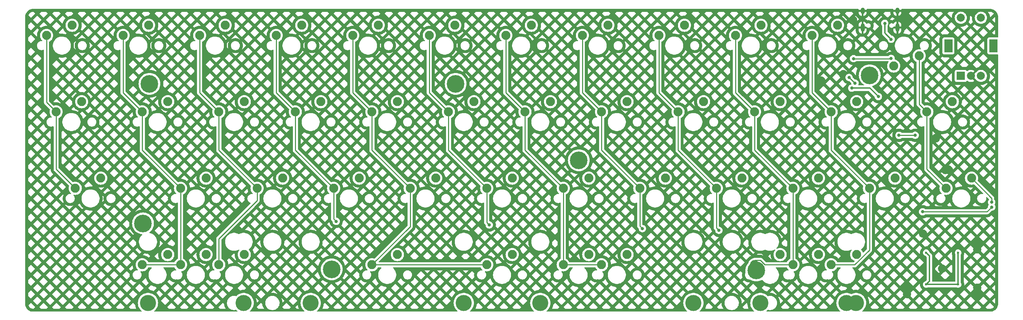
<source format=gbr>
%TF.GenerationSoftware,KiCad,Pcbnew,8.0.8*%
%TF.CreationDate,2025-03-08T13:22:03+01:00*%
%TF.ProjectId,PowerVan,506f7765-7256-4616-9e2e-6b696361645f,rev?*%
%TF.SameCoordinates,Original*%
%TF.FileFunction,Copper,L1,Top*%
%TF.FilePolarity,Positive*%
%FSLAX46Y46*%
G04 Gerber Fmt 4.6, Leading zero omitted, Abs format (unit mm)*
G04 Created by KiCad (PCBNEW 8.0.8) date 2025-03-08 13:22:03*
%MOMM*%
%LPD*%
G01*
G04 APERTURE LIST*
%TA.AperFunction,ComponentPad*%
%ADD10C,2.250000*%
%TD*%
%TA.AperFunction,ComponentPad*%
%ADD11R,2.000000X2.000000*%
%TD*%
%TA.AperFunction,ComponentPad*%
%ADD12C,2.000000*%
%TD*%
%TA.AperFunction,ComponentPad*%
%ADD13R,2.000000X3.200000*%
%TD*%
%TA.AperFunction,ComponentPad*%
%ADD14C,4.400000*%
%TD*%
%TA.AperFunction,ComponentPad*%
%ADD15C,4.000000*%
%TD*%
%TA.AperFunction,ComponentPad*%
%ADD16O,1.000000X1.600000*%
%TD*%
%TA.AperFunction,ComponentPad*%
%ADD17O,1.000000X2.100000*%
%TD*%
%TA.AperFunction,ViaPad*%
%ADD18C,0.600000*%
%TD*%
%TA.AperFunction,ViaPad*%
%ADD19C,0.800000*%
%TD*%
%TA.AperFunction,Conductor*%
%ADD20C,0.350000*%
%TD*%
%TA.AperFunction,Conductor*%
%ADD21C,0.250000*%
%TD*%
G04 APERTURE END LIST*
D10*
%TO.P,K_44,1,COL*%
%TO.N,col10*%
X374015500Y-223679000D03*
%TO.P,K_44,2,ROW*%
%TO.N,Net-(D_44-A)*%
X380365500Y-221139000D03*
%TD*%
%TO.P,K_41,1,COL*%
%TO.N,col6*%
X307340500Y-223679000D03*
%TO.P,K_41,2,ROW*%
%TO.N,Net-(D_41-A)*%
X313690500Y-221139000D03*
%TD*%
%TO.P,K_27,1,COL*%
%TO.N,col1*%
X212090500Y-204629000D03*
%TO.P,K_27,2,ROW*%
%TO.N,Net-(D_27-A)*%
X218440500Y-202089000D03*
%TD*%
%TO.P,K_37,1,COL*%
%TO.N,col11*%
X402590500Y-204629000D03*
%TO.P,K_37,2,ROW*%
%TO.N,Net-(D_37-A)*%
X408940500Y-202089000D03*
%TD*%
%TO.P,K_32,1,COL*%
%TO.N,col6*%
X307340500Y-204629000D03*
%TO.P,K_32,2,ROW*%
%TO.N,Net-(D_32-A)*%
X313690500Y-202089000D03*
%TD*%
%TO.P,K_29,1,COL*%
%TO.N,col3*%
X250190500Y-204629000D03*
%TO.P,K_29,2,ROW*%
%TO.N,Net-(D_29-A)*%
X256540500Y-202089000D03*
%TD*%
%TO.P,K_36,1,COL*%
%TO.N,col10*%
X383540500Y-204629000D03*
%TO.P,K_36,2,ROW*%
%TO.N,Net-(D_36-A)*%
X389890500Y-202089000D03*
%TD*%
%TO.P,K_34,1,COL*%
%TO.N,col8*%
X345440500Y-204629000D03*
%TO.P,K_34,2,ROW*%
%TO.N,Net-(D_34-A)*%
X351790500Y-202089000D03*
%TD*%
%TO.P,K_28,1,COL*%
%TO.N,col2*%
X231140500Y-204629000D03*
%TO.P,K_28,2,ROW*%
%TO.N,Net-(D_28-A)*%
X237490500Y-202089000D03*
%TD*%
%TO.P,K_40,1,COL*%
%TO.N,col4*%
X259715500Y-223679000D03*
%TO.P,K_40,2,ROW*%
%TO.N,Net-(D_40-A)*%
X266065500Y-221139000D03*
%TD*%
%TO.P,K_35,1,COL*%
%TO.N,col9*%
X364490500Y-204629000D03*
%TO.P,K_35,2,ROW*%
%TO.N,Net-(D_35-A)*%
X370840500Y-202089000D03*
%TD*%
D11*
%TO.P,SW_1,A,A*%
%TO.N,rotA*%
X406286200Y-176612800D03*
D12*
%TO.P,SW_1,B,B*%
%TO.N,rotB*%
X411286200Y-176612800D03*
%TO.P,SW_1,C,C*%
%TO.N,GND*%
X408786200Y-176612800D03*
D13*
%TO.P,SW_1,MP*%
%TO.N,N/C*%
X403186200Y-169112800D03*
X414386200Y-169112800D03*
D12*
%TO.P,SW_1,S1,S1*%
%TO.N,Net-(D_13-A)*%
X411286200Y-162112800D03*
%TO.P,SW_1,S2,S2*%
%TO.N,col12*%
X406286200Y-162112800D03*
%TD*%
D10*
%TO.P,K_43,1,COL*%
%TO.N,col9*%
X364490500Y-223679000D03*
%TO.P,K_43,2,ROW*%
%TO.N,Net-(D_42-A)*%
X370840500Y-221139000D03*
%TD*%
%TO.P,K_42,1,COL*%
%TO.N,col9*%
X354965500Y-223679000D03*
%TO.P,K_42,2,ROW*%
%TO.N,Net-(D_42-A)*%
X361315500Y-221139000D03*
%TD*%
%TO.P,K_39,1,COL*%
%TO.N,col1*%
X202565500Y-223679000D03*
%TO.P,K_39,2,ROW*%
%TO.N,Net-(D_39-A)*%
X208915500Y-221139000D03*
%TD*%
%TO.P,K_38,1,COL*%
%TO.N,col2*%
X221615500Y-223679000D03*
%TO.P,K_38,2,ROW*%
%TO.N,Net-(D_38-A)*%
X227965500Y-221139000D03*
%TD*%
%TO.P,K_33,1,COL*%
%TO.N,col7*%
X326390500Y-204629000D03*
%TO.P,K_33,2,ROW*%
%TO.N,Net-(D_33-A)*%
X332740500Y-202089000D03*
%TD*%
%TO.P,K_30,1,COL*%
%TO.N,col4*%
X269240500Y-204629000D03*
%TO.P,K_30,2,ROW*%
%TO.N,Net-(D_30-A)*%
X275590500Y-202089000D03*
%TD*%
%TO.P,K_1,1,COL*%
%TO.N,col0*%
X178753000Y-166529000D03*
%TO.P,K_1,2,ROW*%
%TO.N,Net-(D_1-A)*%
X185103000Y-163989000D03*
%TD*%
%TO.P,K_24,1,COL*%
%TO.N,col10*%
X374015500Y-185579000D03*
%TO.P,K_24,2,ROW*%
%TO.N,Net-(D_24-A)*%
X380365500Y-183039000D03*
%TD*%
%TO.P,K_16,1,COL*%
%TO.N,col2*%
X221615500Y-185579000D03*
%TO.P,K_16,2,ROW*%
%TO.N,Net-(D_16-A)*%
X227965500Y-183039000D03*
%TD*%
%TO.P,K_15,1,COL*%
%TO.N,col1*%
X202565500Y-185579000D03*
%TO.P,K_15,2,ROW*%
%TO.N,Net-(D_15-A)*%
X208915500Y-183039000D03*
%TD*%
%TO.P,K_14,1,COL*%
%TO.N,col0*%
X181134250Y-185579000D03*
%TO.P,K_14,2,ROW*%
%TO.N,Net-(D_14-A)*%
X187484250Y-183039000D03*
%TD*%
%TO.P,K_10,1,COL*%
%TO.N,col9*%
X350203000Y-166529000D03*
%TO.P,K_10,2,ROW*%
%TO.N,Net-(D_10-A)*%
X356553000Y-163989000D03*
%TD*%
%TO.P,K_8,1,COL*%
%TO.N,col7*%
X312103000Y-166529000D03*
%TO.P,K_8,2,ROW*%
%TO.N,Net-(D_8-A)*%
X318453000Y-163989000D03*
%TD*%
%TO.P,K_4,1,COL*%
%TO.N,col3*%
X235903000Y-166529000D03*
%TO.P,K_4,2,ROW*%
%TO.N,Net-(D_4-A)*%
X242253000Y-163989000D03*
%TD*%
%TO.P,K_6,1,COL*%
%TO.N,col5*%
X274003000Y-166529000D03*
%TO.P,K_6,2,ROW*%
%TO.N,Net-(D_6-A)*%
X280353000Y-163989000D03*
%TD*%
%TO.P,K_12,1,COL*%
%TO.N,col11*%
X395923000Y-171609000D03*
%TO.P,K_12,2,ROW*%
%TO.N,Net-(D_12-A)*%
X389573000Y-174149000D03*
%TD*%
%TO.P,K_11,1,COL*%
%TO.N,col10*%
X369253000Y-166529000D03*
%TO.P,K_11,2,ROW*%
%TO.N,Net-(D_11-A)*%
X375603000Y-163989000D03*
%TD*%
%TO.P,K_3,1,COL*%
%TO.N,col2*%
X216853000Y-166529000D03*
%TO.P,K_3,2,ROW*%
%TO.N,Net-(D_3-A)*%
X223203000Y-163989000D03*
%TD*%
%TO.P,K_18,1,COL*%
%TO.N,col4*%
X259715500Y-185579000D03*
%TO.P,K_18,2,ROW*%
%TO.N,Net-(D_18-A)*%
X266065500Y-183039000D03*
%TD*%
%TO.P,K_9,1,COL*%
%TO.N,col8*%
X331153000Y-166529000D03*
%TO.P,K_9,2,ROW*%
%TO.N,Net-(D_9-A)*%
X337503000Y-163989000D03*
%TD*%
%TO.P,K_25,1,COL*%
%TO.N,col11*%
X397828000Y-185579000D03*
%TO.P,K_25,2,ROW*%
%TO.N,Net-(D_25-A)*%
X404178000Y-183039000D03*
%TD*%
%TO.P,K_21,1,COL*%
%TO.N,col7*%
X316865500Y-185579000D03*
%TO.P,K_21,2,ROW*%
%TO.N,Net-(D_21-A)*%
X323215500Y-183039000D03*
%TD*%
%TO.P,K_19,1,COL*%
%TO.N,col5*%
X278765500Y-185579000D03*
%TO.P,K_19,2,ROW*%
%TO.N,Net-(D_19-A)*%
X285115500Y-183039000D03*
%TD*%
%TO.P,K_2,1,COL*%
%TO.N,col1*%
X197803000Y-166529000D03*
%TO.P,K_2,2,ROW*%
%TO.N,Net-(D_2-A)*%
X204153000Y-163989000D03*
%TD*%
%TO.P,K_7,1,COL*%
%TO.N,col6*%
X293053000Y-166529000D03*
%TO.P,K_7,2,ROW*%
%TO.N,Net-(D_7-A)*%
X299403000Y-163989000D03*
%TD*%
%TO.P,K_17,1,COL*%
%TO.N,col3*%
X240665500Y-185579000D03*
%TO.P,K_17,2,ROW*%
%TO.N,Net-(D_17-A)*%
X247015500Y-183039000D03*
%TD*%
%TO.P,K_22,1,COL*%
%TO.N,col8*%
X335915500Y-185579000D03*
%TO.P,K_22,2,ROW*%
%TO.N,Net-(D_22-A)*%
X342265500Y-183039000D03*
%TD*%
%TO.P,K_20,1,COL*%
%TO.N,col6*%
X297815500Y-185579000D03*
%TO.P,K_20,2,ROW*%
%TO.N,Net-(D_20-A)*%
X304165500Y-183039000D03*
%TD*%
%TO.P,K_5,1,COL*%
%TO.N,col4*%
X254953000Y-166529000D03*
%TO.P,K_5,2,ROW*%
%TO.N,Net-(D_5-A)*%
X261303000Y-163989000D03*
%TD*%
%TO.P,K_26,1,COL*%
%TO.N,col0*%
X185896750Y-204629000D03*
%TO.P,K_26,2,ROW*%
%TO.N,Net-(D_26-A)*%
X192246750Y-202089000D03*
%TD*%
D14*
%TO.P,H2,1,1*%
%TO.N,unconnected-(H2-Pad1)*%
X202762500Y-213367750D03*
%TD*%
%TO.P,H3,1,1*%
%TO.N,unconnected-(H3-Pad1)*%
X249712500Y-224817750D03*
%TD*%
%TO.P,H4,1,1*%
%TO.N,unconnected-(H4-Pad1)*%
X280562500Y-178594000D03*
%TD*%
%TO.P,H5,1,1*%
%TO.N,unconnected-(H5-Pad1)*%
X311212500Y-197644000D03*
%TD*%
%TO.P,H6,1,1*%
%TO.N,unconnected-(H6-Pad1)*%
X383612500Y-176467750D03*
%TD*%
%TO.P,H1,1,1*%
%TO.N,unconnected-(H1-Pad1)*%
X204362500Y-178593750D03*
%TD*%
D10*
%TO.P,K_23,1,COL*%
%TO.N,col9*%
X354954400Y-185577800D03*
%TO.P,K_23,2,ROW*%
%TO.N,Net-(D_23-A)*%
X361304400Y-183037800D03*
%TD*%
%TO.P,K_31,1,COL*%
%TO.N,col5*%
X288290500Y-204629000D03*
%TO.P,K_31,2,ROW*%
%TO.N,Net-(D_31-A)*%
X294640500Y-202089000D03*
%TD*%
D14*
%TO.P,H6,1*%
%TO.N,N/C*%
X355369250Y-225103000D03*
%TD*%
D15*
%TO.P,S1,*%
%TO.N,*%
X227806750Y-233204000D03*
X203994250Y-233204000D03*
%TD*%
%TO.P,S5,*%
%TO.N,*%
X282575500Y-233204000D03*
X244475500Y-233204000D03*
%TD*%
%TO.P,S4,*%
%TO.N,*%
X339725500Y-233204000D03*
X301625500Y-233204000D03*
%TD*%
%TO.P,S2,*%
%TO.N,*%
X377825500Y-233204000D03*
X244475500Y-233204000D03*
%TD*%
D10*
%TO.P,K_46,1,COL*%
%TO.N,col1*%
X212090500Y-223679000D03*
%TO.P,K_46,2,ROW*%
%TO.N,Net-(D_39-A)*%
X218440500Y-221139000D03*
%TD*%
D15*
%TO.P,S6,*%
%TO.N,*%
X339725500Y-233204000D03*
X244475500Y-233204000D03*
%TD*%
%TO.P,S3,*%
%TO.N,*%
X380206750Y-233204000D03*
X356394250Y-233204000D03*
%TD*%
D10*
%TO.P,K_13,1,COL*%
%TO.N,col6*%
X316865500Y-223679000D03*
%TO.P,K_13,2,ROW*%
%TO.N,Net-(D_41-A)*%
X323215500Y-221139000D03*
%TD*%
%TO.P,K_45,1,COL*%
%TO.N,col4*%
X288290500Y-223679000D03*
%TO.P,K_45,2,ROW*%
%TO.N,Net-(D_40-A)*%
X294640500Y-221139000D03*
%TD*%
D16*
%TO.P,J2,S1,SHIELD*%
%TO.N,GND*%
X381839500Y-160405250D03*
D17*
X381839500Y-164585250D03*
D16*
X390479500Y-160405250D03*
D17*
X390479500Y-164585250D03*
%TD*%
D18*
%TO.N,GND*%
X410369250Y-229394000D03*
D19*
X392906750Y-162719000D03*
X379413000Y-162719000D03*
D18*
X410369250Y-230981500D03*
D19*
X371475500Y-177800250D03*
D18*
X401638000Y-224631500D03*
D19*
X410350500Y-218281500D03*
X380067479Y-171058837D03*
D18*
X396875500Y-215919000D03*
D19*
X402431750Y-200025250D03*
X408781750Y-178594000D03*
X400050500Y-192137000D03*
D18*
X410369250Y-219869000D03*
D19*
X377031750Y-176212750D03*
X403225500Y-200025250D03*
D18*
X392906750Y-230981500D03*
X392906750Y-229394000D03*
D19*
%TO.N,col3*%
X250825500Y-212862000D03*
%TO.N,col5*%
X288925500Y-213762000D03*
%TO.N,col7*%
X327025500Y-214662000D03*
%TO.N,col8*%
X346075500Y-215112000D03*
%TO.N,row0*%
X388938000Y-172244000D03*
X379595302Y-172305694D03*
%TO.N,row1*%
X390891220Y-191415726D03*
X394916418Y-191413902D03*
%TO.N,row2*%
X396785150Y-210465861D03*
X413968721Y-209309984D03*
D18*
%TO.N,+3.3V*%
X405606750Y-228600250D03*
X397669250Y-220662750D03*
X405606750Y-220662750D03*
X397669250Y-228600250D03*
D19*
%TO.N,Net-(D_37-A)*%
X413959493Y-208101164D03*
%TO.N,+5V*%
X385763000Y-181769000D03*
X379138122Y-179662628D03*
%TO.N,D+*%
X378463000Y-177006500D03*
X379929211Y-178403105D03*
%TO.N,VBUS*%
X388938000Y-167481500D03*
X387350500Y-163512750D03*
%TD*%
D20*
%TO.N,GND*%
X381839500Y-164585250D02*
X381839500Y-160405250D01*
X381839500Y-160405250D02*
X390479500Y-160405250D01*
X390479500Y-160405250D02*
X390479500Y-164585250D01*
D21*
%TO.N,col0*%
X178753000Y-166529000D02*
X178753000Y-183197750D01*
X181134250Y-185579000D02*
X181134250Y-199866500D01*
X178753000Y-183197750D02*
X181134250Y-185579000D01*
X181134250Y-199866500D02*
X185896750Y-204629000D01*
%TO.N,col1*%
X202565500Y-223679000D02*
X212090500Y-223679000D01*
X212090500Y-204629000D02*
X212090500Y-223679000D01*
X197803000Y-166529000D02*
X197803000Y-180816500D01*
X197803000Y-180816500D02*
X202565500Y-185579000D01*
X202565500Y-185579000D02*
X202565500Y-195104000D01*
X202565500Y-195104000D02*
X212090500Y-204629000D01*
%TO.N,col2*%
X221615500Y-217191767D02*
X221615500Y-223679000D01*
X231140500Y-204629000D02*
X231140500Y-207666767D01*
X221615500Y-185579000D02*
X221615500Y-195104000D01*
X216853000Y-180816500D02*
X221615500Y-185579000D01*
X221615500Y-195104000D02*
X231140500Y-204629000D01*
X216853000Y-166529000D02*
X216853000Y-180816500D01*
X231140500Y-207666767D02*
X221615500Y-217191767D01*
%TO.N,col3*%
X250190500Y-204629000D02*
X250190500Y-212227000D01*
X250190500Y-212227000D02*
X250825500Y-212862000D01*
X240665500Y-185579000D02*
X240665500Y-195104000D01*
X235903000Y-180816500D02*
X240665500Y-185579000D01*
X235903000Y-166529000D02*
X235903000Y-180816500D01*
X240665500Y-195104000D02*
X250190500Y-204629000D01*
%TO.N,col4*%
X259715500Y-185579000D02*
X259715500Y-195104000D01*
X254953000Y-166529000D02*
X254953000Y-180816500D01*
X269240500Y-214154000D02*
X259715500Y-223679000D01*
X269240500Y-204629000D02*
X269240500Y-214154000D01*
X259715500Y-195104000D02*
X269240500Y-204629000D01*
X259715500Y-223679000D02*
X288290500Y-223679000D01*
X254953000Y-180816500D02*
X259715500Y-185579000D01*
%TO.N,col5*%
X278765500Y-185579000D02*
X278765500Y-195104000D01*
X278765500Y-195104000D02*
X288290500Y-204629000D01*
X288290500Y-204629000D02*
X288290500Y-213127000D01*
X288290500Y-213127000D02*
X288925500Y-213762000D01*
X274003000Y-166529000D02*
X274003000Y-180816500D01*
X274003000Y-180816500D02*
X278765500Y-185579000D01*
%TO.N,col6*%
X293053000Y-166529000D02*
X293053000Y-180816500D01*
X307340500Y-204629000D02*
X307340500Y-223679000D01*
X307340500Y-223679000D02*
X316865500Y-223679000D01*
X297815500Y-195104000D02*
X307340500Y-204629000D01*
X297815500Y-185579000D02*
X297815500Y-195104000D01*
X293053000Y-180816500D02*
X297815500Y-185579000D01*
%TO.N,col7*%
X312103000Y-180816500D02*
X316865500Y-185579000D01*
X326390500Y-214027000D02*
X327025500Y-214662000D01*
X312103000Y-166529000D02*
X312103000Y-180816500D01*
X316865500Y-185579000D02*
X316865500Y-195104000D01*
X316865500Y-195104000D02*
X326390500Y-204629000D01*
X326390500Y-204629000D02*
X326390500Y-214027000D01*
%TO.N,col8*%
X331153000Y-180816500D02*
X335915500Y-185579000D01*
X331153000Y-166529000D02*
X331153000Y-180816500D01*
X345440500Y-204629000D02*
X345440500Y-214477000D01*
X345440500Y-214477000D02*
X346075500Y-215112000D01*
X335915500Y-195104000D02*
X345440500Y-204629000D01*
X335915500Y-185579000D02*
X335915500Y-195104000D01*
%TO.N,col9*%
X354954400Y-185577800D02*
X354954400Y-195092900D01*
X364490500Y-204629000D02*
X364490500Y-223679000D01*
X350203000Y-180826400D02*
X354954400Y-185577800D01*
X354954400Y-195092900D02*
X364490500Y-204629000D01*
X350203000Y-166529000D02*
X350203000Y-180826400D01*
X357516140Y-223679000D02*
X356415140Y-222578000D01*
X356415140Y-222578000D02*
X354965500Y-222578000D01*
X364490500Y-223679000D02*
X357516140Y-223679000D01*
%TO.N,col10*%
X383540500Y-204629000D02*
X383540500Y-220014610D01*
X369253000Y-180816500D02*
X374015500Y-185579000D01*
X383540500Y-220014610D02*
X379876110Y-223679000D01*
X374015500Y-195104000D02*
X383540500Y-204629000D01*
X379876110Y-223679000D02*
X374015500Y-223679000D01*
X374015500Y-185579000D02*
X374015500Y-195104000D01*
X369253000Y-166529000D02*
X369253000Y-180816500D01*
%TO.N,col11*%
X395923000Y-171609000D02*
X395923000Y-183674000D01*
X397828000Y-185579000D02*
X397828000Y-199866500D01*
X397828000Y-199866500D02*
X402590500Y-204629000D01*
X395923000Y-183674000D02*
X397828000Y-185579000D01*
%TO.N,row0*%
X379595302Y-172305694D02*
X388876306Y-172305694D01*
X388876306Y-172305694D02*
X388938000Y-172244000D01*
%TO.N,row1*%
X394914594Y-191415726D02*
X394916418Y-191413902D01*
X390891220Y-191415726D02*
X394914594Y-191415726D01*
%TO.N,row2*%
X412746361Y-210465861D02*
X412812844Y-210465861D01*
X396785150Y-210465861D02*
X412746361Y-210465861D01*
X412746361Y-210465861D02*
X412750500Y-210470000D01*
X412812844Y-210465861D02*
X413968721Y-209309984D01*
D20*
%TO.N,+3.3V*%
X397669250Y-228600250D02*
X398463000Y-227806500D01*
X398463000Y-221456500D02*
X397669250Y-220662750D01*
X405606750Y-220662750D02*
X405606750Y-228600250D01*
X405606750Y-228600250D02*
X397669250Y-228600250D01*
X398463000Y-227806500D02*
X398463000Y-221456500D01*
D21*
%TO.N,Net-(D_37-A)*%
X413959493Y-207107993D02*
X413959493Y-208101164D01*
X408940500Y-202089000D02*
X413959493Y-207107993D01*
D20*
%TO.N,+5V*%
X383656628Y-179662628D02*
X385763000Y-181769000D01*
X379138122Y-179662628D02*
X383656628Y-179662628D01*
D21*
%TO.N,D+*%
X379929211Y-178403105D02*
X378532606Y-177006500D01*
X378532606Y-177006500D02*
X378463000Y-177006500D01*
D20*
%TO.N,VBUS*%
X388938000Y-167481500D02*
X387350500Y-165894000D01*
X387350500Y-165894000D02*
X387350500Y-163512750D01*
%TD*%
%TA.AperFunction,Conductor*%
%TO.N,GND*%
G36*
X380715503Y-159908994D02*
G01*
X380782539Y-159928679D01*
X380828294Y-159981483D01*
X380839500Y-160032994D01*
X380839500Y-160155250D01*
X381539500Y-160155250D01*
X381539500Y-160655250D01*
X380839500Y-160655250D01*
X380839500Y-160803745D01*
X380877927Y-160996931D01*
X380877930Y-160996943D01*
X380953307Y-161178921D01*
X380953314Y-161178934D01*
X381062748Y-161342712D01*
X381062751Y-161342716D01*
X381202033Y-161481998D01*
X381202037Y-161482001D01*
X381365815Y-161591435D01*
X381365828Y-161591442D01*
X381547808Y-161666819D01*
X381589500Y-161675112D01*
X381589500Y-160872238D01*
X381599440Y-160889455D01*
X381655295Y-160945310D01*
X381723704Y-160984806D01*
X381800004Y-161005250D01*
X381878996Y-161005250D01*
X381955296Y-160984806D01*
X382023705Y-160945310D01*
X382079560Y-160889455D01*
X382089500Y-160872238D01*
X382089500Y-161675112D01*
X382131190Y-161666819D01*
X382131192Y-161666819D01*
X382313171Y-161591442D01*
X382313184Y-161591435D01*
X382476962Y-161482001D01*
X382476966Y-161481998D01*
X382616248Y-161342716D01*
X382616251Y-161342712D01*
X382725685Y-161178934D01*
X382725692Y-161178921D01*
X382778648Y-161051073D01*
X383803797Y-161051073D01*
X384865871Y-162113147D01*
X385927945Y-161051072D01*
X386985777Y-161051072D01*
X387868877Y-161934172D01*
X387882565Y-161938620D01*
X387888682Y-161940787D01*
X387913129Y-161950171D01*
X387919128Y-161952655D01*
X388119245Y-162041752D01*
X388841788Y-161319209D01*
X388819840Y-161266219D01*
X388817651Y-161260547D01*
X388809382Y-161237440D01*
X388807471Y-161231655D01*
X388796808Y-161196504D01*
X388795186Y-161190643D01*
X388789219Y-161166825D01*
X388787885Y-161160882D01*
X388742289Y-160931653D01*
X388741248Y-160925655D01*
X388737646Y-160901370D01*
X388736901Y-160895330D01*
X388733301Y-160858776D01*
X388732853Y-160852705D01*
X388731649Y-160828188D01*
X388731500Y-160822106D01*
X388731500Y-160672646D01*
X388715849Y-160656995D01*
X387379855Y-160656995D01*
X386985777Y-161051072D01*
X385927945Y-161051072D01*
X385533868Y-160656995D01*
X384197875Y-160656995D01*
X383803797Y-161051073D01*
X382778648Y-161051073D01*
X382801069Y-160996943D01*
X382801072Y-160996931D01*
X382839499Y-160803745D01*
X382839500Y-160803742D01*
X382839500Y-160655250D01*
X382139500Y-160655250D01*
X382139500Y-160155250D01*
X382839500Y-160155250D01*
X382839500Y-160032995D01*
X382859185Y-159965956D01*
X382911989Y-159920201D01*
X382963496Y-159908995D01*
X389355506Y-159908997D01*
X389422539Y-159928681D01*
X389468294Y-159981485D01*
X389479500Y-160032996D01*
X389479500Y-160155250D01*
X390179500Y-160155250D01*
X390179500Y-160655250D01*
X389479500Y-160655250D01*
X389479500Y-160803745D01*
X389517927Y-160996931D01*
X389517930Y-160996943D01*
X389593307Y-161178921D01*
X389593314Y-161178934D01*
X389702748Y-161342712D01*
X389702751Y-161342716D01*
X389842033Y-161481998D01*
X389842037Y-161482001D01*
X390005815Y-161591435D01*
X390005828Y-161591442D01*
X390187808Y-161666819D01*
X390229500Y-161675112D01*
X390229500Y-160872238D01*
X390239440Y-160889455D01*
X390295295Y-160945310D01*
X390363704Y-160984806D01*
X390440004Y-161005250D01*
X390518996Y-161005250D01*
X390595296Y-160984806D01*
X390663705Y-160945310D01*
X390719560Y-160889455D01*
X390729500Y-160872238D01*
X390729500Y-161675112D01*
X390771190Y-161666819D01*
X390771192Y-161666819D01*
X390953171Y-161591442D01*
X390953184Y-161591435D01*
X391116962Y-161482001D01*
X391116966Y-161481998D01*
X391256248Y-161342716D01*
X391256251Y-161342712D01*
X391365685Y-161178934D01*
X391365692Y-161178921D01*
X391418648Y-161051072D01*
X393349737Y-161051072D01*
X394411813Y-162113147D01*
X395473887Y-161051072D01*
X396531718Y-161051072D01*
X397593793Y-162113147D01*
X398655867Y-161051072D01*
X399713698Y-161051072D01*
X400775774Y-162113147D01*
X401837848Y-161051072D01*
X402895679Y-161051072D01*
X403957754Y-162113147D01*
X403958101Y-162112800D01*
X404773035Y-162112800D01*
X404791665Y-162349514D01*
X404847095Y-162580395D01*
X404847095Y-162580397D01*
X404937957Y-162799759D01*
X404937959Y-162799762D01*
X405062020Y-163002210D01*
X405062021Y-163002213D01*
X405062024Y-163002216D01*
X405216231Y-163182769D01*
X405348241Y-163295516D01*
X405396786Y-163336978D01*
X405396788Y-163336978D01*
X405496016Y-163397786D01*
X405599237Y-163461040D01*
X405599240Y-163461042D01*
X405818603Y-163551904D01*
X405818604Y-163551904D01*
X405818606Y-163551905D01*
X406049489Y-163607335D01*
X406286200Y-163625965D01*
X406522911Y-163607335D01*
X406753794Y-163551905D01*
X406753796Y-163551904D01*
X406753797Y-163551904D01*
X406973159Y-163461042D01*
X406973160Y-163461041D01*
X406973163Y-163461040D01*
X407175616Y-163336976D01*
X407307055Y-163224716D01*
X408251303Y-163224716D01*
X408730724Y-163704137D01*
X409279643Y-163155219D01*
X409278163Y-163152451D01*
X409264823Y-163126272D01*
X409262694Y-163121883D01*
X409254470Y-163104042D01*
X409252521Y-163099585D01*
X409150410Y-162853067D01*
X409148635Y-162848533D01*
X409141838Y-162830109D01*
X409140243Y-162825507D01*
X409131164Y-162797564D01*
X409129750Y-162792904D01*
X409124420Y-162774004D01*
X409123191Y-162769294D01*
X409060902Y-162509839D01*
X409059858Y-162505081D01*
X409056026Y-162485814D01*
X409055171Y-162481022D01*
X409050575Y-162452003D01*
X409049907Y-162447173D01*
X409047601Y-162427680D01*
X409047124Y-162422843D01*
X409026188Y-162156844D01*
X409025902Y-162151982D01*
X409025131Y-162132359D01*
X409025035Y-162127491D01*
X409025035Y-162112800D01*
X409773035Y-162112800D01*
X409791665Y-162349514D01*
X409847095Y-162580395D01*
X409847095Y-162580397D01*
X409937957Y-162799759D01*
X409937959Y-162799762D01*
X410062020Y-163002210D01*
X410062021Y-163002213D01*
X410062024Y-163002216D01*
X410216231Y-163182769D01*
X410348241Y-163295516D01*
X410396786Y-163336978D01*
X410396788Y-163336978D01*
X410496016Y-163397786D01*
X410599237Y-163461040D01*
X410599240Y-163461042D01*
X410818603Y-163551904D01*
X410818604Y-163551904D01*
X410818606Y-163551905D01*
X411049489Y-163607335D01*
X411286200Y-163625965D01*
X411522911Y-163607335D01*
X411753794Y-163551905D01*
X411753796Y-163551904D01*
X411753797Y-163551904D01*
X411973159Y-163461042D01*
X411973160Y-163461041D01*
X411973163Y-163461040D01*
X412175616Y-163336976D01*
X412356169Y-163182769D01*
X412510376Y-163002216D01*
X412634440Y-162799763D01*
X412638543Y-162789859D01*
X412699762Y-162642062D01*
X414032610Y-162642062D01*
X414812123Y-163421575D01*
X414812123Y-162035079D01*
X414812120Y-162035055D01*
X414812120Y-161948657D01*
X414806826Y-161867846D01*
X414032610Y-162642062D01*
X412699762Y-162642062D01*
X412725304Y-162580397D01*
X412725304Y-162580396D01*
X412725305Y-162580394D01*
X412780735Y-162349511D01*
X412799365Y-162112800D01*
X412780735Y-161876089D01*
X412725305Y-161645206D01*
X412725304Y-161645203D01*
X412725304Y-161645202D01*
X412634442Y-161425840D01*
X412634440Y-161425837D01*
X412569098Y-161319209D01*
X412510378Y-161223388D01*
X412510378Y-161223386D01*
X412423408Y-161121558D01*
X412356169Y-161042831D01*
X412236796Y-160940876D01*
X412175613Y-160888621D01*
X412175610Y-160888620D01*
X411973162Y-160764559D01*
X411973159Y-160764557D01*
X411753796Y-160673695D01*
X411684273Y-160657004D01*
X413010326Y-160657004D01*
X413088695Y-160748762D01*
X413091779Y-160752520D01*
X413103929Y-160767930D01*
X413106871Y-160771816D01*
X413124142Y-160795586D01*
X413126924Y-160799578D01*
X413137842Y-160815916D01*
X413140471Y-160820022D01*
X413279888Y-161047530D01*
X413282348Y-161051727D01*
X413291941Y-161068855D01*
X413294237Y-161073149D01*
X413307577Y-161099328D01*
X413309706Y-161103717D01*
X413317930Y-161121558D01*
X413319879Y-161126015D01*
X413421990Y-161372533D01*
X413423765Y-161377067D01*
X413430562Y-161395491D01*
X413432157Y-161400093D01*
X413441236Y-161428036D01*
X413442650Y-161432696D01*
X413447980Y-161451596D01*
X413449209Y-161456306D01*
X413511498Y-161715761D01*
X413512542Y-161720519D01*
X413516374Y-161739786D01*
X413517229Y-161744578D01*
X413521825Y-161773597D01*
X413522493Y-161778427D01*
X413524799Y-161797920D01*
X413525276Y-161802757D01*
X413546212Y-162068756D01*
X413546316Y-162070526D01*
X414508596Y-161108246D01*
X414439640Y-161029613D01*
X414315074Y-160920367D01*
X414177318Y-160828316D01*
X414028724Y-160755033D01*
X413871853Y-160701779D01*
X413709348Y-160669451D01*
X413519535Y-160657004D01*
X413010326Y-160657004D01*
X411684273Y-160657004D01*
X411522914Y-160618265D01*
X411286200Y-160599635D01*
X411049485Y-160618265D01*
X410818604Y-160673695D01*
X410818602Y-160673695D01*
X410599240Y-160764557D01*
X410599237Y-160764559D01*
X410396789Y-160888620D01*
X410396786Y-160888621D01*
X410216231Y-161042831D01*
X410062021Y-161223386D01*
X410062020Y-161223389D01*
X409937959Y-161425837D01*
X409937957Y-161425840D01*
X409847095Y-161645202D01*
X409847095Y-161645204D01*
X409791665Y-161876085D01*
X409773035Y-162112800D01*
X409025035Y-162112800D01*
X409025035Y-162098109D01*
X409025131Y-162093241D01*
X409025902Y-162073618D01*
X409026188Y-162068757D01*
X409040291Y-161889554D01*
X408730724Y-161579987D01*
X408523528Y-161787183D01*
X408524799Y-161797920D01*
X408525276Y-161802757D01*
X408546212Y-162068756D01*
X408546498Y-162073618D01*
X408547269Y-162093241D01*
X408547365Y-162098109D01*
X408547365Y-162127491D01*
X408547269Y-162132359D01*
X408546498Y-162151982D01*
X408546212Y-162156844D01*
X408525276Y-162422843D01*
X408524799Y-162427680D01*
X408522493Y-162447173D01*
X408521825Y-162452003D01*
X408517229Y-162481022D01*
X408516374Y-162485814D01*
X408512542Y-162505081D01*
X408511498Y-162509839D01*
X408449209Y-162769294D01*
X408447980Y-162774004D01*
X408442650Y-162792904D01*
X408441236Y-162797564D01*
X408432157Y-162825507D01*
X408430562Y-162830109D01*
X408423765Y-162848533D01*
X408421990Y-162853067D01*
X408319879Y-163099585D01*
X408317930Y-163104042D01*
X408309706Y-163121883D01*
X408307577Y-163126272D01*
X408294237Y-163152451D01*
X408291941Y-163156745D01*
X408282348Y-163173873D01*
X408279888Y-163178070D01*
X408251303Y-163224716D01*
X407307055Y-163224716D01*
X407356169Y-163182769D01*
X407510376Y-163002216D01*
X407634440Y-162799763D01*
X407638543Y-162789859D01*
X407725304Y-162580397D01*
X407725304Y-162580396D01*
X407725305Y-162580394D01*
X407780735Y-162349511D01*
X407799365Y-162112800D01*
X407780735Y-161876089D01*
X407725305Y-161645206D01*
X407725304Y-161645203D01*
X407725304Y-161645202D01*
X407634442Y-161425840D01*
X407634440Y-161425837D01*
X407569098Y-161319209D01*
X407510378Y-161223388D01*
X407510378Y-161223386D01*
X407423408Y-161121558D01*
X407356169Y-161042831D01*
X407236796Y-160940876D01*
X407175613Y-160888621D01*
X407175610Y-160888620D01*
X406973162Y-160764559D01*
X406973159Y-160764557D01*
X406753796Y-160673695D01*
X406522914Y-160618265D01*
X406286200Y-160599635D01*
X406049485Y-160618265D01*
X405818604Y-160673695D01*
X405818602Y-160673695D01*
X405599240Y-160764557D01*
X405599237Y-160764559D01*
X405396789Y-160888620D01*
X405396786Y-160888621D01*
X405216231Y-161042831D01*
X405062021Y-161223386D01*
X405062020Y-161223389D01*
X404937959Y-161425837D01*
X404937957Y-161425840D01*
X404847095Y-161645202D01*
X404847095Y-161645204D01*
X404791665Y-161876085D01*
X404773035Y-162112800D01*
X403958101Y-162112800D01*
X404028242Y-162042658D01*
X404047124Y-161802757D01*
X404047601Y-161797920D01*
X404049907Y-161778427D01*
X404050575Y-161773597D01*
X404055171Y-161744578D01*
X404056026Y-161739786D01*
X404059858Y-161720519D01*
X404060902Y-161715761D01*
X404123191Y-161456306D01*
X404124420Y-161451596D01*
X404129750Y-161432696D01*
X404131164Y-161428036D01*
X404140243Y-161400093D01*
X404141838Y-161395491D01*
X404148635Y-161377067D01*
X404150410Y-161372533D01*
X404252521Y-161126015D01*
X404254470Y-161121558D01*
X404262694Y-161103717D01*
X404264823Y-161099328D01*
X404278163Y-161073149D01*
X404280459Y-161068855D01*
X404290052Y-161051727D01*
X404292512Y-161047530D01*
X404431929Y-160820022D01*
X404434558Y-160815916D01*
X404445476Y-160799578D01*
X404448258Y-160795586D01*
X404465529Y-160771816D01*
X404468471Y-160767930D01*
X404480621Y-160752520D01*
X404483705Y-160748762D01*
X404562076Y-160657001D01*
X403289751Y-160657001D01*
X402895679Y-161051072D01*
X401837848Y-161051072D01*
X401443776Y-160657000D01*
X400107771Y-160657000D01*
X399713698Y-161051072D01*
X398655867Y-161051072D01*
X398261794Y-160656999D01*
X396925792Y-160656999D01*
X396531718Y-161051072D01*
X395473887Y-161051072D01*
X395079813Y-160656998D01*
X393743812Y-160656998D01*
X393349737Y-161051072D01*
X391418648Y-161051072D01*
X391441069Y-160996943D01*
X391441072Y-160996931D01*
X391479499Y-160803745D01*
X391479500Y-160803742D01*
X391479500Y-160655250D01*
X390779500Y-160655250D01*
X390779500Y-160155250D01*
X391479500Y-160155250D01*
X391479500Y-160032998D01*
X391499185Y-159965959D01*
X391551989Y-159920204D01*
X391603497Y-159908998D01*
X413540005Y-159909005D01*
X413548058Y-159909270D01*
X413796377Y-159925551D01*
X413799099Y-159925730D01*
X413815180Y-159927847D01*
X414057909Y-159976135D01*
X414073562Y-159980329D01*
X414307924Y-160059890D01*
X414322889Y-160066089D01*
X414503677Y-160155250D01*
X414544851Y-160175556D01*
X414558897Y-160183666D01*
X414764661Y-160321160D01*
X414777529Y-160331035D01*
X414963590Y-160494215D01*
X414975058Y-160505683D01*
X415107712Y-160656954D01*
X415138227Y-160691751D01*
X415148100Y-160704619D01*
X415279558Y-160901370D01*
X415285584Y-160910388D01*
X415293692Y-160924432D01*
X415329442Y-160996931D01*
X415403148Y-161146402D01*
X415409354Y-161161388D01*
X415488893Y-161395724D01*
X415493091Y-161411391D01*
X415541365Y-161654115D01*
X415543482Y-161670197D01*
X415559857Y-161920141D01*
X415560122Y-161928250D01*
X415560121Y-161976842D01*
X415560123Y-161976851D01*
X415560123Y-166880300D01*
X415540438Y-166947339D01*
X415487634Y-166993094D01*
X415436123Y-167004300D01*
X413337545Y-167004300D01*
X413276997Y-167010811D01*
X413276995Y-167010811D01*
X413139995Y-167061911D01*
X413022939Y-167149539D01*
X412935311Y-167266595D01*
X412884211Y-167403595D01*
X412884211Y-167403597D01*
X412877700Y-167464145D01*
X412877700Y-170761454D01*
X412884211Y-170822002D01*
X412884211Y-170822004D01*
X412929119Y-170942404D01*
X412935311Y-170959004D01*
X413022939Y-171076061D01*
X413139996Y-171163689D01*
X413255149Y-171206639D01*
X413273462Y-171213470D01*
X413276999Y-171214789D01*
X413304250Y-171217718D01*
X413337545Y-171221299D01*
X413337562Y-171221300D01*
X415436123Y-171221300D01*
X415503162Y-171240985D01*
X415548917Y-171293789D01*
X415560123Y-171345300D01*
X415560123Y-233358790D01*
X415559857Y-233366903D01*
X415543400Y-233617893D01*
X415541283Y-233633975D01*
X415492994Y-233876700D01*
X415488795Y-233892367D01*
X415409242Y-234126701D01*
X415403034Y-234141686D01*
X415293575Y-234363629D01*
X415285464Y-234377677D01*
X415147963Y-234583443D01*
X415138089Y-234596311D01*
X414974912Y-234782363D01*
X414963442Y-234793832D01*
X414777377Y-234956993D01*
X414764508Y-234966867D01*
X414558733Y-235104347D01*
X414544686Y-235112456D01*
X414322724Y-235221903D01*
X414307737Y-235228109D01*
X414073406Y-235307640D01*
X414057738Y-235311838D01*
X413815010Y-235360105D01*
X413798928Y-235362221D01*
X413547924Y-235378657D01*
X413539822Y-235378922D01*
X413516946Y-235378922D01*
X381862591Y-235378910D01*
X381795551Y-235359225D01*
X381749797Y-235306421D01*
X381739853Y-235237263D01*
X381768878Y-235173707D01*
X381789705Y-235154592D01*
X381808890Y-235140654D01*
X381993954Y-234966867D01*
X382038977Y-234924588D01*
X382038978Y-234924586D01*
X382038983Y-234924582D01*
X382240182Y-234681375D01*
X382409312Y-234414869D01*
X382493187Y-234236624D01*
X383803797Y-234236624D01*
X384198083Y-234630910D01*
X385533658Y-234630910D01*
X385927944Y-234236624D01*
X386985777Y-234236624D01*
X387380064Y-234630911D01*
X388715638Y-234630911D01*
X389109925Y-234236624D01*
X390167758Y-234236624D01*
X390562046Y-234630912D01*
X391897617Y-234630912D01*
X392291905Y-234236624D01*
X393349738Y-234236624D01*
X393744028Y-234630914D01*
X395079597Y-234630914D01*
X395473886Y-234236624D01*
X396531719Y-234236624D01*
X396926010Y-234630915D01*
X398261575Y-234630915D01*
X398655866Y-234236624D01*
X399713699Y-234236624D01*
X400107991Y-234630916D01*
X401443555Y-234630916D01*
X401837847Y-234236624D01*
X402895680Y-234236624D01*
X403289973Y-234630917D01*
X404625534Y-234630917D01*
X405019827Y-234236624D01*
X406077660Y-234236624D01*
X406471955Y-234630919D01*
X407807514Y-234630919D01*
X408201808Y-234236624D01*
X409259641Y-234236624D01*
X409653937Y-234630920D01*
X410989493Y-234630920D01*
X411383790Y-234236624D01*
X412441621Y-234236624D01*
X412835918Y-234630921D01*
X413516946Y-234630922D01*
X413519420Y-234630922D01*
X413709237Y-234618492D01*
X413871743Y-234586177D01*
X414028599Y-234532941D01*
X414177206Y-234459664D01*
X414314955Y-234367632D01*
X414439523Y-234258399D01*
X414508687Y-234179540D01*
X413503696Y-233174549D01*
X412441621Y-234236624D01*
X411383790Y-234236624D01*
X410321715Y-233174549D01*
X409259641Y-234236624D01*
X408201808Y-234236624D01*
X408201809Y-234236623D01*
X407139735Y-233174549D01*
X406077660Y-234236624D01*
X405019827Y-234236624D01*
X405019828Y-234236623D01*
X403957754Y-233174549D01*
X402895680Y-234236624D01*
X401837847Y-234236624D01*
X401837848Y-234236623D01*
X400775774Y-233174549D01*
X399713699Y-234236624D01*
X398655866Y-234236624D01*
X398655867Y-234236623D01*
X397593793Y-233174549D01*
X396531719Y-234236624D01*
X395473886Y-234236624D01*
X395473887Y-234236623D01*
X394411813Y-233174549D01*
X393349738Y-234236624D01*
X392291905Y-234236624D01*
X392291906Y-234236623D01*
X391229832Y-233174549D01*
X390167758Y-234236624D01*
X389109925Y-234236624D01*
X389109926Y-234236623D01*
X388047852Y-233174549D01*
X386985777Y-234236624D01*
X385927944Y-234236624D01*
X385927945Y-234236623D01*
X384865871Y-233174549D01*
X383803797Y-234236624D01*
X382493187Y-234236624D01*
X382543706Y-234129266D01*
X382641245Y-233829072D01*
X382700391Y-233519020D01*
X382700872Y-233511386D01*
X382720210Y-233204005D01*
X382720210Y-233203994D01*
X382700392Y-232888987D01*
X382700391Y-232888980D01*
X382641245Y-232578928D01*
X382543706Y-232278734D01*
X382409312Y-231993131D01*
X382329268Y-231867002D01*
X382249346Y-231741064D01*
X383117375Y-231741064D01*
X383225522Y-231970887D01*
X383227126Y-231974439D01*
X383233368Y-231988864D01*
X383234861Y-231992469D01*
X383243512Y-232014323D01*
X383244888Y-232017964D01*
X383250206Y-232032737D01*
X383251466Y-232036418D01*
X383356268Y-232358964D01*
X383357415Y-232362694D01*
X383361799Y-232377787D01*
X383362825Y-232381536D01*
X383368670Y-232404300D01*
X383369581Y-232408096D01*
X383373005Y-232423418D01*
X383373794Y-232427225D01*
X383437344Y-232760358D01*
X383438014Y-232764197D01*
X383440471Y-232779711D01*
X383441019Y-232783566D01*
X383443965Y-232806885D01*
X383444392Y-232810755D01*
X383445871Y-232826398D01*
X383446177Y-232830284D01*
X383467472Y-233168762D01*
X383467656Y-233172656D01*
X383468149Y-233188357D01*
X383468210Y-233192249D01*
X383468210Y-233215751D01*
X383468149Y-233219643D01*
X383467656Y-233235344D01*
X383467472Y-233239238D01*
X383448949Y-233533640D01*
X384336956Y-232645634D01*
X385394787Y-232645634D01*
X386456862Y-233707709D01*
X387518937Y-232645634D01*
X388576767Y-232645634D01*
X389638842Y-233707709D01*
X390700917Y-232645634D01*
X390700916Y-232645633D01*
X391758747Y-232645633D01*
X392820823Y-233707709D01*
X393882898Y-232645634D01*
X394940728Y-232645634D01*
X396002803Y-233707709D01*
X397064878Y-232645634D01*
X398122709Y-232645634D01*
X399184784Y-233707709D01*
X400246859Y-232645634D01*
X401304689Y-232645634D01*
X402366764Y-233707709D01*
X403428839Y-232645634D01*
X404486670Y-232645634D01*
X405548745Y-233707709D01*
X406610820Y-232645634D01*
X407668650Y-232645634D01*
X408730725Y-233707709D01*
X409792800Y-232645634D01*
X410850631Y-232645634D01*
X411912706Y-233707709D01*
X412974781Y-232645634D01*
X414032611Y-232645634D01*
X414806782Y-233419805D01*
X414812123Y-233338353D01*
X414812123Y-231866122D01*
X414032611Y-232645634D01*
X412974781Y-232645634D01*
X411912706Y-231583559D01*
X410850631Y-232645634D01*
X409792800Y-232645634D01*
X408730725Y-231583559D01*
X407668650Y-232645634D01*
X406610820Y-232645634D01*
X405548745Y-231583559D01*
X404486670Y-232645634D01*
X403428839Y-232645634D01*
X402366764Y-231583559D01*
X401304689Y-232645634D01*
X400246859Y-232645634D01*
X399184784Y-231583559D01*
X398122709Y-232645634D01*
X397064878Y-232645634D01*
X396002803Y-231583559D01*
X394940728Y-232645634D01*
X393882898Y-232645634D01*
X393202727Y-231965463D01*
X393027126Y-232002790D01*
X393001344Y-232005500D01*
X392812156Y-232005500D01*
X392786374Y-232002790D01*
X392601321Y-231963455D01*
X392576668Y-231955445D01*
X392488286Y-231916094D01*
X391758747Y-232645633D01*
X390700916Y-232645633D01*
X389638842Y-231583559D01*
X388576767Y-232645634D01*
X387518937Y-232645634D01*
X386456862Y-231583559D01*
X385394787Y-232645634D01*
X384336956Y-232645634D01*
X383274880Y-231583558D01*
X383117375Y-231741064D01*
X382249346Y-231741064D01*
X382240188Y-231726634D01*
X382240186Y-231726632D01*
X382240182Y-231726625D01*
X382038983Y-231483418D01*
X382038982Y-231483417D01*
X382038977Y-231483411D01*
X381808891Y-231267347D01*
X381808881Y-231267339D01*
X381553540Y-231081823D01*
X381553533Y-231081818D01*
X381553529Y-231081816D01*
X381504104Y-231054644D01*
X383803796Y-231054644D01*
X384865871Y-232116718D01*
X385927946Y-231054644D01*
X386985777Y-231054644D01*
X388047852Y-232116719D01*
X389109927Y-231054644D01*
X390167757Y-231054644D01*
X391229831Y-232116718D01*
X391849902Y-231496647D01*
X393791741Y-231496647D01*
X394411813Y-232116719D01*
X395473888Y-231054644D01*
X395473887Y-231054643D01*
X396531718Y-231054643D01*
X397593793Y-232116718D01*
X398655868Y-231054644D01*
X399713699Y-231054644D01*
X400775774Y-232116719D01*
X401837849Y-231054644D01*
X401837848Y-231054643D01*
X402895679Y-231054643D01*
X403957754Y-232116718D01*
X405019829Y-231054644D01*
X406077660Y-231054644D01*
X407139735Y-232116719D01*
X408201810Y-231054644D01*
X412441621Y-231054644D01*
X413503696Y-232116719D01*
X414565771Y-231054644D01*
X413503696Y-229992569D01*
X412441621Y-231054644D01*
X408201810Y-231054644D01*
X407139735Y-229992569D01*
X406077660Y-231054644D01*
X405019829Y-231054644D01*
X403996935Y-230031750D01*
X403918573Y-230031750D01*
X402895679Y-231054643D01*
X401837848Y-231054643D01*
X400814955Y-230031750D01*
X400736593Y-230031750D01*
X399713699Y-231054644D01*
X398655868Y-231054644D01*
X397757841Y-230156617D01*
X397732139Y-230159513D01*
X397725207Y-230160098D01*
X397697194Y-230161671D01*
X397690242Y-230161866D01*
X397648258Y-230161866D01*
X397641306Y-230161671D01*
X397613293Y-230160098D01*
X397606361Y-230159513D01*
X397445026Y-230141334D01*
X396531718Y-231054643D01*
X395473887Y-231054643D01*
X394411812Y-229992568D01*
X393844585Y-230559796D01*
X393851400Y-230575102D01*
X393909863Y-230755030D01*
X393915253Y-230780388D01*
X393935028Y-230968539D01*
X393935028Y-230994461D01*
X393915253Y-231182612D01*
X393909863Y-231207970D01*
X393851400Y-231387898D01*
X393840856Y-231411579D01*
X393791741Y-231496647D01*
X391849902Y-231496647D01*
X391961254Y-231385295D01*
X391903637Y-231207970D01*
X391898247Y-231182612D01*
X391878472Y-230994461D01*
X391878472Y-230968539D01*
X391898247Y-230780388D01*
X391903637Y-230755031D01*
X391925378Y-230688115D01*
X391229832Y-229992569D01*
X390167757Y-231054644D01*
X389109927Y-231054644D01*
X388047852Y-229992569D01*
X386985777Y-231054644D01*
X385927946Y-231054644D01*
X384865871Y-229992569D01*
X383803796Y-231054644D01*
X381504104Y-231054644D01*
X381276929Y-230929753D01*
X381276926Y-230929751D01*
X381276921Y-230929749D01*
X381276920Y-230929748D01*
X380983455Y-230813557D01*
X380983452Y-230813556D01*
X380677728Y-230735060D01*
X380677715Y-230735058D01*
X380364582Y-230695500D01*
X380364571Y-230695500D01*
X380048929Y-230695500D01*
X380048917Y-230695500D01*
X379735784Y-230735058D01*
X379735771Y-230735060D01*
X379430047Y-230813556D01*
X379430044Y-230813557D01*
X379136579Y-230929748D01*
X379136576Y-230929750D01*
X379075861Y-230963128D01*
X379007631Y-230978174D01*
X378956389Y-230963128D01*
X378901236Y-230932808D01*
X378895679Y-230929753D01*
X378895677Y-230929752D01*
X378895673Y-230929750D01*
X378895670Y-230929748D01*
X378602205Y-230813557D01*
X378602202Y-230813556D01*
X378296478Y-230735060D01*
X378296465Y-230735058D01*
X377983332Y-230695500D01*
X377983321Y-230695500D01*
X377667679Y-230695500D01*
X377667667Y-230695500D01*
X377354534Y-230735058D01*
X377354521Y-230735060D01*
X377048797Y-230813556D01*
X377048794Y-230813557D01*
X376755329Y-230929748D01*
X376755328Y-230929749D01*
X376478721Y-231081816D01*
X376478709Y-231081823D01*
X376223368Y-231267339D01*
X376223358Y-231267347D01*
X375993272Y-231483411D01*
X375889306Y-231609085D01*
X375793084Y-231725398D01*
X375792061Y-231726634D01*
X375622942Y-231993123D01*
X375622936Y-231993134D01*
X375488546Y-232278727D01*
X375488544Y-232278732D01*
X375443467Y-232417467D01*
X375391005Y-232578928D01*
X375363494Y-232723145D01*
X375331857Y-232888987D01*
X375312040Y-233203994D01*
X375312040Y-233204005D01*
X375331857Y-233519012D01*
X375349534Y-233611677D01*
X375391005Y-233829072D01*
X375409069Y-233884668D01*
X375488544Y-234129267D01*
X375488546Y-234129272D01*
X375622936Y-234414865D01*
X375622942Y-234414876D01*
X375792061Y-234681365D01*
X375792063Y-234681368D01*
X375792068Y-234681375D01*
X375972550Y-234899539D01*
X375993272Y-234924588D01*
X376223358Y-235140652D01*
X376223364Y-235140658D01*
X376241885Y-235154113D01*
X376242461Y-235154532D01*
X376242540Y-235154589D01*
X376285206Y-235209918D01*
X376291187Y-235279531D01*
X376258582Y-235341327D01*
X376197744Y-235375685D01*
X376169656Y-235378908D01*
X358050104Y-235378901D01*
X357983064Y-235359216D01*
X357937310Y-235306412D01*
X357927366Y-235237254D01*
X357956391Y-235173698D01*
X357977220Y-235154582D01*
X357996384Y-235140658D01*
X357996390Y-235140654D01*
X358201519Y-234948024D01*
X358263862Y-234916483D01*
X358318492Y-234918641D01*
X358428570Y-234948137D01*
X358659193Y-234978500D01*
X358659200Y-234978500D01*
X358891800Y-234978500D01*
X358891807Y-234978500D01*
X359122430Y-234948137D01*
X359347118Y-234887932D01*
X359562025Y-234798915D01*
X359763474Y-234682608D01*
X359948019Y-234541002D01*
X360112502Y-234376519D01*
X360219847Y-234236624D01*
X361529933Y-234236624D01*
X361924210Y-234630901D01*
X363259804Y-234630901D01*
X363654081Y-234236624D01*
X364711913Y-234236624D01*
X365106191Y-234630902D01*
X366441783Y-234630902D01*
X366836061Y-234236624D01*
X367893894Y-234236624D01*
X368288174Y-234630904D01*
X369623763Y-234630904D01*
X370018042Y-234236624D01*
X371075874Y-234236624D01*
X371470155Y-234630905D01*
X372805741Y-234630905D01*
X373200023Y-234236623D01*
X372137949Y-233174549D01*
X371075874Y-234236624D01*
X370018042Y-234236624D01*
X370018043Y-234236623D01*
X368955969Y-233174549D01*
X367893894Y-234236624D01*
X366836061Y-234236624D01*
X366836062Y-234236623D01*
X365773988Y-233174549D01*
X364711913Y-234236624D01*
X363654081Y-234236624D01*
X363654082Y-234236623D01*
X362592008Y-233174549D01*
X361529933Y-234236624D01*
X360219847Y-234236624D01*
X360254108Y-234191974D01*
X360370415Y-233990525D01*
X360459432Y-233775618D01*
X360519637Y-233550930D01*
X360550000Y-233320307D01*
X360550000Y-233087693D01*
X360519637Y-232857070D01*
X360459432Y-232632382D01*
X360370415Y-232417475D01*
X360370413Y-232417472D01*
X360370411Y-232417467D01*
X360254112Y-232216033D01*
X360254108Y-232216026D01*
X360213333Y-232162887D01*
X360112503Y-232031482D01*
X360112497Y-232031475D01*
X359948024Y-231867002D01*
X359948017Y-231866996D01*
X359792025Y-231747300D01*
X360837276Y-231747300D01*
X360854991Y-231770387D01*
X360857411Y-231773650D01*
X360866945Y-231786956D01*
X360869253Y-231790291D01*
X360882853Y-231810646D01*
X360885050Y-231814053D01*
X360893688Y-231827944D01*
X360895774Y-231831424D01*
X361024323Y-232054075D01*
X361026295Y-232057624D01*
X361034010Y-232072058D01*
X361035863Y-232075666D01*
X361046692Y-232097625D01*
X361048430Y-232101299D01*
X361055182Y-232116203D01*
X361056793Y-232119920D01*
X361155181Y-232357450D01*
X361156673Y-232361226D01*
X361162441Y-232376552D01*
X361163809Y-232380376D01*
X361171677Y-232403558D01*
X361172917Y-232407416D01*
X361177664Y-232423065D01*
X361178778Y-232426967D01*
X361245317Y-232675297D01*
X361246302Y-232679229D01*
X361250018Y-232695164D01*
X361250875Y-232699134D01*
X361255651Y-232723145D01*
X361256377Y-232727135D01*
X361259043Y-232743281D01*
X361259639Y-232747296D01*
X361293198Y-233002193D01*
X361293662Y-233006227D01*
X361295266Y-233022515D01*
X361295597Y-233026553D01*
X361297199Y-233050984D01*
X361297399Y-233055044D01*
X361297934Y-233071399D01*
X361298000Y-233075453D01*
X361298000Y-233332547D01*
X361297934Y-233336601D01*
X361297399Y-233352956D01*
X361297199Y-233357016D01*
X361295597Y-233381447D01*
X361295266Y-233385485D01*
X361293662Y-233401773D01*
X361293198Y-233405807D01*
X361291724Y-233417001D01*
X362063090Y-232645634D01*
X363120923Y-232645634D01*
X364182998Y-233707709D01*
X365245073Y-232645634D01*
X366302904Y-232645634D01*
X367364978Y-233707708D01*
X368427053Y-232645634D01*
X369484884Y-232645634D01*
X370546959Y-233707709D01*
X371609034Y-232645634D01*
X372666865Y-232645634D01*
X373728939Y-233707708D01*
X374584710Y-232851936D01*
X374586073Y-232830283D01*
X374586379Y-232826398D01*
X374587858Y-232810755D01*
X374588285Y-232806885D01*
X374591231Y-232783566D01*
X374591779Y-232779711D01*
X374594236Y-232764197D01*
X374594906Y-232760358D01*
X374644702Y-232499321D01*
X373728940Y-231583559D01*
X372666865Y-232645634D01*
X371609034Y-232645634D01*
X370546959Y-231583559D01*
X369484884Y-232645634D01*
X368427053Y-232645634D01*
X367364978Y-231583559D01*
X366302904Y-232645634D01*
X365245073Y-232645634D01*
X364182998Y-231583559D01*
X363120923Y-232645634D01*
X362063090Y-232645634D01*
X362063091Y-232645633D01*
X361001017Y-231583558D01*
X360837276Y-231747300D01*
X359792025Y-231747300D01*
X359763482Y-231725398D01*
X359763480Y-231725396D01*
X359763474Y-231725392D01*
X359763469Y-231725389D01*
X359763466Y-231725387D01*
X359562032Y-231609088D01*
X359562021Y-231609083D01*
X359347120Y-231520068D01*
X359210312Y-231483411D01*
X359122430Y-231459863D01*
X359071180Y-231453115D01*
X358891814Y-231429500D01*
X358891807Y-231429500D01*
X358659193Y-231429500D01*
X358659185Y-231429500D01*
X358454194Y-231456489D01*
X358428570Y-231459863D01*
X358428567Y-231459863D01*
X358428555Y-231459866D01*
X358318493Y-231489356D01*
X358248643Y-231487693D01*
X358201517Y-231459973D01*
X357996391Y-231267347D01*
X357996381Y-231267339D01*
X357741040Y-231081823D01*
X357741033Y-231081818D01*
X357741029Y-231081816D01*
X357464429Y-230929753D01*
X357464426Y-230929751D01*
X357464421Y-230929749D01*
X357464420Y-230929748D01*
X357170955Y-230813557D01*
X357170952Y-230813556D01*
X356865228Y-230735060D01*
X356865215Y-230735058D01*
X356552082Y-230695500D01*
X356552071Y-230695500D01*
X356236429Y-230695500D01*
X356236417Y-230695500D01*
X355923284Y-230735058D01*
X355923271Y-230735060D01*
X355617547Y-230813556D01*
X355617544Y-230813557D01*
X355324079Y-230929748D01*
X355324078Y-230929749D01*
X355047471Y-231081816D01*
X355047459Y-231081823D01*
X354792118Y-231267339D01*
X354792108Y-231267347D01*
X354562022Y-231483411D01*
X354458056Y-231609085D01*
X354361834Y-231725398D01*
X354360811Y-231726634D01*
X354191692Y-231993123D01*
X354191686Y-231993134D01*
X354057296Y-232278727D01*
X354057294Y-232278732D01*
X354012217Y-232417467D01*
X353959755Y-232578928D01*
X353932244Y-232723145D01*
X353900607Y-232888987D01*
X353880790Y-233203994D01*
X353880790Y-233204005D01*
X353900607Y-233519012D01*
X353918284Y-233611677D01*
X353959755Y-233829072D01*
X353977819Y-233884668D01*
X354057294Y-234129267D01*
X354057296Y-234129272D01*
X354191686Y-234414865D01*
X354191692Y-234414876D01*
X354360811Y-234681365D01*
X354360813Y-234681368D01*
X354360818Y-234681375D01*
X354541300Y-234899539D01*
X354562022Y-234924588D01*
X354792108Y-235140652D01*
X354792111Y-235140655D01*
X354798155Y-235145046D01*
X354811278Y-235154580D01*
X354853944Y-235209908D01*
X354859925Y-235279521D01*
X354827321Y-235341317D01*
X354766483Y-235375676D01*
X354738394Y-235378899D01*
X341381362Y-235378895D01*
X341314323Y-235359210D01*
X341268568Y-235306406D01*
X341258624Y-235237248D01*
X341287649Y-235173692D01*
X341308478Y-235154576D01*
X341327634Y-235140658D01*
X341327640Y-235140654D01*
X341512704Y-234966867D01*
X341557727Y-234924588D01*
X341557728Y-234924586D01*
X341557733Y-234924582D01*
X341758932Y-234681375D01*
X341868317Y-234509012D01*
X342710438Y-234509012D01*
X342832321Y-234630895D01*
X344167928Y-234630895D01*
X344562198Y-234236624D01*
X345620030Y-234236624D01*
X346014301Y-234630895D01*
X347166113Y-234630895D01*
X347159055Y-234621044D01*
X347156747Y-234617709D01*
X347143147Y-234597354D01*
X347140950Y-234593947D01*
X347132312Y-234580056D01*
X347130226Y-234576576D01*
X347001677Y-234353925D01*
X346999705Y-234350376D01*
X346991990Y-234335942D01*
X346990137Y-234332334D01*
X346979308Y-234310375D01*
X346977570Y-234306701D01*
X346970818Y-234291797D01*
X346969207Y-234288080D01*
X346870819Y-234050550D01*
X346869327Y-234046774D01*
X346863559Y-234031448D01*
X346862191Y-234027624D01*
X346854323Y-234004442D01*
X346853083Y-234000584D01*
X346848336Y-233984935D01*
X346847222Y-233981033D01*
X346780683Y-233732703D01*
X346779698Y-233728771D01*
X346775982Y-233712836D01*
X346775125Y-233708866D01*
X346770349Y-233684855D01*
X346769623Y-233680865D01*
X346766957Y-233664719D01*
X346766361Y-233660704D01*
X346732802Y-233405807D01*
X346732338Y-233401773D01*
X346730734Y-233385485D01*
X346730403Y-233381447D01*
X346728801Y-233357016D01*
X346728601Y-233352956D01*
X346728066Y-233336601D01*
X346728000Y-233332547D01*
X346728000Y-233220444D01*
X346682105Y-233174549D01*
X345620030Y-234236624D01*
X344562198Y-234236624D01*
X344562199Y-234236623D01*
X343500124Y-233174549D01*
X342939371Y-233735302D01*
X342892544Y-233980775D01*
X342891755Y-233984582D01*
X342888331Y-233999904D01*
X342887420Y-234003700D01*
X342881575Y-234026464D01*
X342880549Y-234030213D01*
X342876165Y-234045306D01*
X342875018Y-234049036D01*
X342770216Y-234371582D01*
X342768956Y-234375263D01*
X342763638Y-234390036D01*
X342762262Y-234393677D01*
X342753611Y-234415531D01*
X342752118Y-234419136D01*
X342745876Y-234433561D01*
X342744272Y-234437113D01*
X342710438Y-234509012D01*
X341868317Y-234509012D01*
X341928062Y-234414869D01*
X342062456Y-234129266D01*
X342159995Y-233829072D01*
X342219141Y-233519020D01*
X342219622Y-233511386D01*
X342238960Y-233204005D01*
X342238960Y-233203994D01*
X342219142Y-232888987D01*
X342219141Y-232888980D01*
X342172720Y-232645634D01*
X344029040Y-232645634D01*
X345091115Y-233707709D01*
X345711139Y-233087685D01*
X347476000Y-233087685D01*
X347476000Y-233320314D01*
X347497982Y-233487269D01*
X347506363Y-233550930D01*
X347527091Y-233628289D01*
X347566568Y-233775620D01*
X347655583Y-233990521D01*
X347655588Y-233990532D01*
X347771887Y-234191966D01*
X347771898Y-234191982D01*
X347913496Y-234376517D01*
X347913502Y-234376524D01*
X348077975Y-234540997D01*
X348077982Y-234541003D01*
X348195161Y-234630917D01*
X348262526Y-234682608D01*
X348262533Y-234682612D01*
X348463967Y-234798911D01*
X348463972Y-234798913D01*
X348463975Y-234798915D01*
X348571428Y-234843423D01*
X348678879Y-234887931D01*
X348678880Y-234887931D01*
X348678882Y-234887932D01*
X348903570Y-234948137D01*
X349134193Y-234978500D01*
X349134200Y-234978500D01*
X349366800Y-234978500D01*
X349366807Y-234978500D01*
X349597430Y-234948137D01*
X349822118Y-234887932D01*
X350037025Y-234798915D01*
X350238474Y-234682608D01*
X350423019Y-234541002D01*
X350587502Y-234376519D01*
X350694847Y-234236624D01*
X351983991Y-234236624D01*
X352378264Y-234630897D01*
X353466666Y-234630897D01*
X353375478Y-234437113D01*
X353373874Y-234433561D01*
X353367632Y-234419136D01*
X353366139Y-234415531D01*
X353357488Y-234393677D01*
X353356112Y-234390036D01*
X353350794Y-234375263D01*
X353349534Y-234371582D01*
X353244732Y-234049036D01*
X353243585Y-234045306D01*
X353239201Y-234030213D01*
X353238175Y-234026464D01*
X353232330Y-234003700D01*
X353231419Y-233999904D01*
X353227995Y-233984582D01*
X353227206Y-233980775D01*
X353163656Y-233647642D01*
X353162986Y-233643803D01*
X353160529Y-233628289D01*
X353159981Y-233624434D01*
X353157035Y-233601115D01*
X353156608Y-233597245D01*
X353155129Y-233581602D01*
X353154823Y-233577716D01*
X353135056Y-233263540D01*
X353046066Y-233174549D01*
X351983991Y-234236624D01*
X350694847Y-234236624D01*
X350729108Y-234191974D01*
X350845415Y-233990525D01*
X350934432Y-233775618D01*
X350994637Y-233550930D01*
X351025000Y-233320307D01*
X351025000Y-233087693D01*
X350994637Y-232857070D01*
X350934432Y-232632382D01*
X350845415Y-232417475D01*
X350845413Y-232417472D01*
X350845411Y-232417467D01*
X350729112Y-232216033D01*
X350729108Y-232216026D01*
X350688333Y-232162887D01*
X350587503Y-232031482D01*
X350587497Y-232031475D01*
X350423024Y-231867002D01*
X350423017Y-231866996D01*
X350251582Y-231735450D01*
X351303183Y-231735450D01*
X351329991Y-231770387D01*
X351332411Y-231773650D01*
X351341945Y-231786956D01*
X351344253Y-231790291D01*
X351357853Y-231810646D01*
X351360050Y-231814053D01*
X351368688Y-231827944D01*
X351370774Y-231831424D01*
X351499323Y-232054075D01*
X351501295Y-232057624D01*
X351509010Y-232072058D01*
X351510863Y-232075666D01*
X351521692Y-232097625D01*
X351523430Y-232101299D01*
X351530182Y-232116203D01*
X351531793Y-232119920D01*
X351630181Y-232357450D01*
X351631673Y-232361226D01*
X351637441Y-232376552D01*
X351638809Y-232380376D01*
X351646677Y-232403558D01*
X351647917Y-232407416D01*
X351652664Y-232423065D01*
X351653778Y-232426967D01*
X351720317Y-232675297D01*
X351721302Y-232679229D01*
X351725018Y-232695164D01*
X351725875Y-232699134D01*
X351730651Y-232723145D01*
X351731377Y-232727135D01*
X351734043Y-232743281D01*
X351734639Y-232747296D01*
X351768198Y-233002193D01*
X351768662Y-233006227D01*
X351770266Y-233022515D01*
X351770597Y-233026553D01*
X351772199Y-233050984D01*
X351772399Y-233055044D01*
X351772934Y-233071399D01*
X351773000Y-233075453D01*
X351773000Y-233332547D01*
X351772934Y-233336601D01*
X351772399Y-233352956D01*
X351772199Y-233357016D01*
X351770597Y-233381447D01*
X351770266Y-233385485D01*
X351769497Y-233393286D01*
X352517150Y-232645633D01*
X351455075Y-231583558D01*
X351303183Y-231735450D01*
X350251582Y-231735450D01*
X350238482Y-231725398D01*
X350238480Y-231725396D01*
X350238474Y-231725392D01*
X350238469Y-231725389D01*
X350238466Y-231725387D01*
X350037032Y-231609088D01*
X350037021Y-231609083D01*
X349822120Y-231520068D01*
X349685312Y-231483411D01*
X349597430Y-231459863D01*
X349546180Y-231453115D01*
X349366814Y-231429500D01*
X349366807Y-231429500D01*
X349134193Y-231429500D01*
X349134185Y-231429500D01*
X348929194Y-231456489D01*
X348903570Y-231459863D01*
X348847398Y-231474914D01*
X348678879Y-231520068D01*
X348463978Y-231609083D01*
X348463967Y-231609088D01*
X348262533Y-231725387D01*
X348262517Y-231725398D01*
X348077982Y-231866996D01*
X348077975Y-231867002D01*
X347913502Y-232031475D01*
X347913496Y-232031482D01*
X347771898Y-232216017D01*
X347771887Y-232216033D01*
X347655588Y-232417467D01*
X347655583Y-232417478D01*
X347566568Y-232632379D01*
X347506363Y-232857071D01*
X347476000Y-233087685D01*
X345711139Y-233087685D01*
X346153190Y-232645634D01*
X345091115Y-231583559D01*
X344029040Y-232645634D01*
X342172720Y-232645634D01*
X342159995Y-232578928D01*
X342062456Y-232278734D01*
X341928062Y-231993131D01*
X341848018Y-231867002D01*
X341758938Y-231726634D01*
X341758936Y-231726632D01*
X341758932Y-231726625D01*
X341557733Y-231483418D01*
X341557732Y-231483417D01*
X341557727Y-231483411D01*
X341327641Y-231267347D01*
X341327631Y-231267339D01*
X341072290Y-231081823D01*
X341072283Y-231081818D01*
X341072279Y-231081816D01*
X341022854Y-231054644D01*
X342438050Y-231054644D01*
X343500125Y-232116719D01*
X344562200Y-231054644D01*
X345620030Y-231054644D01*
X346682105Y-232116719D01*
X347744180Y-231054644D01*
X347371036Y-230681500D01*
X349175154Y-230681500D01*
X349379047Y-230681500D01*
X349383101Y-230681566D01*
X349399456Y-230682101D01*
X349403516Y-230682301D01*
X349427947Y-230683903D01*
X349431985Y-230684234D01*
X349448273Y-230685838D01*
X349452307Y-230686302D01*
X349707204Y-230719861D01*
X349711219Y-230720457D01*
X349727365Y-230723123D01*
X349731355Y-230723849D01*
X349755366Y-230728625D01*
X349759336Y-230729482D01*
X349775271Y-230733198D01*
X349779203Y-230734183D01*
X350027533Y-230800722D01*
X350031435Y-230801836D01*
X350047084Y-230806583D01*
X350050942Y-230807823D01*
X350074124Y-230815691D01*
X350077948Y-230817059D01*
X350093274Y-230822827D01*
X350097050Y-230824319D01*
X350334580Y-230922707D01*
X350338297Y-230924318D01*
X350353201Y-230931070D01*
X350356875Y-230932808D01*
X350378834Y-230943637D01*
X350382442Y-230945490D01*
X350396876Y-230953205D01*
X350400425Y-230955177D01*
X350623076Y-231083726D01*
X350626556Y-231085812D01*
X350640447Y-231094450D01*
X350643854Y-231096647D01*
X350664209Y-231110247D01*
X350667544Y-231112555D01*
X350680850Y-231122089D01*
X350684113Y-231124509D01*
X350781538Y-231199265D01*
X350926159Y-231054644D01*
X351983991Y-231054644D01*
X353046065Y-232116718D01*
X353543970Y-231618813D01*
X353551792Y-231605588D01*
X353553827Y-231602266D01*
X353735565Y-231315892D01*
X353737706Y-231312632D01*
X353746553Y-231299615D01*
X353748799Y-231296420D01*
X353762616Y-231277407D01*
X353764954Y-231274294D01*
X353774565Y-231261906D01*
X353776993Y-231258876D01*
X353993157Y-230997578D01*
X353995685Y-230994618D01*
X354006062Y-230982847D01*
X354008678Y-230979971D01*
X354020682Y-230967185D01*
X353734997Y-230681500D01*
X358721095Y-230681500D01*
X358904047Y-230681500D01*
X358908101Y-230681566D01*
X358924456Y-230682101D01*
X358928516Y-230682301D01*
X358952947Y-230683903D01*
X358956985Y-230684234D01*
X358973273Y-230685838D01*
X358977307Y-230686302D01*
X359232204Y-230719861D01*
X359236219Y-230720457D01*
X359252365Y-230723123D01*
X359256355Y-230723849D01*
X359280366Y-230728625D01*
X359284336Y-230729482D01*
X359300271Y-230733198D01*
X359304203Y-230734183D01*
X359552533Y-230800722D01*
X359556435Y-230801836D01*
X359572084Y-230806583D01*
X359575942Y-230807823D01*
X359599124Y-230815691D01*
X359602948Y-230817059D01*
X359618274Y-230822827D01*
X359622050Y-230824319D01*
X359859580Y-230922707D01*
X359863297Y-230924318D01*
X359878201Y-230931070D01*
X359881875Y-230932808D01*
X359903834Y-230943637D01*
X359907442Y-230945490D01*
X359921876Y-230953205D01*
X359925425Y-230955177D01*
X360148076Y-231083726D01*
X360151556Y-231085812D01*
X360165447Y-231094450D01*
X360168854Y-231096647D01*
X360189209Y-231110247D01*
X360192544Y-231112555D01*
X360205850Y-231122089D01*
X360209113Y-231124509D01*
X360318387Y-231208357D01*
X360472100Y-231054644D01*
X361529933Y-231054644D01*
X362592008Y-232116719D01*
X363654083Y-231054644D01*
X364711913Y-231054644D01*
X365773988Y-232116719D01*
X366836063Y-231054644D01*
X367893894Y-231054644D01*
X368955969Y-232116719D01*
X370018044Y-231054644D01*
X371075874Y-231054644D01*
X372137949Y-232116719D01*
X373200024Y-231054644D01*
X374257855Y-231054644D01*
X374924282Y-231721071D01*
X374951127Y-231664025D01*
X374952840Y-231660528D01*
X374959961Y-231646552D01*
X374961777Y-231643122D01*
X374973097Y-231622525D01*
X374975034Y-231619129D01*
X374983042Y-231605588D01*
X374985077Y-231602266D01*
X375166815Y-231315892D01*
X375168956Y-231312632D01*
X375177803Y-231299615D01*
X375180049Y-231296420D01*
X375193866Y-231277407D01*
X375196204Y-231274294D01*
X375205815Y-231261906D01*
X375208243Y-231258876D01*
X375424407Y-230997578D01*
X375426935Y-230994618D01*
X375437312Y-230982847D01*
X375439928Y-230979971D01*
X375456016Y-230962836D01*
X375458735Y-230960031D01*
X375469856Y-230948910D01*
X375472653Y-230946199D01*
X375719883Y-230714035D01*
X375722762Y-230711415D01*
X375734541Y-230701030D01*
X375737503Y-230698501D01*
X375755612Y-230683519D01*
X375758656Y-230681079D01*
X375771074Y-230671447D01*
X375774187Y-230669110D01*
X375902931Y-230575570D01*
X375319930Y-229992569D01*
X374257855Y-231054644D01*
X373200024Y-231054644D01*
X372137949Y-229992569D01*
X371075874Y-231054644D01*
X370018044Y-231054644D01*
X368955969Y-229992569D01*
X367893894Y-231054644D01*
X366836063Y-231054644D01*
X365773988Y-229992569D01*
X364711913Y-231054644D01*
X363654083Y-231054644D01*
X362592008Y-229992569D01*
X361529933Y-231054644D01*
X360472100Y-231054644D01*
X360472101Y-231054643D01*
X359410026Y-229992568D01*
X358721095Y-230681500D01*
X353734997Y-230681500D01*
X353046066Y-229992569D01*
X351983991Y-231054644D01*
X350926159Y-231054644D01*
X350926160Y-231054643D01*
X349864085Y-229992568D01*
X349175154Y-230681500D01*
X347371036Y-230681500D01*
X346682105Y-229992569D01*
X345620030Y-231054644D01*
X344562200Y-231054644D01*
X343500125Y-229992569D01*
X342438050Y-231054644D01*
X341022854Y-231054644D01*
X340795679Y-230929753D01*
X340795676Y-230929751D01*
X340795671Y-230929749D01*
X340795670Y-230929748D01*
X340502205Y-230813557D01*
X340502202Y-230813556D01*
X340196478Y-230735060D01*
X340196465Y-230735058D01*
X339883332Y-230695500D01*
X339883321Y-230695500D01*
X339567679Y-230695500D01*
X339567667Y-230695500D01*
X339254534Y-230735058D01*
X339254521Y-230735060D01*
X338948797Y-230813556D01*
X338948794Y-230813557D01*
X338655329Y-230929748D01*
X338655328Y-230929749D01*
X338378721Y-231081816D01*
X338378709Y-231081823D01*
X338123368Y-231267339D01*
X338123358Y-231267347D01*
X337893272Y-231483411D01*
X337789306Y-231609085D01*
X337693084Y-231725398D01*
X337692061Y-231726634D01*
X337522942Y-231993123D01*
X337522936Y-231993134D01*
X337388546Y-232278727D01*
X337388544Y-232278732D01*
X337343467Y-232417467D01*
X337291005Y-232578928D01*
X337263494Y-232723145D01*
X337231857Y-232888987D01*
X337212040Y-233203994D01*
X337212040Y-233204005D01*
X337231857Y-233519012D01*
X337249534Y-233611677D01*
X337291005Y-233829072D01*
X337309069Y-233884668D01*
X337388544Y-234129267D01*
X337388546Y-234129272D01*
X337522936Y-234414865D01*
X337522942Y-234414876D01*
X337692061Y-234681365D01*
X337692063Y-234681368D01*
X337692068Y-234681375D01*
X337872550Y-234899539D01*
X337893272Y-234924588D01*
X338123358Y-235140652D01*
X338123365Y-235140658D01*
X338142519Y-235154574D01*
X338185186Y-235209904D01*
X338191165Y-235279517D01*
X338158560Y-235341312D01*
X338097722Y-235375670D01*
X338069635Y-235378893D01*
X303281381Y-235378881D01*
X303214342Y-235359196D01*
X303168587Y-235306392D01*
X303158643Y-235237234D01*
X303187668Y-235173678D01*
X303208495Y-235154563D01*
X303227640Y-235140654D01*
X303412704Y-234966867D01*
X303457727Y-234924588D01*
X303457728Y-234924586D01*
X303457733Y-234924582D01*
X303658932Y-234681375D01*
X303732168Y-234565974D01*
X304583633Y-234565974D01*
X304648540Y-234630881D01*
X305984175Y-234630881D01*
X306378431Y-234236624D01*
X307436264Y-234236624D01*
X307830522Y-234630882D01*
X309166155Y-234630882D01*
X309560412Y-234236624D01*
X310618245Y-234236624D01*
X311012504Y-234630883D01*
X312348134Y-234630883D01*
X312742392Y-234236624D01*
X313800225Y-234236624D01*
X314194485Y-234630884D01*
X315530114Y-234630884D01*
X315924373Y-234236624D01*
X316982206Y-234236624D01*
X317376467Y-234630885D01*
X318712093Y-234630885D01*
X319106353Y-234236624D01*
X320164186Y-234236624D01*
X320558448Y-234630886D01*
X321894073Y-234630886D01*
X322288334Y-234236624D01*
X323346167Y-234236624D01*
X323740430Y-234630887D01*
X325076052Y-234630887D01*
X325470314Y-234236624D01*
X326528147Y-234236624D01*
X326922411Y-234630888D01*
X328258031Y-234630888D01*
X328652295Y-234236624D01*
X329710128Y-234236624D01*
X330104393Y-234630889D01*
X331440011Y-234630889D01*
X331834277Y-234236624D01*
X332892108Y-234236624D01*
X333286374Y-234630890D01*
X334621990Y-234630890D01*
X335016257Y-234236623D01*
X333954183Y-233174549D01*
X332892108Y-234236624D01*
X331834277Y-234236624D01*
X330772202Y-233174549D01*
X329710128Y-234236624D01*
X328652295Y-234236624D01*
X328652296Y-234236623D01*
X327590222Y-233174549D01*
X326528147Y-234236624D01*
X325470314Y-234236624D01*
X325470315Y-234236623D01*
X324408241Y-233174549D01*
X323346167Y-234236624D01*
X322288334Y-234236624D01*
X322288335Y-234236623D01*
X321226261Y-233174549D01*
X320164186Y-234236624D01*
X319106353Y-234236624D01*
X319106354Y-234236623D01*
X318044280Y-233174549D01*
X316982206Y-234236624D01*
X315924373Y-234236624D01*
X315924374Y-234236623D01*
X314862300Y-233174549D01*
X313800225Y-234236624D01*
X312742392Y-234236624D01*
X312742393Y-234236623D01*
X311680319Y-233174549D01*
X310618245Y-234236624D01*
X309560412Y-234236624D01*
X309560413Y-234236623D01*
X308498339Y-233174549D01*
X307436264Y-234236624D01*
X306378431Y-234236624D01*
X306378432Y-234236623D01*
X305316357Y-233174549D01*
X304858581Y-233632325D01*
X304856764Y-233643803D01*
X304856094Y-233647642D01*
X304792544Y-233980775D01*
X304791755Y-233984582D01*
X304788331Y-233999904D01*
X304787420Y-234003700D01*
X304781575Y-234026464D01*
X304780549Y-234030213D01*
X304776165Y-234045306D01*
X304775018Y-234049036D01*
X304670216Y-234371582D01*
X304668956Y-234375263D01*
X304663638Y-234390036D01*
X304662262Y-234393677D01*
X304653611Y-234415531D01*
X304652118Y-234419136D01*
X304645876Y-234433561D01*
X304644272Y-234437113D01*
X304583633Y-234565974D01*
X303732168Y-234565974D01*
X303828062Y-234414869D01*
X303962456Y-234129266D01*
X304059995Y-233829072D01*
X304119141Y-233519020D01*
X304119622Y-233511386D01*
X304138960Y-233204005D01*
X304138960Y-233203994D01*
X304119142Y-232888987D01*
X304119141Y-232888980D01*
X304072720Y-232645634D01*
X305845274Y-232645634D01*
X306907349Y-233707709D01*
X307969424Y-232645634D01*
X309027254Y-232645634D01*
X310089329Y-233707709D01*
X311151404Y-232645634D01*
X312209235Y-232645634D01*
X313271310Y-233707709D01*
X314333385Y-232645634D01*
X315391215Y-232645634D01*
X316453290Y-233707709D01*
X317515365Y-232645634D01*
X318573196Y-232645634D01*
X319635271Y-233707709D01*
X320697346Y-232645634D01*
X321755176Y-232645634D01*
X322817251Y-233707709D01*
X323879326Y-232645634D01*
X324937157Y-232645634D01*
X325999232Y-233707709D01*
X327061307Y-232645634D01*
X328119137Y-232645634D01*
X329181212Y-233707709D01*
X330243287Y-232645634D01*
X331301118Y-232645634D01*
X332363193Y-233707709D01*
X333425268Y-232645634D01*
X334483098Y-232645634D01*
X335545172Y-233707708D01*
X336495467Y-232757413D01*
X336531282Y-232569668D01*
X335545173Y-231583559D01*
X334483098Y-232645634D01*
X333425268Y-232645634D01*
X332363193Y-231583559D01*
X331301118Y-232645634D01*
X330243287Y-232645634D01*
X329181212Y-231583559D01*
X328119137Y-232645634D01*
X327061307Y-232645634D01*
X325999232Y-231583559D01*
X324937157Y-232645634D01*
X323879326Y-232645634D01*
X322817251Y-231583559D01*
X321755176Y-232645634D01*
X320697346Y-232645634D01*
X319635271Y-231583559D01*
X318573196Y-232645634D01*
X317515365Y-232645634D01*
X316453290Y-231583559D01*
X315391215Y-232645634D01*
X314333385Y-232645634D01*
X313271310Y-231583559D01*
X312209235Y-232645634D01*
X311151404Y-232645634D01*
X310089329Y-231583559D01*
X309027254Y-232645634D01*
X307969424Y-232645634D01*
X306907349Y-231583559D01*
X305845274Y-232645634D01*
X304072720Y-232645634D01*
X304059995Y-232578928D01*
X303962456Y-232278734D01*
X303828062Y-231993131D01*
X303748018Y-231867002D01*
X303658938Y-231726634D01*
X303658936Y-231726632D01*
X303658932Y-231726625D01*
X303457733Y-231483418D01*
X303457732Y-231483417D01*
X303457727Y-231483411D01*
X303227641Y-231267347D01*
X303227631Y-231267339D01*
X302972290Y-231081823D01*
X302972283Y-231081818D01*
X302972279Y-231081816D01*
X302922854Y-231054644D01*
X304254283Y-231054644D01*
X305316358Y-232116718D01*
X306378433Y-231054644D01*
X307436264Y-231054644D01*
X308498339Y-232116719D01*
X309560414Y-231054644D01*
X310618245Y-231054644D01*
X311680319Y-232116718D01*
X312742394Y-231054644D01*
X313800225Y-231054644D01*
X314862300Y-232116719D01*
X315924375Y-231054644D01*
X316982206Y-231054644D01*
X318044280Y-232116718D01*
X319106355Y-231054644D01*
X320164186Y-231054644D01*
X321226261Y-232116719D01*
X322288336Y-231054644D01*
X323346167Y-231054644D01*
X324408241Y-232116718D01*
X325470316Y-231054644D01*
X326528147Y-231054644D01*
X327590222Y-232116719D01*
X328652297Y-231054644D01*
X329710128Y-231054644D01*
X330772202Y-232116718D01*
X331834277Y-231054644D01*
X332892108Y-231054644D01*
X333954183Y-232116719D01*
X335016258Y-231054644D01*
X336074089Y-231054644D01*
X336797478Y-231778033D01*
X336851127Y-231664025D01*
X336852840Y-231660528D01*
X336859961Y-231646552D01*
X336861777Y-231643122D01*
X336873097Y-231622525D01*
X336875034Y-231619129D01*
X336883042Y-231605588D01*
X336885077Y-231602266D01*
X337066815Y-231315892D01*
X337068956Y-231312632D01*
X337077803Y-231299615D01*
X337080049Y-231296420D01*
X337093866Y-231277407D01*
X337096204Y-231274294D01*
X337105815Y-231261906D01*
X337108243Y-231258876D01*
X337324407Y-230997578D01*
X337326935Y-230994618D01*
X337337312Y-230982847D01*
X337339928Y-230979971D01*
X337356016Y-230962836D01*
X337358735Y-230960031D01*
X337369856Y-230948910D01*
X337372653Y-230946199D01*
X337619883Y-230714035D01*
X337622762Y-230711415D01*
X337634541Y-230701030D01*
X337637503Y-230698501D01*
X337655612Y-230683519D01*
X337658656Y-230681079D01*
X337671074Y-230671447D01*
X337674187Y-230669110D01*
X337754415Y-230610820D01*
X337136164Y-229992569D01*
X336074089Y-231054644D01*
X335016258Y-231054644D01*
X333954183Y-229992569D01*
X332892108Y-231054644D01*
X331834277Y-231054644D01*
X330772202Y-229992569D01*
X329710128Y-231054644D01*
X328652297Y-231054644D01*
X327590222Y-229992569D01*
X326528147Y-231054644D01*
X325470316Y-231054644D01*
X324408241Y-229992569D01*
X323346167Y-231054644D01*
X322288336Y-231054644D01*
X321226261Y-229992569D01*
X320164186Y-231054644D01*
X319106355Y-231054644D01*
X318044280Y-229992569D01*
X316982206Y-231054644D01*
X315924375Y-231054644D01*
X314862300Y-229992569D01*
X313800225Y-231054644D01*
X312742394Y-231054644D01*
X311680319Y-229992569D01*
X310618245Y-231054644D01*
X309560414Y-231054644D01*
X308498339Y-229992569D01*
X307436264Y-231054644D01*
X306378433Y-231054644D01*
X305316358Y-229992569D01*
X304254283Y-231054644D01*
X302922854Y-231054644D01*
X302695679Y-230929753D01*
X302695676Y-230929751D01*
X302695671Y-230929749D01*
X302695670Y-230929748D01*
X302402205Y-230813557D01*
X302402202Y-230813556D01*
X302096478Y-230735060D01*
X302096465Y-230735058D01*
X301783332Y-230695500D01*
X301783321Y-230695500D01*
X301467679Y-230695500D01*
X301467667Y-230695500D01*
X301154534Y-230735058D01*
X301154521Y-230735060D01*
X300848797Y-230813556D01*
X300848794Y-230813557D01*
X300555329Y-230929748D01*
X300555328Y-230929749D01*
X300278721Y-231081816D01*
X300278709Y-231081823D01*
X300023368Y-231267339D01*
X300023358Y-231267347D01*
X299793272Y-231483411D01*
X299689306Y-231609085D01*
X299593084Y-231725398D01*
X299592061Y-231726634D01*
X299422942Y-231993123D01*
X299422936Y-231993134D01*
X299288546Y-232278727D01*
X299288544Y-232278732D01*
X299243467Y-232417467D01*
X299191005Y-232578928D01*
X299163494Y-232723145D01*
X299131857Y-232888987D01*
X299112040Y-233203994D01*
X299112040Y-233204005D01*
X299131857Y-233519012D01*
X299149534Y-233611677D01*
X299191005Y-233829072D01*
X299209069Y-233884668D01*
X299288544Y-234129267D01*
X299288546Y-234129272D01*
X299422936Y-234414865D01*
X299422942Y-234414876D01*
X299592061Y-234681365D01*
X299592063Y-234681368D01*
X299592068Y-234681375D01*
X299772550Y-234899539D01*
X299793272Y-234924588D01*
X300023358Y-235140652D01*
X300023365Y-235140658D01*
X300042500Y-235154560D01*
X300085166Y-235209889D01*
X300091147Y-235279502D01*
X300058542Y-235341298D01*
X299997704Y-235375656D01*
X299969616Y-235378879D01*
X284231392Y-235378873D01*
X284164352Y-235359188D01*
X284118598Y-235306384D01*
X284108654Y-235237226D01*
X284137679Y-235173670D01*
X284158506Y-235154555D01*
X284177640Y-235140654D01*
X284362704Y-234966867D01*
X284407727Y-234924588D01*
X284407728Y-234924586D01*
X284407733Y-234924582D01*
X284608932Y-234681375D01*
X284664094Y-234594454D01*
X285520231Y-234594454D01*
X285556650Y-234630873D01*
X286892300Y-234630873D01*
X287286548Y-234236624D01*
X288344381Y-234236624D01*
X288738631Y-234630874D01*
X290074280Y-234630874D01*
X290468529Y-234236624D01*
X291526361Y-234236624D01*
X291920612Y-234630875D01*
X293256259Y-234630875D01*
X293650509Y-234236624D01*
X294708342Y-234236624D01*
X295102594Y-234630876D01*
X296438238Y-234630876D01*
X296832491Y-234236623D01*
X295770417Y-233174549D01*
X294708342Y-234236624D01*
X293650509Y-234236624D01*
X293650510Y-234236623D01*
X292588436Y-233174549D01*
X291526361Y-234236624D01*
X290468529Y-234236624D01*
X290468530Y-234236623D01*
X289406456Y-233174549D01*
X288344381Y-234236624D01*
X287286548Y-234236624D01*
X287286549Y-234236623D01*
X286224474Y-233174549D01*
X285814328Y-233584695D01*
X285813142Y-233597245D01*
X285812715Y-233601115D01*
X285809769Y-233624434D01*
X285809221Y-233628289D01*
X285806764Y-233643803D01*
X285806094Y-233647642D01*
X285742544Y-233980775D01*
X285741755Y-233984582D01*
X285738331Y-233999904D01*
X285737420Y-234003700D01*
X285731575Y-234026464D01*
X285730549Y-234030213D01*
X285726165Y-234045306D01*
X285725018Y-234049036D01*
X285620216Y-234371582D01*
X285618956Y-234375263D01*
X285613638Y-234390036D01*
X285612262Y-234393677D01*
X285603611Y-234415531D01*
X285602118Y-234419136D01*
X285595876Y-234433561D01*
X285594272Y-234437113D01*
X285520231Y-234594454D01*
X284664094Y-234594454D01*
X284778062Y-234414869D01*
X284912456Y-234129266D01*
X285009995Y-233829072D01*
X285069141Y-233519020D01*
X285069622Y-233511386D01*
X285088960Y-233204005D01*
X285088960Y-233203994D01*
X285069142Y-232888987D01*
X285069141Y-232888980D01*
X285022720Y-232645634D01*
X286753391Y-232645634D01*
X287815466Y-233707709D01*
X288877541Y-232645634D01*
X289935371Y-232645634D01*
X290997446Y-233707709D01*
X292059521Y-232645634D01*
X293117352Y-232645634D01*
X294179427Y-233707709D01*
X295241502Y-232645634D01*
X296299332Y-232645634D01*
X297361406Y-233707708D01*
X298415213Y-232653901D01*
X298417862Y-232640014D01*
X297361407Y-231583559D01*
X296299332Y-232645634D01*
X295241502Y-232645634D01*
X294179427Y-231583559D01*
X293117352Y-232645634D01*
X292059521Y-232645634D01*
X290997446Y-231583559D01*
X289935371Y-232645634D01*
X288877541Y-232645634D01*
X287815466Y-231583559D01*
X286753391Y-232645634D01*
X285022720Y-232645634D01*
X285009995Y-232578928D01*
X284912456Y-232278734D01*
X284778062Y-231993131D01*
X284698018Y-231867002D01*
X284608938Y-231726634D01*
X284608936Y-231726632D01*
X284608932Y-231726625D01*
X284407733Y-231483418D01*
X284407732Y-231483417D01*
X284407727Y-231483411D01*
X284177641Y-231267347D01*
X284177631Y-231267339D01*
X283922290Y-231081823D01*
X283922283Y-231081818D01*
X283922279Y-231081816D01*
X283872854Y-231054644D01*
X285162400Y-231054644D01*
X286224475Y-232116718D01*
X287286550Y-231054644D01*
X288344381Y-231054644D01*
X289406456Y-232116719D01*
X290468531Y-231054644D01*
X291526361Y-231054644D01*
X292588436Y-232116718D01*
X293650511Y-231054644D01*
X294708342Y-231054644D01*
X295770417Y-232116719D01*
X296832492Y-231054644D01*
X297890322Y-231054644D01*
X298670673Y-231834995D01*
X298751127Y-231664025D01*
X298752840Y-231660528D01*
X298759961Y-231646552D01*
X298761777Y-231643122D01*
X298773097Y-231622525D01*
X298775034Y-231619129D01*
X298783042Y-231605588D01*
X298785077Y-231602266D01*
X298966815Y-231315892D01*
X298968956Y-231312632D01*
X298977803Y-231299615D01*
X298980049Y-231296420D01*
X298993866Y-231277407D01*
X298996204Y-231274294D01*
X299005815Y-231261906D01*
X299008243Y-231258876D01*
X299224407Y-230997578D01*
X299226935Y-230994618D01*
X299237312Y-230982847D01*
X299239928Y-230979971D01*
X299256016Y-230962836D01*
X299258735Y-230960031D01*
X299269856Y-230948910D01*
X299272653Y-230946199D01*
X299519883Y-230714035D01*
X299522762Y-230711415D01*
X299534541Y-230701030D01*
X299537503Y-230698501D01*
X299555612Y-230683519D01*
X299558656Y-230681079D01*
X299571074Y-230671447D01*
X299574188Y-230669110D01*
X299605898Y-230646070D01*
X298952397Y-229992569D01*
X297890322Y-231054644D01*
X296832492Y-231054644D01*
X295770417Y-229992569D01*
X294708342Y-231054644D01*
X293650511Y-231054644D01*
X292588436Y-229992569D01*
X291526361Y-231054644D01*
X290468531Y-231054644D01*
X289406456Y-229992569D01*
X288344381Y-231054644D01*
X287286550Y-231054644D01*
X286224475Y-229992569D01*
X285162400Y-231054644D01*
X283872854Y-231054644D01*
X283645679Y-230929753D01*
X283645676Y-230929751D01*
X283645671Y-230929749D01*
X283645670Y-230929748D01*
X283352205Y-230813557D01*
X283352202Y-230813556D01*
X283046478Y-230735060D01*
X283046465Y-230735058D01*
X282733332Y-230695500D01*
X282733321Y-230695500D01*
X282417679Y-230695500D01*
X282417667Y-230695500D01*
X282104534Y-230735058D01*
X282104521Y-230735060D01*
X281798797Y-230813556D01*
X281798794Y-230813557D01*
X281505329Y-230929748D01*
X281505328Y-230929749D01*
X281228721Y-231081816D01*
X281228709Y-231081823D01*
X280973368Y-231267339D01*
X280973358Y-231267347D01*
X280743272Y-231483411D01*
X280639306Y-231609085D01*
X280543084Y-231725398D01*
X280542061Y-231726634D01*
X280372942Y-231993123D01*
X280372936Y-231993134D01*
X280238546Y-232278727D01*
X280238544Y-232278732D01*
X280193467Y-232417467D01*
X280141005Y-232578928D01*
X280113494Y-232723145D01*
X280081857Y-232888987D01*
X280062040Y-233203994D01*
X280062040Y-233204005D01*
X280081857Y-233519012D01*
X280099534Y-233611677D01*
X280141005Y-233829072D01*
X280159069Y-233884668D01*
X280238544Y-234129267D01*
X280238546Y-234129272D01*
X280372936Y-234414865D01*
X280372942Y-234414876D01*
X280542061Y-234681365D01*
X280542063Y-234681368D01*
X280542068Y-234681375D01*
X280722550Y-234899539D01*
X280743272Y-234924588D01*
X280934515Y-235104176D01*
X280973360Y-235140654D01*
X280992491Y-235154553D01*
X281035157Y-235209883D01*
X281041136Y-235279496D01*
X281008531Y-235341292D01*
X280947693Y-235375649D01*
X280919606Y-235378872D01*
X246131411Y-235378859D01*
X246064371Y-235359174D01*
X246018617Y-235306370D01*
X246008673Y-235237212D01*
X246037698Y-235173656D01*
X246058524Y-235154542D01*
X246077640Y-235140654D01*
X246262704Y-234966867D01*
X246307727Y-234924588D01*
X246307728Y-234924586D01*
X246307733Y-234924582D01*
X246508932Y-234681375D01*
X246540990Y-234630859D01*
X247403101Y-234630859D01*
X248708548Y-234630859D01*
X249102782Y-234236624D01*
X250160615Y-234236624D01*
X250554851Y-234630860D01*
X251890528Y-234630860D01*
X252284763Y-234236624D01*
X253342595Y-234236624D01*
X253736832Y-234630861D01*
X255072507Y-234630861D01*
X255466743Y-234236624D01*
X256524576Y-234236624D01*
X256918814Y-234630862D01*
X258254486Y-234630862D01*
X258648724Y-234236624D01*
X259706556Y-234236624D01*
X260100795Y-234630863D01*
X261436465Y-234630863D01*
X261830704Y-234236624D01*
X262888537Y-234236624D01*
X263282777Y-234630864D01*
X264618445Y-234630864D01*
X265012685Y-234236624D01*
X266070517Y-234236624D01*
X266464759Y-234630866D01*
X267800424Y-234630866D01*
X268194665Y-234236624D01*
X269252498Y-234236624D01*
X269646741Y-234630867D01*
X270982404Y-234630867D01*
X271376646Y-234236624D01*
X272434478Y-234236624D01*
X272828722Y-234630868D01*
X274164383Y-234630868D01*
X274558626Y-234236624D01*
X275616459Y-234236624D01*
X276010704Y-234630869D01*
X277346362Y-234630869D01*
X277740608Y-234236623D01*
X276678534Y-233174549D01*
X275616459Y-234236624D01*
X274558626Y-234236624D01*
X274558627Y-234236623D01*
X273496553Y-233174549D01*
X272434478Y-234236624D01*
X271376646Y-234236624D01*
X271376647Y-234236623D01*
X270314573Y-233174549D01*
X269252498Y-234236624D01*
X268194665Y-234236624D01*
X268194666Y-234236623D01*
X267132592Y-233174549D01*
X266070517Y-234236624D01*
X265012685Y-234236624D01*
X265012686Y-234236623D01*
X263950612Y-233174549D01*
X262888537Y-234236624D01*
X261830704Y-234236624D01*
X261830705Y-234236623D01*
X260768631Y-233174549D01*
X259706556Y-234236624D01*
X258648724Y-234236624D01*
X258648725Y-234236623D01*
X257586651Y-233174549D01*
X256524576Y-234236624D01*
X255466743Y-234236624D01*
X255466744Y-234236623D01*
X254404670Y-233174549D01*
X253342595Y-234236624D01*
X252284763Y-234236624D01*
X252284764Y-234236623D01*
X251222690Y-233174549D01*
X250160615Y-234236624D01*
X249102782Y-234236624D01*
X249102783Y-234236623D01*
X248040708Y-233174549D01*
X247720122Y-233495136D01*
X247714927Y-233577715D01*
X247714621Y-233581602D01*
X247713142Y-233597245D01*
X247712715Y-233601115D01*
X247709769Y-233624434D01*
X247709221Y-233628289D01*
X247706764Y-233643803D01*
X247706094Y-233647642D01*
X247642544Y-233980775D01*
X247641755Y-233984582D01*
X247638331Y-233999904D01*
X247637420Y-234003700D01*
X247631575Y-234026464D01*
X247630549Y-234030213D01*
X247626165Y-234045306D01*
X247625018Y-234049036D01*
X247520216Y-234371582D01*
X247518956Y-234375263D01*
X247513638Y-234390036D01*
X247512262Y-234393677D01*
X247503611Y-234415531D01*
X247502118Y-234419136D01*
X247495876Y-234433561D01*
X247494272Y-234437113D01*
X247403101Y-234630859D01*
X246540990Y-234630859D01*
X246678062Y-234414869D01*
X246812456Y-234129266D01*
X246909995Y-233829072D01*
X246969141Y-233519020D01*
X246969622Y-233511386D01*
X246988960Y-233204005D01*
X246988960Y-233203994D01*
X246969142Y-232888987D01*
X246969141Y-232888980D01*
X246922720Y-232645634D01*
X248569624Y-232645634D01*
X249631699Y-233707708D01*
X250693774Y-232645634D01*
X251751605Y-232645634D01*
X252813680Y-233707709D01*
X253875755Y-232645634D01*
X254933586Y-232645634D01*
X255995660Y-233707708D01*
X257057735Y-232645634D01*
X258115566Y-232645634D01*
X259177641Y-233707709D01*
X260239716Y-232645634D01*
X261297547Y-232645634D01*
X262359621Y-233707708D01*
X263421696Y-232645634D01*
X264479527Y-232645634D01*
X265541602Y-233707709D01*
X266603677Y-232645634D01*
X267661508Y-232645634D01*
X268723582Y-233707708D01*
X269785657Y-232645634D01*
X270843488Y-232645634D01*
X271905563Y-233707709D01*
X272967638Y-232645634D01*
X274025469Y-232645634D01*
X275087543Y-233707708D01*
X276149618Y-232645634D01*
X277207449Y-232645634D01*
X278269523Y-233707708D01*
X279331598Y-232645633D01*
X278269524Y-231583559D01*
X277207449Y-232645634D01*
X276149618Y-232645634D01*
X275087543Y-231583559D01*
X274025469Y-232645634D01*
X272967638Y-232645634D01*
X271905563Y-231583559D01*
X270843488Y-232645634D01*
X269785657Y-232645634D01*
X268723582Y-231583559D01*
X267661508Y-232645634D01*
X266603677Y-232645634D01*
X265541602Y-231583559D01*
X264479527Y-232645634D01*
X263421696Y-232645634D01*
X262359621Y-231583559D01*
X261297547Y-232645634D01*
X260239716Y-232645634D01*
X259177641Y-231583559D01*
X258115566Y-232645634D01*
X257057735Y-232645634D01*
X255995660Y-231583559D01*
X254933586Y-232645634D01*
X253875755Y-232645634D01*
X252813680Y-231583559D01*
X251751605Y-232645634D01*
X250693774Y-232645634D01*
X249631699Y-231583559D01*
X248569624Y-232645634D01*
X246922720Y-232645634D01*
X246909995Y-232578928D01*
X246812456Y-232278734D01*
X246678062Y-231993131D01*
X246598018Y-231867002D01*
X246508938Y-231726634D01*
X246508936Y-231726632D01*
X246508932Y-231726625D01*
X246307733Y-231483418D01*
X246307732Y-231483417D01*
X246307727Y-231483411D01*
X246077641Y-231267347D01*
X246077631Y-231267339D01*
X245822290Y-231081823D01*
X245822283Y-231081818D01*
X245822279Y-231081816D01*
X245772854Y-231054644D01*
X246978634Y-231054644D01*
X248040709Y-232116719D01*
X249102784Y-231054644D01*
X250160615Y-231054644D01*
X251222690Y-232116719D01*
X252284765Y-231054644D01*
X253342595Y-231054644D01*
X254404670Y-232116719D01*
X255466745Y-231054644D01*
X256524576Y-231054644D01*
X257586651Y-232116719D01*
X258648726Y-231054644D01*
X259706556Y-231054644D01*
X260768631Y-232116719D01*
X261830706Y-231054644D01*
X262888537Y-231054644D01*
X263950612Y-232116719D01*
X265012687Y-231054644D01*
X266070517Y-231054644D01*
X267132592Y-232116719D01*
X268194667Y-231054644D01*
X269252498Y-231054644D01*
X270314573Y-232116719D01*
X271376648Y-231054644D01*
X272434478Y-231054644D01*
X273496553Y-232116719D01*
X274558628Y-231054644D01*
X275616459Y-231054644D01*
X276678534Y-232116719D01*
X277740609Y-231054644D01*
X278798439Y-231054644D01*
X279607271Y-231863476D01*
X279701127Y-231664025D01*
X279702840Y-231660528D01*
X279709961Y-231646552D01*
X279711777Y-231643122D01*
X279723097Y-231622525D01*
X279725034Y-231619129D01*
X279733042Y-231605588D01*
X279735077Y-231602266D01*
X279916815Y-231315892D01*
X279918956Y-231312632D01*
X279927803Y-231299615D01*
X279930049Y-231296420D01*
X279943866Y-231277407D01*
X279946204Y-231274294D01*
X279955815Y-231261906D01*
X279958243Y-231258876D01*
X280174407Y-230997578D01*
X280176935Y-230994618D01*
X280187312Y-230982847D01*
X280189928Y-230979971D01*
X280206016Y-230962836D01*
X280208735Y-230960031D01*
X280219856Y-230948910D01*
X280222653Y-230946199D01*
X280469883Y-230714035D01*
X280472762Y-230711415D01*
X280484541Y-230701030D01*
X280487503Y-230698501D01*
X280505612Y-230683519D01*
X280508656Y-230681079D01*
X280521074Y-230671447D01*
X280524187Y-230669110D01*
X280531640Y-230663695D01*
X279860514Y-229992569D01*
X278798439Y-231054644D01*
X277740609Y-231054644D01*
X276678534Y-229992569D01*
X275616459Y-231054644D01*
X274558628Y-231054644D01*
X273496553Y-229992569D01*
X272434478Y-231054644D01*
X271376648Y-231054644D01*
X270314573Y-229992569D01*
X269252498Y-231054644D01*
X268194667Y-231054644D01*
X267132592Y-229992569D01*
X266070517Y-231054644D01*
X265012687Y-231054644D01*
X263950612Y-229992569D01*
X262888537Y-231054644D01*
X261830706Y-231054644D01*
X260768631Y-229992569D01*
X259706556Y-231054644D01*
X258648726Y-231054644D01*
X257586651Y-229992569D01*
X256524576Y-231054644D01*
X255466745Y-231054644D01*
X254404670Y-229992569D01*
X253342595Y-231054644D01*
X252284765Y-231054644D01*
X251222690Y-229992569D01*
X250160615Y-231054644D01*
X249102784Y-231054644D01*
X248040709Y-229992569D01*
X246978634Y-231054644D01*
X245772854Y-231054644D01*
X245545679Y-230929753D01*
X245545676Y-230929751D01*
X245545671Y-230929749D01*
X245545670Y-230929748D01*
X245252205Y-230813557D01*
X245252202Y-230813556D01*
X244946478Y-230735060D01*
X244946465Y-230735058D01*
X244633332Y-230695500D01*
X244633321Y-230695500D01*
X244317679Y-230695500D01*
X244317667Y-230695500D01*
X244004534Y-230735058D01*
X244004521Y-230735060D01*
X243698797Y-230813556D01*
X243698794Y-230813557D01*
X243405329Y-230929748D01*
X243405328Y-230929749D01*
X243128721Y-231081816D01*
X243128709Y-231081823D01*
X242873368Y-231267339D01*
X242873358Y-231267347D01*
X242643272Y-231483411D01*
X242539306Y-231609085D01*
X242443084Y-231725398D01*
X242442061Y-231726634D01*
X242272942Y-231993123D01*
X242272936Y-231993134D01*
X242138546Y-232278727D01*
X242138544Y-232278732D01*
X242093467Y-232417467D01*
X242041005Y-232578928D01*
X242013494Y-232723145D01*
X241981857Y-232888987D01*
X241962040Y-233203994D01*
X241962040Y-233204005D01*
X241981857Y-233519012D01*
X241999534Y-233611677D01*
X242041005Y-233829072D01*
X242059069Y-233884668D01*
X242138544Y-234129267D01*
X242138546Y-234129272D01*
X242272936Y-234414865D01*
X242272942Y-234414876D01*
X242442061Y-234681365D01*
X242442063Y-234681368D01*
X242442068Y-234681375D01*
X242622550Y-234899539D01*
X242643272Y-234924588D01*
X242834515Y-235104176D01*
X242873360Y-235140654D01*
X242892469Y-235154538D01*
X242935136Y-235209866D01*
X242941117Y-235279480D01*
X242908512Y-235341275D01*
X242847674Y-235375634D01*
X242819586Y-235378857D01*
X229462670Y-235378853D01*
X229395631Y-235359168D01*
X229349876Y-235306364D01*
X229339932Y-235237206D01*
X229368957Y-235173650D01*
X229389786Y-235154534D01*
X229408884Y-235140658D01*
X229408890Y-235140654D01*
X229593954Y-234966867D01*
X229638977Y-234924588D01*
X229638978Y-234924586D01*
X229638983Y-234924582D01*
X229840182Y-234681375D01*
X230009312Y-234414869D01*
X230093187Y-234236624D01*
X231068732Y-234236624D01*
X231462961Y-234630853D01*
X232798652Y-234630853D01*
X232838882Y-234590622D01*
X232832312Y-234580056D01*
X232830226Y-234576576D01*
X232701677Y-234353925D01*
X232699705Y-234350376D01*
X232691990Y-234335942D01*
X232690137Y-234332334D01*
X232679308Y-234310375D01*
X232677570Y-234306701D01*
X232670818Y-234291797D01*
X232669207Y-234288080D01*
X232570819Y-234050550D01*
X232569327Y-234046774D01*
X232563559Y-234031448D01*
X232562191Y-234027624D01*
X232554323Y-234004442D01*
X232553083Y-234000584D01*
X232548336Y-233984935D01*
X232547222Y-233981033D01*
X232480683Y-233732703D01*
X232479698Y-233728771D01*
X232475982Y-233712836D01*
X232475125Y-233708866D01*
X232470349Y-233684855D01*
X232469623Y-233680865D01*
X232466957Y-233664719D01*
X232466361Y-233660704D01*
X232443526Y-233487269D01*
X232130806Y-233174549D01*
X231068732Y-234236624D01*
X230093187Y-234236624D01*
X230143706Y-234129266D01*
X230241245Y-233829072D01*
X230300391Y-233519020D01*
X230300872Y-233511386D01*
X230320210Y-233204005D01*
X230320210Y-233203994D01*
X230300392Y-232888987D01*
X230300391Y-232888980D01*
X230241245Y-232578928D01*
X230143706Y-232278734D01*
X230009312Y-231993131D01*
X229929268Y-231867002D01*
X229873384Y-231778942D01*
X230735199Y-231778942D01*
X230825522Y-231970887D01*
X230827126Y-231974439D01*
X230833368Y-231988864D01*
X230834861Y-231992469D01*
X230843512Y-232014323D01*
X230844888Y-232017964D01*
X230850206Y-232032737D01*
X230851466Y-232036418D01*
X230956268Y-232358964D01*
X230957415Y-232362694D01*
X230961799Y-232377787D01*
X230962825Y-232381536D01*
X230968670Y-232404300D01*
X230969581Y-232408096D01*
X230973005Y-232423418D01*
X230973794Y-232427225D01*
X231037344Y-232760358D01*
X231038014Y-232764197D01*
X231040471Y-232779711D01*
X231041019Y-232783566D01*
X231043965Y-232806885D01*
X231044392Y-232810755D01*
X231045871Y-232826398D01*
X231046177Y-232830284D01*
X231067472Y-233168762D01*
X231067656Y-233172656D01*
X231067875Y-233179648D01*
X231159838Y-233087685D01*
X233176000Y-233087685D01*
X233176000Y-233320314D01*
X233197982Y-233487269D01*
X233206363Y-233550930D01*
X233227091Y-233628289D01*
X233266568Y-233775620D01*
X233355583Y-233990521D01*
X233355588Y-233990532D01*
X233471887Y-234191966D01*
X233471898Y-234191982D01*
X233613496Y-234376517D01*
X233613502Y-234376524D01*
X233777975Y-234540997D01*
X233777982Y-234541003D01*
X233895161Y-234630917D01*
X233962526Y-234682608D01*
X233962533Y-234682612D01*
X234163967Y-234798911D01*
X234163972Y-234798913D01*
X234163975Y-234798915D01*
X234271428Y-234843423D01*
X234378879Y-234887931D01*
X234378880Y-234887931D01*
X234378882Y-234887932D01*
X234603570Y-234948137D01*
X234834193Y-234978500D01*
X234834200Y-234978500D01*
X235066800Y-234978500D01*
X235066807Y-234978500D01*
X235297430Y-234948137D01*
X235522118Y-234887932D01*
X235737025Y-234798915D01*
X235938474Y-234682608D01*
X236123019Y-234541002D01*
X236287502Y-234376519D01*
X236394847Y-234236624D01*
X237432693Y-234236624D01*
X237826924Y-234630855D01*
X239162611Y-234630855D01*
X239556841Y-234236624D01*
X240614673Y-234236624D01*
X241008904Y-234630855D01*
X241547896Y-234630855D01*
X241456728Y-234437113D01*
X241455124Y-234433561D01*
X241448882Y-234419136D01*
X241447389Y-234415531D01*
X241438738Y-234393677D01*
X241437362Y-234390036D01*
X241432044Y-234375263D01*
X241430784Y-234371582D01*
X241325982Y-234049036D01*
X241324835Y-234045306D01*
X241320451Y-234030213D01*
X241319425Y-234026464D01*
X241313580Y-234003700D01*
X241312669Y-233999904D01*
X241309245Y-233984582D01*
X241308456Y-233980775D01*
X241244906Y-233647642D01*
X241244236Y-233643803D01*
X241241779Y-233628289D01*
X241241231Y-233624434D01*
X241239619Y-233611677D01*
X240614673Y-234236624D01*
X239556841Y-234236624D01*
X239556842Y-234236623D01*
X238494768Y-233174549D01*
X237432693Y-234236624D01*
X236394847Y-234236624D01*
X236429108Y-234191974D01*
X236545415Y-233990525D01*
X236634432Y-233775618D01*
X236694637Y-233550930D01*
X236725000Y-233320307D01*
X236725000Y-233087693D01*
X236694637Y-232857070D01*
X236634432Y-232632382D01*
X236545415Y-232417475D01*
X236545413Y-232417472D01*
X236545411Y-232417467D01*
X236429112Y-232216033D01*
X236429108Y-232216026D01*
X236388333Y-232162887D01*
X236287503Y-232031482D01*
X236287497Y-232031475D01*
X236123024Y-231867002D01*
X236123017Y-231866996D01*
X235938482Y-231725398D01*
X235938480Y-231725396D01*
X235938474Y-231725392D01*
X235938469Y-231725389D01*
X235938466Y-231725387D01*
X235737032Y-231609088D01*
X235737021Y-231609083D01*
X235698819Y-231593259D01*
X236894076Y-231593259D01*
X237029991Y-231770387D01*
X237032411Y-231773650D01*
X237041945Y-231786956D01*
X237044253Y-231790291D01*
X237057853Y-231810646D01*
X237060050Y-231814053D01*
X237068688Y-231827944D01*
X237070774Y-231831424D01*
X237199323Y-232054075D01*
X237201295Y-232057624D01*
X237209010Y-232072058D01*
X237210863Y-232075666D01*
X237221692Y-232097625D01*
X237223430Y-232101299D01*
X237230182Y-232116203D01*
X237231793Y-232119920D01*
X237330181Y-232357450D01*
X237331673Y-232361226D01*
X237337441Y-232376552D01*
X237338809Y-232380376D01*
X237346677Y-232403558D01*
X237347917Y-232407416D01*
X237352664Y-232423065D01*
X237353778Y-232426967D01*
X237420317Y-232675297D01*
X237421302Y-232679229D01*
X237425018Y-232695164D01*
X237425875Y-232699134D01*
X237430651Y-232723145D01*
X237431377Y-232727135D01*
X237434043Y-232743281D01*
X237434639Y-232747296D01*
X237468198Y-233002193D01*
X237468662Y-233006227D01*
X237470266Y-233022515D01*
X237470597Y-233026553D01*
X237472199Y-233050984D01*
X237472399Y-233055044D01*
X237472934Y-233071399D01*
X237473000Y-233075453D01*
X237473000Y-233138485D01*
X237965850Y-232645634D01*
X239023683Y-232645634D01*
X240085758Y-233707709D01*
X241147833Y-232645634D01*
X240085758Y-231583559D01*
X239023683Y-232645634D01*
X237965850Y-232645634D01*
X237965851Y-232645633D01*
X236903777Y-231583559D01*
X236894076Y-231593259D01*
X235698819Y-231593259D01*
X235522120Y-231520068D01*
X235385312Y-231483411D01*
X235297430Y-231459863D01*
X235246180Y-231453115D01*
X235066814Y-231429500D01*
X235066807Y-231429500D01*
X234834193Y-231429500D01*
X234834185Y-231429500D01*
X234629194Y-231456489D01*
X234603570Y-231459863D01*
X234547398Y-231474914D01*
X234378879Y-231520068D01*
X234163978Y-231609083D01*
X234163967Y-231609088D01*
X233962533Y-231725387D01*
X233962517Y-231725398D01*
X233777982Y-231866996D01*
X233777975Y-231867002D01*
X233613502Y-232031475D01*
X233613496Y-232031482D01*
X233471898Y-232216017D01*
X233471887Y-232216033D01*
X233355588Y-232417467D01*
X233355583Y-232417478D01*
X233266568Y-232632379D01*
X233206363Y-232857071D01*
X233176000Y-233087685D01*
X231159838Y-233087685D01*
X231601890Y-232645633D01*
X230735199Y-231778942D01*
X229873384Y-231778942D01*
X229840188Y-231726634D01*
X229840186Y-231726632D01*
X229840182Y-231726625D01*
X229638983Y-231483418D01*
X229638982Y-231483417D01*
X229638977Y-231483411D01*
X229408891Y-231267347D01*
X229408881Y-231267339D01*
X229153540Y-231081823D01*
X229153533Y-231081818D01*
X229153529Y-231081816D01*
X229104104Y-231054644D01*
X231068732Y-231054644D01*
X232130807Y-232116719D01*
X233192882Y-231054644D01*
X232844195Y-230705957D01*
X234599397Y-230705957D01*
X234748693Y-230686302D01*
X234752727Y-230685838D01*
X234769015Y-230684234D01*
X234773053Y-230683903D01*
X234797484Y-230682301D01*
X234801544Y-230682101D01*
X234817899Y-230681566D01*
X234821953Y-230681500D01*
X235079047Y-230681500D01*
X235083101Y-230681566D01*
X235099456Y-230682101D01*
X235103516Y-230682301D01*
X235127947Y-230683903D01*
X235131985Y-230684234D01*
X235148273Y-230685838D01*
X235152307Y-230686302D01*
X235407204Y-230719861D01*
X235411219Y-230720457D01*
X235427365Y-230723123D01*
X235431355Y-230723849D01*
X235455366Y-230728625D01*
X235459336Y-230729482D01*
X235475271Y-230733198D01*
X235479203Y-230734183D01*
X235727533Y-230800722D01*
X235731435Y-230801836D01*
X235747084Y-230806583D01*
X235750942Y-230807823D01*
X235774124Y-230815691D01*
X235777948Y-230817059D01*
X235793274Y-230822827D01*
X235797050Y-230824319D01*
X236034580Y-230922707D01*
X236038297Y-230924318D01*
X236053201Y-230931070D01*
X236056875Y-230932808D01*
X236078834Y-230943637D01*
X236082442Y-230945490D01*
X236096876Y-230953205D01*
X236100425Y-230955177D01*
X236323076Y-231083726D01*
X236326556Y-231085812D01*
X236337122Y-231092382D01*
X236374860Y-231054644D01*
X237432693Y-231054644D01*
X238494768Y-232116719D01*
X239556843Y-231054644D01*
X240614673Y-231054644D01*
X241480467Y-231920438D01*
X241601127Y-231664025D01*
X241602840Y-231660528D01*
X241609961Y-231646552D01*
X241611777Y-231643122D01*
X241623097Y-231622525D01*
X241625034Y-231619129D01*
X241633042Y-231605588D01*
X241635077Y-231602266D01*
X241816815Y-231315892D01*
X241818956Y-231312632D01*
X241827803Y-231299615D01*
X241830049Y-231296420D01*
X241843866Y-231277407D01*
X241846204Y-231274294D01*
X241855815Y-231261906D01*
X241858243Y-231258876D01*
X242074407Y-230997578D01*
X242076935Y-230994618D01*
X242087312Y-230982847D01*
X242089928Y-230979971D01*
X242106016Y-230962836D01*
X242108735Y-230960031D01*
X242119856Y-230948910D01*
X242122653Y-230946199D01*
X242369883Y-230714035D01*
X242372762Y-230711415D01*
X242384541Y-230701030D01*
X242384901Y-230700722D01*
X241676748Y-229992569D01*
X240614673Y-231054644D01*
X239556843Y-231054644D01*
X238494768Y-229992569D01*
X237432693Y-231054644D01*
X236374860Y-231054644D01*
X236374861Y-231054643D01*
X235312786Y-229992568D01*
X234599397Y-230705957D01*
X232844195Y-230705957D01*
X232130807Y-229992569D01*
X231068732Y-231054644D01*
X229104104Y-231054644D01*
X228876929Y-230929753D01*
X228876926Y-230929751D01*
X228876921Y-230929749D01*
X228876920Y-230929748D01*
X228583455Y-230813557D01*
X228583452Y-230813556D01*
X228277728Y-230735060D01*
X228277715Y-230735058D01*
X227964582Y-230695500D01*
X227964571Y-230695500D01*
X227648929Y-230695500D01*
X227648917Y-230695500D01*
X227335784Y-230735058D01*
X227335771Y-230735060D01*
X227030047Y-230813556D01*
X227030044Y-230813557D01*
X226736579Y-230929748D01*
X226736578Y-230929749D01*
X226459971Y-231081816D01*
X226459959Y-231081823D01*
X226204618Y-231267339D01*
X226204608Y-231267347D01*
X225999481Y-231459974D01*
X225937136Y-231491516D01*
X225882504Y-231489357D01*
X225772430Y-231459863D01*
X225733884Y-231454788D01*
X225541814Y-231429500D01*
X225541807Y-231429500D01*
X225309193Y-231429500D01*
X225309185Y-231429500D01*
X225104194Y-231456489D01*
X225078570Y-231459863D01*
X225022398Y-231474914D01*
X224853879Y-231520068D01*
X224638978Y-231609083D01*
X224638967Y-231609088D01*
X224437533Y-231725387D01*
X224437517Y-231725398D01*
X224252982Y-231866996D01*
X224252975Y-231867002D01*
X224088502Y-232031475D01*
X224088496Y-232031482D01*
X223946898Y-232216017D01*
X223946887Y-232216033D01*
X223830588Y-232417467D01*
X223830583Y-232417478D01*
X223741568Y-232632379D01*
X223681363Y-232857071D01*
X223651000Y-233087685D01*
X223651000Y-233320314D01*
X223672982Y-233487269D01*
X223681363Y-233550930D01*
X223702091Y-233628289D01*
X223741568Y-233775620D01*
X223830583Y-233990521D01*
X223830588Y-233990532D01*
X223946887Y-234191966D01*
X223946898Y-234191982D01*
X224088496Y-234376517D01*
X224088502Y-234376524D01*
X224252975Y-234540997D01*
X224252982Y-234541003D01*
X224370161Y-234630917D01*
X224437526Y-234682608D01*
X224437533Y-234682612D01*
X224638967Y-234798911D01*
X224638972Y-234798913D01*
X224638975Y-234798915D01*
X224746428Y-234843423D01*
X224853879Y-234887931D01*
X224853880Y-234887931D01*
X224853882Y-234887932D01*
X225078570Y-234948137D01*
X225309193Y-234978500D01*
X225309200Y-234978500D01*
X225541800Y-234978500D01*
X225541807Y-234978500D01*
X225772430Y-234948137D01*
X225882505Y-234918642D01*
X225952353Y-234920305D01*
X225999481Y-234948025D01*
X226019546Y-234966867D01*
X226204610Y-235140654D01*
X226223712Y-235154532D01*
X226266378Y-235209862D01*
X226272357Y-235279475D01*
X226239752Y-235341271D01*
X226178913Y-235375628D01*
X226150827Y-235378851D01*
X205650182Y-235378844D01*
X205583143Y-235359159D01*
X205537388Y-235306355D01*
X205527444Y-235237197D01*
X205556469Y-235173641D01*
X205577297Y-235154525D01*
X205596390Y-235140654D01*
X205781454Y-234966867D01*
X205826477Y-234924588D01*
X205826478Y-234924586D01*
X205826483Y-234924582D01*
X206027682Y-234681375D01*
X206196812Y-234414869D01*
X206280687Y-234236624D01*
X208794868Y-234236624D01*
X209189088Y-234630844D01*
X210524796Y-234630844D01*
X210919016Y-234236624D01*
X211976849Y-234236624D01*
X212371070Y-234630845D01*
X213706775Y-234630845D01*
X214100996Y-234236624D01*
X215158829Y-234236624D01*
X215553052Y-234630847D01*
X216888755Y-234630847D01*
X217282977Y-234236624D01*
X218340810Y-234236624D01*
X218735034Y-234630848D01*
X220070734Y-234630848D01*
X220464957Y-234236624D01*
X221522790Y-234236624D01*
X221917015Y-234630849D01*
X223252714Y-234630849D01*
X223305885Y-234577677D01*
X223305226Y-234576576D01*
X223176677Y-234353925D01*
X223174705Y-234350376D01*
X223166990Y-234335942D01*
X223165137Y-234332334D01*
X223154308Y-234310375D01*
X223152570Y-234306701D01*
X223145818Y-234291797D01*
X223144207Y-234288080D01*
X223045819Y-234050550D01*
X223044327Y-234046774D01*
X223038559Y-234031448D01*
X223037191Y-234027624D01*
X223029323Y-234004442D01*
X223028083Y-234000584D01*
X223023336Y-233984935D01*
X223022222Y-233981033D01*
X222955683Y-233732703D01*
X222954698Y-233728771D01*
X222950982Y-233712836D01*
X222950125Y-233708866D01*
X222945349Y-233684855D01*
X222944623Y-233680865D01*
X222941957Y-233664719D01*
X222941361Y-233660704D01*
X222921702Y-233511386D01*
X222584865Y-233174549D01*
X221522790Y-234236624D01*
X220464957Y-234236624D01*
X220464958Y-234236623D01*
X219402884Y-233174549D01*
X218340810Y-234236624D01*
X217282977Y-234236624D01*
X217282978Y-234236623D01*
X216220904Y-233174549D01*
X215158829Y-234236624D01*
X214100996Y-234236624D01*
X214100997Y-234236623D01*
X213038923Y-233174549D01*
X211976849Y-234236624D01*
X210919016Y-234236624D01*
X210919017Y-234236623D01*
X209856943Y-233174549D01*
X208794868Y-234236624D01*
X206280687Y-234236624D01*
X206331206Y-234129266D01*
X206428745Y-233829072D01*
X206487891Y-233519020D01*
X206488372Y-233511386D01*
X206507710Y-233204005D01*
X206507710Y-233203994D01*
X206487892Y-232888987D01*
X206487891Y-232888980D01*
X206441470Y-232645633D01*
X207203877Y-232645633D01*
X208265953Y-233707709D01*
X209328028Y-232645634D01*
X210385858Y-232645634D01*
X211447933Y-233707709D01*
X212510008Y-232645634D01*
X213567839Y-232645634D01*
X214629914Y-233707709D01*
X215691989Y-232645634D01*
X216749819Y-232645634D01*
X217811894Y-233707709D01*
X218873969Y-232645634D01*
X219931800Y-232645634D01*
X220993875Y-233707709D01*
X222055950Y-232645634D01*
X220993875Y-231583559D01*
X219931800Y-232645634D01*
X218873969Y-232645634D01*
X217811894Y-231583559D01*
X216749819Y-232645634D01*
X215691989Y-232645634D01*
X214629914Y-231583559D01*
X213567839Y-232645634D01*
X212510008Y-232645634D01*
X211447933Y-231583559D01*
X210385858Y-232645634D01*
X209328028Y-232645634D01*
X208265952Y-231583558D01*
X207203877Y-232645633D01*
X206441470Y-232645633D01*
X206428745Y-232578928D01*
X206331206Y-232278734D01*
X206196812Y-231993131D01*
X206116768Y-231867002D01*
X206027688Y-231726634D01*
X206027686Y-231726632D01*
X206027682Y-231726625D01*
X205826483Y-231483418D01*
X205826482Y-231483417D01*
X205826477Y-231483411D01*
X205596391Y-231267347D01*
X205596381Y-231267339D01*
X205341040Y-231081823D01*
X205341033Y-231081818D01*
X205341029Y-231081816D01*
X205064429Y-230929753D01*
X205064426Y-230929751D01*
X205064421Y-230929749D01*
X205064420Y-230929748D01*
X204770955Y-230813557D01*
X204770952Y-230813556D01*
X204465228Y-230735060D01*
X204465215Y-230735058D01*
X204152082Y-230695500D01*
X204152071Y-230695500D01*
X203836429Y-230695500D01*
X203836417Y-230695500D01*
X203523284Y-230735058D01*
X203523271Y-230735060D01*
X203217547Y-230813556D01*
X203217544Y-230813557D01*
X202924079Y-230929748D01*
X202924078Y-230929749D01*
X202647471Y-231081816D01*
X202647459Y-231081823D01*
X202392118Y-231267339D01*
X202392108Y-231267347D01*
X202162022Y-231483411D01*
X202058056Y-231609085D01*
X201961834Y-231725398D01*
X201960811Y-231726634D01*
X201791692Y-231993123D01*
X201791686Y-231993134D01*
X201657296Y-232278727D01*
X201657294Y-232278732D01*
X201612217Y-232417467D01*
X201559755Y-232578928D01*
X201532244Y-232723145D01*
X201500607Y-232888987D01*
X201480790Y-233203994D01*
X201480790Y-233204005D01*
X201500607Y-233519012D01*
X201518284Y-233611677D01*
X201559755Y-233829072D01*
X201577819Y-233884668D01*
X201657294Y-234129267D01*
X201657296Y-234129272D01*
X201791686Y-234414865D01*
X201791692Y-234414876D01*
X201960811Y-234681365D01*
X201960813Y-234681368D01*
X201960818Y-234681375D01*
X202141300Y-234899539D01*
X202162022Y-234924588D01*
X202392108Y-235140652D01*
X202392115Y-235140658D01*
X202411199Y-235154523D01*
X202453865Y-235209852D01*
X202459846Y-235279465D01*
X202427241Y-235341261D01*
X202366402Y-235375619D01*
X202338315Y-235378842D01*
X175423315Y-235378833D01*
X175415204Y-235378567D01*
X175164210Y-235362110D01*
X175148130Y-235359994D01*
X175054246Y-235341317D01*
X174905406Y-235311707D01*
X174889738Y-235307508D01*
X174655398Y-235227953D01*
X174640413Y-235221745D01*
X174418470Y-235112286D01*
X174404423Y-235104176D01*
X174198656Y-234966677D01*
X174185788Y-234956802D01*
X173999734Y-234793625D01*
X173988265Y-234782155D01*
X173944905Y-234732709D01*
X173855637Y-234630910D01*
X173825103Y-234596090D01*
X173815229Y-234583221D01*
X173677749Y-234377449D01*
X173669639Y-234363402D01*
X173654320Y-234332334D01*
X173560187Y-234141428D01*
X173553990Y-234126464D01*
X173474450Y-233892110D01*
X173470254Y-233876448D01*
X173460833Y-233829072D01*
X173454548Y-233797469D01*
X174232236Y-233797469D01*
X174249155Y-233847320D01*
X174322427Y-233995920D01*
X174414462Y-234133671D01*
X174523690Y-234258232D01*
X174648247Y-234367473D01*
X174786008Y-234459528D01*
X174934580Y-234532802D01*
X175091465Y-234586063D01*
X175253961Y-234618388D01*
X175443747Y-234630833D01*
X175523022Y-234630833D01*
X175917230Y-234236624D01*
X176975063Y-234236624D01*
X177369272Y-234630833D01*
X178705002Y-234630833D01*
X179099211Y-234236624D01*
X180157044Y-234236624D01*
X180551254Y-234630834D01*
X181886981Y-234630834D01*
X182281191Y-234236624D01*
X183339024Y-234236624D01*
X183733235Y-234630835D01*
X185068962Y-234630835D01*
X185463172Y-234236624D01*
X186521005Y-234236624D01*
X186915217Y-234630836D01*
X188250941Y-234630836D01*
X188645152Y-234236624D01*
X189702985Y-234236624D01*
X190097198Y-234630837D01*
X191432921Y-234630837D01*
X191827133Y-234236624D01*
X192884966Y-234236624D01*
X193279180Y-234630838D01*
X194614900Y-234630838D01*
X195009113Y-234236624D01*
X196066946Y-234236624D01*
X196461161Y-234630839D01*
X197796880Y-234630839D01*
X198191094Y-234236624D01*
X199248927Y-234236624D01*
X199643143Y-234630840D01*
X200978859Y-234630840D01*
X201038550Y-234571148D01*
X200975478Y-234437113D01*
X200973874Y-234433561D01*
X200967632Y-234419136D01*
X200966139Y-234415531D01*
X200957488Y-234393677D01*
X200956112Y-234390036D01*
X200950794Y-234375263D01*
X200949534Y-234371582D01*
X200844732Y-234049036D01*
X200843585Y-234045306D01*
X200839201Y-234030213D01*
X200838175Y-234026464D01*
X200832330Y-234003700D01*
X200831419Y-233999904D01*
X200827995Y-233984582D01*
X200827206Y-233980775D01*
X200763656Y-233647642D01*
X200762986Y-233643803D01*
X200760529Y-233628289D01*
X200759981Y-233624434D01*
X200759850Y-233623399D01*
X200311001Y-233174550D01*
X199248927Y-234236624D01*
X198191094Y-234236624D01*
X198191095Y-234236623D01*
X197129021Y-233174549D01*
X196066946Y-234236624D01*
X195009113Y-234236624D01*
X195009114Y-234236623D01*
X193947040Y-233174549D01*
X192884966Y-234236624D01*
X191827133Y-234236624D01*
X191827134Y-234236623D01*
X190765060Y-233174549D01*
X189702985Y-234236624D01*
X188645152Y-234236624D01*
X188645153Y-234236623D01*
X187583079Y-233174549D01*
X186521005Y-234236624D01*
X185463172Y-234236624D01*
X185463173Y-234236623D01*
X184401099Y-233174549D01*
X183339024Y-234236624D01*
X182281191Y-234236624D01*
X182281192Y-234236623D01*
X181219118Y-233174549D01*
X180157044Y-234236624D01*
X179099211Y-234236624D01*
X179099212Y-234236623D01*
X178037138Y-233174549D01*
X176975063Y-234236624D01*
X175917230Y-234236624D01*
X175917231Y-234236623D01*
X174855156Y-233174549D01*
X174232236Y-233797469D01*
X173454548Y-233797469D01*
X173421983Y-233633710D01*
X173419870Y-233617649D01*
X173403449Y-233366903D01*
X173403185Y-233358815D01*
X173403185Y-233352956D01*
X173403186Y-233335658D01*
X173403185Y-233335657D01*
X173403186Y-233311004D01*
X173403183Y-233310993D01*
X173403182Y-232645634D01*
X175384073Y-232645634D01*
X176446147Y-233707708D01*
X177508222Y-232645634D01*
X178566053Y-232645634D01*
X179628128Y-233707709D01*
X180690203Y-232645634D01*
X181748034Y-232645634D01*
X182810109Y-233707709D01*
X183872184Y-232645634D01*
X184930014Y-232645634D01*
X185992089Y-233707709D01*
X187054164Y-232645634D01*
X188111995Y-232645634D01*
X189174070Y-233707709D01*
X190236145Y-232645634D01*
X191293975Y-232645634D01*
X192356050Y-233707709D01*
X193418125Y-232645634D01*
X194475956Y-232645634D01*
X195538031Y-233707709D01*
X196600106Y-232645634D01*
X197657936Y-232645634D01*
X198720011Y-233707709D01*
X199782086Y-232645634D01*
X198720011Y-231583559D01*
X197657936Y-232645634D01*
X196600106Y-232645634D01*
X195538031Y-231583559D01*
X194475956Y-232645634D01*
X193418125Y-232645634D01*
X192356050Y-231583559D01*
X191293975Y-232645634D01*
X190236145Y-232645634D01*
X189174070Y-231583559D01*
X188111995Y-232645634D01*
X187054164Y-232645634D01*
X185992089Y-231583559D01*
X184930014Y-232645634D01*
X183872184Y-232645634D01*
X182810109Y-231583559D01*
X181748034Y-232645634D01*
X180690203Y-232645634D01*
X179628128Y-231583559D01*
X178566053Y-232645634D01*
X177508222Y-232645634D01*
X176446147Y-231583559D01*
X175384073Y-232645634D01*
X173403182Y-232645634D01*
X173403180Y-230696546D01*
X174151178Y-230696546D01*
X174151178Y-231412740D01*
X174855157Y-232116719D01*
X175917232Y-231054644D01*
X176975063Y-231054644D01*
X178037138Y-232116719D01*
X179099213Y-231054644D01*
X180157043Y-231054644D01*
X181219118Y-232116718D01*
X182281193Y-231054644D01*
X183339024Y-231054644D01*
X184401099Y-232116719D01*
X185463174Y-231054644D01*
X186521004Y-231054644D01*
X187583079Y-232116718D01*
X188645154Y-231054644D01*
X189702985Y-231054644D01*
X190765060Y-232116719D01*
X191827135Y-231054644D01*
X192884965Y-231054644D01*
X193947040Y-232116718D01*
X195009115Y-231054644D01*
X196066946Y-231054644D01*
X197129021Y-232116719D01*
X198191096Y-231054644D01*
X199248926Y-231054644D01*
X200311001Y-232116718D01*
X201373076Y-231054644D01*
X200967704Y-230649272D01*
X206018258Y-230649272D01*
X206045562Y-230669110D01*
X206048676Y-230671447D01*
X206061094Y-230681079D01*
X206064138Y-230683519D01*
X206082247Y-230698501D01*
X206085209Y-230701030D01*
X206096988Y-230711415D01*
X206099867Y-230714035D01*
X206347097Y-230946199D01*
X206349894Y-230948910D01*
X206361015Y-230960031D01*
X206363734Y-230962836D01*
X206379822Y-230979971D01*
X206382438Y-230982847D01*
X206392815Y-230994618D01*
X206395343Y-230997578D01*
X206611507Y-231258876D01*
X206613935Y-231261906D01*
X206623546Y-231274294D01*
X206625884Y-231277407D01*
X206639701Y-231296420D01*
X206641947Y-231299615D01*
X206650794Y-231312632D01*
X206652935Y-231315892D01*
X206834673Y-231602266D01*
X206836708Y-231605588D01*
X206844716Y-231619129D01*
X206846653Y-231622525D01*
X206857973Y-231643122D01*
X206859789Y-231646552D01*
X206866910Y-231660528D01*
X206868623Y-231664025D01*
X206951510Y-231840169D01*
X207737035Y-231054644D01*
X208794868Y-231054644D01*
X209856943Y-232116719D01*
X210919018Y-231054644D01*
X211976849Y-231054644D01*
X213038923Y-232116718D01*
X214100998Y-231054644D01*
X215158829Y-231054644D01*
X216220904Y-232116719D01*
X217282979Y-231054644D01*
X218340810Y-231054644D01*
X219402884Y-232116718D01*
X220464959Y-231054644D01*
X221522790Y-231054644D01*
X222584865Y-232116719D01*
X223646940Y-231054644D01*
X222584865Y-229992569D01*
X221522790Y-231054644D01*
X220464959Y-231054644D01*
X219402884Y-229992569D01*
X218340810Y-231054644D01*
X217282979Y-231054644D01*
X216220904Y-229992569D01*
X215158829Y-231054644D01*
X214100998Y-231054644D01*
X213038923Y-229992569D01*
X211976849Y-231054644D01*
X210919018Y-231054644D01*
X209856943Y-229992569D01*
X208794868Y-231054644D01*
X207737035Y-231054644D01*
X207737036Y-231054643D01*
X206674962Y-229992568D01*
X206018258Y-230649272D01*
X200967704Y-230649272D01*
X200311001Y-229992569D01*
X199248926Y-231054644D01*
X198191096Y-231054644D01*
X197129021Y-229992569D01*
X196066946Y-231054644D01*
X195009115Y-231054644D01*
X193947040Y-229992569D01*
X192884965Y-231054644D01*
X191827135Y-231054644D01*
X190765060Y-229992569D01*
X189702985Y-231054644D01*
X188645154Y-231054644D01*
X187583079Y-229992569D01*
X186521004Y-231054644D01*
X185463174Y-231054644D01*
X184401099Y-229992569D01*
X183339024Y-231054644D01*
X182281193Y-231054644D01*
X181219118Y-229992569D01*
X180157043Y-231054644D01*
X179099213Y-231054644D01*
X178037138Y-229992569D01*
X176975063Y-231054644D01*
X175917232Y-231054644D01*
X174855156Y-229992568D01*
X174151178Y-230696546D01*
X173403180Y-230696546D01*
X173403179Y-229463653D01*
X175384073Y-229463653D01*
X176446147Y-230525728D01*
X177508222Y-229463653D01*
X178566053Y-229463653D01*
X179628128Y-230525728D01*
X180690202Y-229463653D01*
X181748034Y-229463653D01*
X182810109Y-230525728D01*
X183872183Y-229463653D01*
X184930014Y-229463653D01*
X185992089Y-230525728D01*
X187054163Y-229463653D01*
X188111995Y-229463653D01*
X189174070Y-230525728D01*
X190236144Y-229463653D01*
X191293975Y-229463653D01*
X192356050Y-230525728D01*
X193418124Y-229463653D01*
X194475956Y-229463653D01*
X195538031Y-230525728D01*
X196600105Y-229463653D01*
X197657936Y-229463653D01*
X198720011Y-230525728D01*
X199782085Y-229463653D01*
X200839917Y-229463653D01*
X201901992Y-230525728D01*
X202964066Y-229463653D01*
X204021896Y-229463653D01*
X204550077Y-229991834D01*
X204570641Y-229994432D01*
X204574503Y-229994982D01*
X204590036Y-229997443D01*
X204593872Y-229998112D01*
X204616959Y-230002517D01*
X204620776Y-230003308D01*
X204636090Y-230006732D01*
X204639870Y-230007640D01*
X204968349Y-230091978D01*
X204972105Y-230093005D01*
X204987182Y-230097385D01*
X204990904Y-230098530D01*
X205013256Y-230105792D01*
X205016946Y-230107055D01*
X205031736Y-230112380D01*
X205035378Y-230113757D01*
X205350720Y-230238609D01*
X205354321Y-230240100D01*
X205364984Y-230244714D01*
X206146046Y-229463653D01*
X207203877Y-229463653D01*
X208265953Y-230525728D01*
X209328027Y-229463653D01*
X210385858Y-229463653D01*
X211447933Y-230525728D01*
X212510007Y-229463653D01*
X213567838Y-229463653D01*
X214629914Y-230525728D01*
X215691988Y-229463653D01*
X216749818Y-229463653D01*
X217811894Y-230525728D01*
X218873968Y-229463653D01*
X219931800Y-229463653D01*
X220993875Y-230525728D01*
X222055949Y-229463653D01*
X223113779Y-229463653D01*
X224175855Y-230525728D01*
X225237929Y-229463653D01*
X226295760Y-229463653D01*
X226905404Y-230073297D01*
X227161130Y-230007640D01*
X227164910Y-230006732D01*
X227180224Y-230003308D01*
X227184041Y-230002517D01*
X227207128Y-229998112D01*
X227210964Y-229997443D01*
X227226497Y-229994982D01*
X227230360Y-229994432D01*
X227566845Y-229951924D01*
X227570720Y-229951496D01*
X227586371Y-229950017D01*
X227590260Y-229949711D01*
X227613716Y-229948237D01*
X227617599Y-229948054D01*
X227633289Y-229947561D01*
X227637183Y-229947500D01*
X227936064Y-229947500D01*
X228419910Y-229463653D01*
X229477741Y-229463653D01*
X230539816Y-230525728D01*
X231601890Y-229463653D01*
X232659722Y-229463653D01*
X233721797Y-230525728D01*
X234783871Y-229463653D01*
X235841702Y-229463653D01*
X236903777Y-230525728D01*
X237965851Y-229463653D01*
X239023683Y-229463653D01*
X240085758Y-230525728D01*
X241147832Y-229463653D01*
X242205663Y-229463653D01*
X243026460Y-230284450D01*
X243055259Y-230268619D01*
X243058696Y-230266799D01*
X243072678Y-230259674D01*
X243076173Y-230257961D01*
X243097439Y-230247952D01*
X243100996Y-230246346D01*
X243115429Y-230240100D01*
X243119030Y-230238609D01*
X243434372Y-230113757D01*
X243438014Y-230112380D01*
X243452804Y-230107055D01*
X243456494Y-230105792D01*
X243478846Y-230098530D01*
X243482568Y-230097385D01*
X243497645Y-230093005D01*
X243501401Y-230091978D01*
X243770607Y-230022858D01*
X244329812Y-229463653D01*
X245387644Y-229463653D01*
X246449719Y-230525728D01*
X247511793Y-229463653D01*
X248569624Y-229463653D01*
X249631699Y-230525728D01*
X250693773Y-229463653D01*
X251751605Y-229463653D01*
X252813680Y-230525728D01*
X253875754Y-229463653D01*
X254933586Y-229463653D01*
X255995660Y-230525728D01*
X257057735Y-229463653D01*
X258115566Y-229463653D01*
X259177641Y-230525728D01*
X260239715Y-229463653D01*
X261297546Y-229463653D01*
X262359621Y-230525728D01*
X263421696Y-229463653D01*
X264479526Y-229463653D01*
X265541602Y-230525728D01*
X266603676Y-229463653D01*
X267661508Y-229463653D01*
X268723582Y-230525728D01*
X269785657Y-229463653D01*
X270843488Y-229463653D01*
X271905563Y-230525728D01*
X272967637Y-229463653D01*
X274025469Y-229463653D01*
X275087543Y-230525728D01*
X276149618Y-229463653D01*
X277207449Y-229463653D01*
X278269524Y-230525728D01*
X279331598Y-229463653D01*
X280389430Y-229463653D01*
X281181316Y-230255539D01*
X281197439Y-230247952D01*
X281200996Y-230246346D01*
X281215429Y-230240100D01*
X281219030Y-230238609D01*
X281534372Y-230113757D01*
X281538014Y-230112380D01*
X281552804Y-230107055D01*
X281556494Y-230105792D01*
X281578846Y-230098530D01*
X281582568Y-230097385D01*
X281597645Y-230093005D01*
X281601401Y-230091978D01*
X281929880Y-230007640D01*
X281933660Y-230006732D01*
X281948974Y-230003308D01*
X281952791Y-230002517D01*
X281975878Y-229998112D01*
X281979714Y-229997443D01*
X281979803Y-229997428D01*
X282513578Y-229463653D01*
X283571410Y-229463653D01*
X284633485Y-230525728D01*
X285695559Y-229463653D01*
X286753391Y-229463653D01*
X287815466Y-230525728D01*
X288877540Y-229463653D01*
X289935370Y-229463653D01*
X290997446Y-230525728D01*
X292059520Y-229463653D01*
X293117352Y-229463653D01*
X294179427Y-230525728D01*
X295241501Y-229463653D01*
X296299332Y-229463653D01*
X297361407Y-230525728D01*
X298423480Y-229463654D01*
X299481313Y-229463654D01*
X300260075Y-230242416D01*
X300265429Y-230240100D01*
X300269030Y-230238609D01*
X300584372Y-230113757D01*
X300588014Y-230112380D01*
X300602804Y-230107055D01*
X300606494Y-230105792D01*
X300628846Y-230098530D01*
X300632568Y-230097385D01*
X300647645Y-230093005D01*
X300651401Y-230091978D01*
X300979880Y-230007640D01*
X300983660Y-230006732D01*
X300998974Y-230003308D01*
X301002791Y-230002517D01*
X301025878Y-229998112D01*
X301029714Y-229997443D01*
X301045247Y-229994982D01*
X301049110Y-229994432D01*
X301078381Y-229990734D01*
X301605462Y-229463653D01*
X302663293Y-229463653D01*
X303725368Y-230525728D01*
X304787442Y-229463653D01*
X305845274Y-229463653D01*
X306907349Y-230525728D01*
X307969423Y-229463653D01*
X309027253Y-229463653D01*
X310089329Y-230525728D01*
X311151403Y-229463653D01*
X312209235Y-229463653D01*
X313271310Y-230525728D01*
X314333384Y-229463653D01*
X315391215Y-229463653D01*
X316453290Y-230525728D01*
X317515364Y-229463653D01*
X318573195Y-229463653D01*
X319635271Y-230525728D01*
X320697345Y-229463653D01*
X321755176Y-229463653D01*
X322817251Y-230525728D01*
X323879325Y-229463653D01*
X324937157Y-229463653D01*
X325999232Y-230525728D01*
X327061306Y-229463653D01*
X328119137Y-229463653D01*
X329181212Y-230525728D01*
X330243286Y-229463653D01*
X331301118Y-229463653D01*
X332363193Y-230525728D01*
X333425267Y-229463653D01*
X334483098Y-229463653D01*
X335545173Y-230525728D01*
X336607246Y-229463654D01*
X337665079Y-229463654D01*
X338419895Y-230218470D01*
X338684372Y-230113757D01*
X338688014Y-230112380D01*
X338702804Y-230107055D01*
X338706494Y-230105792D01*
X338728846Y-230098530D01*
X338732568Y-230097385D01*
X338747645Y-230093005D01*
X338751401Y-230091978D01*
X339079880Y-230007640D01*
X339083660Y-230006732D01*
X339098974Y-230003308D01*
X339102791Y-230002517D01*
X339125878Y-229998112D01*
X339129714Y-229997443D01*
X339145247Y-229994982D01*
X339149109Y-229994432D01*
X339274260Y-229978621D01*
X339789228Y-229463653D01*
X340847059Y-229463653D01*
X341909134Y-230525728D01*
X342971208Y-229463653D01*
X344029040Y-229463653D01*
X345091115Y-230525728D01*
X346153189Y-229463653D01*
X347211020Y-229463653D01*
X348273095Y-230525728D01*
X349335169Y-229463653D01*
X350393001Y-229463653D01*
X351455076Y-230525728D01*
X352517150Y-229463653D01*
X353574981Y-229463653D01*
X354596334Y-230485006D01*
X354617320Y-230469760D01*
X354620507Y-230467519D01*
X354633509Y-230458683D01*
X354636768Y-230456543D01*
X354656613Y-230443950D01*
X354659937Y-230441914D01*
X354673449Y-230433924D01*
X354676826Y-230431997D01*
X354796674Y-230366108D01*
X355699130Y-229463653D01*
X356756962Y-229463653D01*
X357392288Y-230098979D01*
X357413256Y-230105792D01*
X357416946Y-230107055D01*
X357431736Y-230112380D01*
X357435378Y-230113757D01*
X357750720Y-230238609D01*
X357754321Y-230240100D01*
X357768754Y-230246346D01*
X357772311Y-230247952D01*
X357793577Y-230257961D01*
X357797072Y-230259674D01*
X357811054Y-230266799D01*
X357814491Y-230268619D01*
X357983326Y-230361437D01*
X358881111Y-229463653D01*
X359938943Y-229463653D01*
X361001017Y-230525728D01*
X362063092Y-229463653D01*
X363120923Y-229463653D01*
X364182998Y-230525728D01*
X365245072Y-229463653D01*
X366302903Y-229463653D01*
X367364978Y-230525728D01*
X368427053Y-229463654D01*
X368427052Y-229463653D01*
X369484884Y-229463653D01*
X370546959Y-230525728D01*
X371609033Y-229463653D01*
X372666865Y-229463653D01*
X373728939Y-230525728D01*
X374791014Y-229463653D01*
X375848844Y-229463653D01*
X376579902Y-230194710D01*
X376784372Y-230113756D01*
X376788014Y-230112380D01*
X376802804Y-230107055D01*
X376806494Y-230105792D01*
X376828846Y-230098530D01*
X376832568Y-230097385D01*
X376847645Y-230093005D01*
X376851401Y-230091978D01*
X377179880Y-230007640D01*
X377183660Y-230006732D01*
X377198974Y-230003308D01*
X377202791Y-230002517D01*
X377225878Y-229998112D01*
X377229714Y-229997443D01*
X377245247Y-229994982D01*
X377249109Y-229994432D01*
X377470138Y-229966508D01*
X377972994Y-229463653D01*
X379030826Y-229463653D01*
X379572261Y-230005088D01*
X379580224Y-230003308D01*
X379584041Y-230002517D01*
X379607128Y-229998112D01*
X379610964Y-229997443D01*
X379626497Y-229994982D01*
X379630360Y-229994432D01*
X379966845Y-229951924D01*
X379970720Y-229951496D01*
X379986371Y-229950017D01*
X379990260Y-229949711D01*
X380013716Y-229948237D01*
X380017599Y-229948054D01*
X380033289Y-229947561D01*
X380037183Y-229947500D01*
X380376317Y-229947500D01*
X380380211Y-229947561D01*
X380395901Y-229948054D01*
X380399784Y-229948237D01*
X380423240Y-229949711D01*
X380427129Y-229950017D01*
X380442780Y-229951496D01*
X380446655Y-229951924D01*
X380642023Y-229976604D01*
X381154974Y-229463653D01*
X382212806Y-229463653D01*
X383274881Y-230525728D01*
X384336955Y-229463653D01*
X385394787Y-229463653D01*
X386456862Y-230525728D01*
X387518936Y-229463653D01*
X388576767Y-229463653D01*
X389638842Y-230525728D01*
X390700916Y-229463653D01*
X394940728Y-229463653D01*
X396002802Y-230525728D01*
X396702141Y-229826389D01*
X396679180Y-229808077D01*
X396673866Y-229803590D01*
X396652949Y-229784897D01*
X396647896Y-229780119D01*
X396489381Y-229621604D01*
X396484603Y-229616551D01*
X396465910Y-229595634D01*
X396461423Y-229590320D01*
X396435246Y-229557496D01*
X396431061Y-229551936D01*
X396414823Y-229529050D01*
X396410961Y-229523269D01*
X396373501Y-229463653D01*
X407668650Y-229463653D01*
X408730724Y-230525728D01*
X409373858Y-229882594D01*
X411269572Y-229882594D01*
X411912706Y-230525728D01*
X412974780Y-229463653D01*
X414032611Y-229463653D01*
X414812123Y-230243165D01*
X414812123Y-228684142D01*
X414032611Y-229463653D01*
X412974780Y-229463653D01*
X411912705Y-228401578D01*
X411317034Y-228997249D01*
X411372363Y-229167530D01*
X411377753Y-229192888D01*
X411397528Y-229381039D01*
X411397528Y-229406961D01*
X411377753Y-229595112D01*
X411372363Y-229620470D01*
X411313900Y-229800398D01*
X411303356Y-229824079D01*
X411269572Y-229882594D01*
X409373858Y-229882594D01*
X409434290Y-229822162D01*
X409424600Y-229800398D01*
X409366137Y-229620470D01*
X409360747Y-229595112D01*
X409340972Y-229406961D01*
X409340972Y-229381039D01*
X409360747Y-229192888D01*
X409366137Y-229167530D01*
X409398150Y-229069004D01*
X408730725Y-228401579D01*
X407668650Y-229463653D01*
X396373501Y-229463653D01*
X396291689Y-229333451D01*
X396288155Y-229327461D01*
X396274580Y-229302900D01*
X396271385Y-229296715D01*
X396253169Y-229258886D01*
X396250330Y-229252540D01*
X396239595Y-229226623D01*
X396237115Y-229220126D01*
X396163074Y-229008530D01*
X396160960Y-229001898D01*
X396153192Y-228974931D01*
X396151455Y-228968199D01*
X396142113Y-228927266D01*
X396140757Y-228920446D01*
X396136058Y-228892790D01*
X396135086Y-228885902D01*
X396109987Y-228663138D01*
X396109402Y-228656207D01*
X396107829Y-228628194D01*
X396107634Y-228621242D01*
X396107634Y-228579258D01*
X396107829Y-228572306D01*
X396109402Y-228544293D01*
X396109987Y-228537363D01*
X396112882Y-228511658D01*
X396002803Y-228401579D01*
X394940728Y-229463653D01*
X390700916Y-229463653D01*
X389638842Y-228401579D01*
X388576767Y-229463653D01*
X387518936Y-229463653D01*
X386456862Y-228401579D01*
X385394787Y-229463653D01*
X384336955Y-229463653D01*
X383274881Y-228401579D01*
X382212806Y-229463653D01*
X381154974Y-229463653D01*
X380092900Y-228401579D01*
X379030826Y-229463653D01*
X377972994Y-229463653D01*
X377720741Y-229211400D01*
X377666154Y-229211400D01*
X377662100Y-229211334D01*
X377645745Y-229210799D01*
X377641685Y-229210599D01*
X377617254Y-229208997D01*
X377613214Y-229208666D01*
X377596928Y-229207062D01*
X377592897Y-229206598D01*
X377276929Y-229165000D01*
X377272914Y-229164405D01*
X377256767Y-229161739D01*
X377252778Y-229161013D01*
X377228765Y-229156237D01*
X377224791Y-229155379D01*
X377208857Y-229151663D01*
X377204927Y-229150678D01*
X376897098Y-229068196D01*
X376893196Y-229067082D01*
X376877547Y-229062335D01*
X376873689Y-229061095D01*
X376850507Y-229053227D01*
X376846680Y-229051858D01*
X376831355Y-229046090D01*
X376827583Y-229044599D01*
X376533143Y-228922640D01*
X376529419Y-228921026D01*
X376514515Y-228914273D01*
X376510847Y-228912538D01*
X376488888Y-228901709D01*
X376485280Y-228899856D01*
X376470846Y-228892141D01*
X376467298Y-228890169D01*
X376438788Y-228873709D01*
X375848844Y-229463653D01*
X374791014Y-229463653D01*
X373728939Y-228401579D01*
X372666865Y-229463653D01*
X371609033Y-229463653D01*
X370546959Y-228401579D01*
X369484884Y-229463653D01*
X368427052Y-229463653D01*
X368174799Y-229211400D01*
X368141154Y-229211400D01*
X368137100Y-229211334D01*
X368120745Y-229210799D01*
X368116685Y-229210599D01*
X368092254Y-229208997D01*
X368088214Y-229208666D01*
X368071928Y-229207062D01*
X368067897Y-229206598D01*
X367751929Y-229165000D01*
X367747914Y-229164405D01*
X367731767Y-229161739D01*
X367727778Y-229161013D01*
X367703765Y-229156237D01*
X367699791Y-229155379D01*
X367683857Y-229151663D01*
X367679927Y-229150678D01*
X367372098Y-229068196D01*
X367368196Y-229067082D01*
X367352547Y-229062335D01*
X367348689Y-229061095D01*
X367325507Y-229053227D01*
X367321680Y-229051858D01*
X367306355Y-229046090D01*
X367302583Y-229044599D01*
X367008143Y-228922640D01*
X367004419Y-228921026D01*
X366989515Y-228914273D01*
X366985847Y-228912538D01*
X366963888Y-228901709D01*
X366960280Y-228899856D01*
X366945846Y-228892141D01*
X366942298Y-228890169D01*
X366900512Y-228866044D01*
X366302903Y-229463653D01*
X365245072Y-229463653D01*
X364182998Y-228401579D01*
X363120923Y-229463653D01*
X362063092Y-229463653D01*
X361001017Y-228401579D01*
X359938943Y-229463653D01*
X358881111Y-229463653D01*
X358628858Y-229211400D01*
X358616154Y-229211400D01*
X358612100Y-229211334D01*
X358595745Y-229210799D01*
X358591685Y-229210599D01*
X358567254Y-229208997D01*
X358563214Y-229208666D01*
X358546928Y-229207062D01*
X358542897Y-229206598D01*
X358226929Y-229165000D01*
X358222914Y-229164405D01*
X358206767Y-229161739D01*
X358202778Y-229161013D01*
X358178765Y-229156237D01*
X358174791Y-229155379D01*
X358158857Y-229151663D01*
X358154927Y-229150678D01*
X357847098Y-229068196D01*
X357843196Y-229067082D01*
X357827547Y-229062335D01*
X357823689Y-229061095D01*
X357800507Y-229053227D01*
X357796680Y-229051858D01*
X357781355Y-229046090D01*
X357777583Y-229044599D01*
X357483143Y-228922640D01*
X357479419Y-228921026D01*
X357464515Y-228914273D01*
X357460847Y-228912538D01*
X357438888Y-228901709D01*
X357435280Y-228899856D01*
X357420846Y-228892141D01*
X357417297Y-228890169D01*
X357362236Y-228858379D01*
X356756962Y-229463653D01*
X355699130Y-229463653D01*
X354736600Y-228501123D01*
X354573940Y-228471315D01*
X354570262Y-228470583D01*
X354568441Y-228470192D01*
X353574981Y-229463653D01*
X352517150Y-229463653D01*
X351455076Y-228401579D01*
X350393001Y-229463653D01*
X349335169Y-229463653D01*
X348273095Y-228401579D01*
X347211020Y-229463653D01*
X346153189Y-229463653D01*
X345091115Y-228401579D01*
X344029040Y-229463653D01*
X342971208Y-229463653D01*
X341909134Y-228401579D01*
X340847059Y-229463653D01*
X339789228Y-229463653D01*
X338727154Y-228401579D01*
X337665079Y-229463654D01*
X336607246Y-229463654D01*
X336607247Y-229463653D01*
X335545173Y-228401579D01*
X334483098Y-229463653D01*
X333425267Y-229463653D01*
X332363193Y-228401579D01*
X331301118Y-229463653D01*
X330243286Y-229463653D01*
X329181212Y-228401579D01*
X328119137Y-229463653D01*
X327061306Y-229463653D01*
X325999232Y-228401579D01*
X324937157Y-229463653D01*
X323879325Y-229463653D01*
X322817251Y-228401579D01*
X321755176Y-229463653D01*
X320697345Y-229463653D01*
X320439894Y-229206202D01*
X320126929Y-229165000D01*
X320122914Y-229164405D01*
X320106767Y-229161739D01*
X320102778Y-229161013D01*
X320078765Y-229156237D01*
X320074791Y-229155379D01*
X320058857Y-229151663D01*
X320054927Y-229150678D01*
X319747098Y-229068196D01*
X319743196Y-229067082D01*
X319727547Y-229062335D01*
X319723689Y-229061095D01*
X319700507Y-229053227D01*
X319696680Y-229051858D01*
X319681355Y-229046090D01*
X319677583Y-229044599D01*
X319383143Y-228922640D01*
X319379419Y-228921026D01*
X319364515Y-228914273D01*
X319360847Y-228912538D01*
X319338888Y-228901709D01*
X319335280Y-228899856D01*
X319320846Y-228892141D01*
X319317297Y-228890169D01*
X319209130Y-228827718D01*
X318573195Y-229463653D01*
X317515364Y-229463653D01*
X316453290Y-228401579D01*
X315391215Y-229463653D01*
X314333384Y-229463653D01*
X313271310Y-228401579D01*
X312209235Y-229463653D01*
X311151403Y-229463653D01*
X310890777Y-229203027D01*
X310601929Y-229165000D01*
X310597914Y-229164405D01*
X310581767Y-229161739D01*
X310577778Y-229161013D01*
X310553765Y-229156237D01*
X310549791Y-229155379D01*
X310533857Y-229151663D01*
X310529927Y-229150678D01*
X310222098Y-229068196D01*
X310218196Y-229067082D01*
X310202547Y-229062335D01*
X310198689Y-229061095D01*
X310175507Y-229053227D01*
X310171680Y-229051858D01*
X310156355Y-229046090D01*
X310152583Y-229044599D01*
X309858143Y-228922640D01*
X309854419Y-228921026D01*
X309839515Y-228914273D01*
X309835847Y-228912538D01*
X309813888Y-228901709D01*
X309810280Y-228899856D01*
X309795846Y-228892141D01*
X309792297Y-228890169D01*
X309670854Y-228820052D01*
X309027253Y-229463653D01*
X307969423Y-229463653D01*
X306907349Y-228401579D01*
X305845274Y-229463653D01*
X304787442Y-229463653D01*
X303725368Y-228401579D01*
X302663293Y-229463653D01*
X301605462Y-229463653D01*
X300543388Y-228401579D01*
X299481313Y-229463654D01*
X298423480Y-229463654D01*
X298423481Y-229463653D01*
X297361407Y-228401579D01*
X296299332Y-229463653D01*
X295241501Y-229463653D01*
X294179427Y-228401579D01*
X293117352Y-229463653D01*
X292059520Y-229463653D01*
X291792543Y-229196676D01*
X291551929Y-229165000D01*
X291547914Y-229164405D01*
X291531767Y-229161739D01*
X291527778Y-229161013D01*
X291503765Y-229156237D01*
X291499791Y-229155379D01*
X291483857Y-229151663D01*
X291479927Y-229150678D01*
X291172098Y-229068196D01*
X291168196Y-229067082D01*
X291152547Y-229062335D01*
X291148689Y-229061095D01*
X291125507Y-229053227D01*
X291121680Y-229051858D01*
X291106355Y-229046090D01*
X291102583Y-229044599D01*
X290808143Y-228922640D01*
X290804419Y-228921026D01*
X290789515Y-228914273D01*
X290785847Y-228912538D01*
X290763888Y-228901709D01*
X290760280Y-228899856D01*
X290745846Y-228892141D01*
X290742298Y-228890169D01*
X290594301Y-228804722D01*
X289935370Y-229463653D01*
X288877540Y-229463653D01*
X287815466Y-228401579D01*
X286753391Y-229463653D01*
X285695559Y-229463653D01*
X284633485Y-228401579D01*
X283571410Y-229463653D01*
X282513578Y-229463653D01*
X281451504Y-228401579D01*
X280389430Y-229463653D01*
X279331598Y-229463653D01*
X278269524Y-228401579D01*
X277207449Y-229463653D01*
X276149618Y-229463653D01*
X275087543Y-228401579D01*
X274025469Y-229463653D01*
X272967637Y-229463653D01*
X271905563Y-228401579D01*
X270843488Y-229463653D01*
X269785657Y-229463653D01*
X268723582Y-228401579D01*
X267661508Y-229463653D01*
X266603676Y-229463653D01*
X265558207Y-228418184D01*
X265528771Y-228447622D01*
X265525859Y-228450440D01*
X265513915Y-228461628D01*
X265510902Y-228464358D01*
X265492495Y-228480500D01*
X265489399Y-228483127D01*
X265476750Y-228493507D01*
X265473575Y-228496027D01*
X265360020Y-228583159D01*
X264479526Y-229463653D01*
X263421696Y-229463653D01*
X263145194Y-229187152D01*
X262976929Y-229165000D01*
X262972914Y-229164405D01*
X262956767Y-229161739D01*
X262952778Y-229161013D01*
X262928765Y-229156237D01*
X262924791Y-229155379D01*
X262908857Y-229151663D01*
X262904927Y-229150678D01*
X262597098Y-229068196D01*
X262593196Y-229067082D01*
X262577547Y-229062335D01*
X262573689Y-229061095D01*
X262550507Y-229053227D01*
X262546680Y-229051858D01*
X262531355Y-229046090D01*
X262527583Y-229044599D01*
X262233143Y-228922640D01*
X262229419Y-228921026D01*
X262214515Y-228914273D01*
X262210847Y-228912538D01*
X262188888Y-228901709D01*
X262185280Y-228899856D01*
X262170846Y-228892141D01*
X262167297Y-228890169D01*
X261979473Y-228781727D01*
X261297546Y-229463653D01*
X260239715Y-229463653D01*
X259177641Y-228401579D01*
X258115566Y-229463653D01*
X257057735Y-229463653D01*
X255995660Y-228401579D01*
X254933586Y-229463653D01*
X253875754Y-229463653D01*
X252813680Y-228401579D01*
X251751605Y-229463653D01*
X250693773Y-229463653D01*
X249631699Y-228401579D01*
X248569624Y-229463653D01*
X247511793Y-229463653D01*
X246449719Y-228401579D01*
X245387644Y-229463653D01*
X244329812Y-229463653D01*
X243267738Y-228401579D01*
X242205663Y-229463653D01*
X241147832Y-229463653D01*
X240085758Y-228401579D01*
X239023683Y-229463653D01*
X237965851Y-229463653D01*
X236903777Y-228401579D01*
X235841702Y-229463653D01*
X234783871Y-229463653D01*
X233721797Y-228401579D01*
X232659722Y-229463653D01*
X231601890Y-229463653D01*
X230539816Y-228401579D01*
X229477741Y-229463653D01*
X228419910Y-229463653D01*
X227415964Y-228459707D01*
X227413915Y-228461628D01*
X227410902Y-228464358D01*
X227392495Y-228480500D01*
X227389399Y-228483127D01*
X227376750Y-228493507D01*
X227373575Y-228496027D01*
X227120736Y-228690037D01*
X227117481Y-228692451D01*
X227104176Y-228701986D01*
X227100831Y-228704302D01*
X227080475Y-228717902D01*
X227077070Y-228720097D01*
X227063179Y-228728735D01*
X227059698Y-228730821D01*
X226986103Y-228773311D01*
X226295760Y-229463653D01*
X225237929Y-229463653D01*
X224948728Y-229174452D01*
X224876929Y-229165000D01*
X224872914Y-229164405D01*
X224856767Y-229161739D01*
X224852778Y-229161013D01*
X224828765Y-229156237D01*
X224824791Y-229155379D01*
X224808857Y-229151663D01*
X224804927Y-229150678D01*
X224497098Y-229068196D01*
X224493196Y-229067082D01*
X224477547Y-229062335D01*
X224473689Y-229061095D01*
X224450507Y-229053227D01*
X224446680Y-229051858D01*
X224431355Y-229046090D01*
X224427583Y-229044599D01*
X224133143Y-228922640D01*
X224129419Y-228921026D01*
X224114515Y-228914273D01*
X224110847Y-228912538D01*
X224088888Y-228901709D01*
X224085280Y-228899856D01*
X224070846Y-228892141D01*
X224067298Y-228890169D01*
X223826367Y-228751066D01*
X223113779Y-229463653D01*
X222055949Y-229463653D01*
X220993875Y-228401579D01*
X219931800Y-229463653D01*
X218873968Y-229463653D01*
X217879919Y-228469604D01*
X217867495Y-228480500D01*
X217864399Y-228483127D01*
X217851750Y-228493507D01*
X217848575Y-228496027D01*
X217595736Y-228690037D01*
X217592481Y-228692451D01*
X217579176Y-228701986D01*
X217575831Y-228704302D01*
X217555475Y-228717902D01*
X217552070Y-228720097D01*
X217538179Y-228728735D01*
X217534698Y-228730821D01*
X217411553Y-228801918D01*
X216749818Y-229463653D01*
X215691988Y-229463653D01*
X215399612Y-229171277D01*
X215351930Y-229165000D01*
X215347914Y-229164405D01*
X215331767Y-229161739D01*
X215327778Y-229161013D01*
X215303765Y-229156237D01*
X215299791Y-229155379D01*
X215283857Y-229151663D01*
X215279927Y-229150678D01*
X214972098Y-229068196D01*
X214968196Y-229067082D01*
X214952547Y-229062335D01*
X214948689Y-229061095D01*
X214925507Y-229053227D01*
X214921680Y-229051858D01*
X214906355Y-229046090D01*
X214902583Y-229044599D01*
X214608143Y-228922640D01*
X214604419Y-228921026D01*
X214589515Y-228914273D01*
X214585847Y-228912538D01*
X214563888Y-228901709D01*
X214560280Y-228899856D01*
X214545846Y-228892141D01*
X214542298Y-228890169D01*
X214288091Y-228743401D01*
X213567838Y-229463653D01*
X212510007Y-229463653D01*
X211447933Y-228401579D01*
X210385858Y-229463653D01*
X209328027Y-229463653D01*
X208343762Y-228479388D01*
X208342495Y-228480500D01*
X208339399Y-228483127D01*
X208326750Y-228493507D01*
X208323575Y-228496027D01*
X208070736Y-228690037D01*
X208067481Y-228692451D01*
X208054176Y-228701986D01*
X208050831Y-228704302D01*
X208030475Y-228717902D01*
X208027070Y-228720097D01*
X208013179Y-228728735D01*
X208009698Y-228730821D01*
X207837006Y-228830524D01*
X207203877Y-229463653D01*
X206146046Y-229463653D01*
X205850495Y-229168102D01*
X205826930Y-229165000D01*
X205822914Y-229164405D01*
X205806767Y-229161739D01*
X205802778Y-229161013D01*
X205778765Y-229156237D01*
X205774791Y-229155379D01*
X205758857Y-229151663D01*
X205754927Y-229150678D01*
X205447098Y-229068196D01*
X205443196Y-229067082D01*
X205427547Y-229062335D01*
X205423689Y-229061095D01*
X205400507Y-229053227D01*
X205396680Y-229051858D01*
X205381355Y-229046090D01*
X205377583Y-229044599D01*
X205083143Y-228922640D01*
X205079419Y-228921026D01*
X205064515Y-228914273D01*
X205060847Y-228912538D01*
X205038888Y-228901709D01*
X205035280Y-228899856D01*
X205020846Y-228892141D01*
X205017298Y-228890169D01*
X204749814Y-228735735D01*
X204021896Y-229463653D01*
X202964066Y-229463653D01*
X201901992Y-228401579D01*
X200839917Y-229463653D01*
X199782085Y-229463653D01*
X198720011Y-228401579D01*
X197657936Y-229463653D01*
X196600105Y-229463653D01*
X195538031Y-228401579D01*
X194475956Y-229463653D01*
X193418124Y-229463653D01*
X192356050Y-228401579D01*
X191293975Y-229463653D01*
X190236144Y-229463653D01*
X189174070Y-228401579D01*
X188111995Y-229463653D01*
X187054163Y-229463653D01*
X185992089Y-228401579D01*
X184930014Y-229463653D01*
X183872183Y-229463653D01*
X182810109Y-228401579D01*
X181748034Y-229463653D01*
X180690202Y-229463653D01*
X179628128Y-228401579D01*
X178566053Y-229463653D01*
X177508222Y-229463653D01*
X176446147Y-228401579D01*
X175384073Y-229463653D01*
X173403179Y-229463653D01*
X173403177Y-227514569D01*
X174151174Y-227514569D01*
X174151174Y-228230755D01*
X174855157Y-228934738D01*
X175917232Y-227872663D01*
X176975063Y-227872663D01*
X178037138Y-228934738D01*
X179099213Y-227872663D01*
X180157043Y-227872663D01*
X181219118Y-228934737D01*
X182281193Y-227872663D01*
X183339024Y-227872663D01*
X184401099Y-228934738D01*
X185463174Y-227872663D01*
X186521004Y-227872663D01*
X187583079Y-228934737D01*
X188645154Y-227872663D01*
X189702985Y-227872663D01*
X190765060Y-228934738D01*
X191827135Y-227872663D01*
X192884965Y-227872663D01*
X193947040Y-228934737D01*
X195009115Y-227872663D01*
X196066946Y-227872663D01*
X197129021Y-228934738D01*
X198191096Y-227872663D01*
X198191095Y-227872662D01*
X199248926Y-227872662D01*
X200311000Y-228934737D01*
X201155010Y-228090727D01*
X201133562Y-228089038D01*
X201128721Y-228088561D01*
X201109232Y-228086254D01*
X201104411Y-228085587D01*
X200900428Y-228053279D01*
X200895639Y-228052424D01*
X200876391Y-228048596D01*
X200871637Y-228047553D01*
X200843069Y-228040696D01*
X200838356Y-228039467D01*
X200819444Y-228034134D01*
X200814780Y-228032719D01*
X200618346Y-227968894D01*
X200613750Y-227967301D01*
X200595329Y-227960506D01*
X200590793Y-227958730D01*
X200563646Y-227947486D01*
X200559179Y-227945532D01*
X200541341Y-227937308D01*
X200536963Y-227935185D01*
X200414257Y-227872663D01*
X202430907Y-227872663D01*
X203492982Y-228934738D01*
X204176164Y-228251556D01*
X204146878Y-228222270D01*
X204144060Y-228219359D01*
X204132872Y-228207415D01*
X204130142Y-228204402D01*
X204114000Y-228185995D01*
X204111373Y-228182899D01*
X204100993Y-228170250D01*
X204098473Y-228167075D01*
X203904463Y-227914236D01*
X203902049Y-227910981D01*
X203892514Y-227897676D01*
X203890198Y-227894331D01*
X203876598Y-227873975D01*
X203874403Y-227870570D01*
X203865765Y-227856679D01*
X203863679Y-227853198D01*
X203704331Y-227577202D01*
X203702359Y-227573654D01*
X203694644Y-227559220D01*
X203692791Y-227555612D01*
X203681962Y-227533653D01*
X203680227Y-227529985D01*
X203673474Y-227515081D01*
X203671860Y-227511357D01*
X203549901Y-227216917D01*
X203548410Y-227213145D01*
X203542642Y-227197820D01*
X203541273Y-227193993D01*
X203533405Y-227170811D01*
X203532165Y-227166953D01*
X203527418Y-227151304D01*
X203526304Y-227147402D01*
X203448085Y-226855484D01*
X202430907Y-227872663D01*
X200414257Y-227872663D01*
X200352935Y-227841418D01*
X200348642Y-227839123D01*
X200331512Y-227829530D01*
X200327308Y-227827066D01*
X200302257Y-227811714D01*
X200298161Y-227809092D01*
X200281829Y-227798180D01*
X200277831Y-227795394D01*
X200110735Y-227673991D01*
X200106851Y-227671051D01*
X200091428Y-227658892D01*
X200087666Y-227655804D01*
X200065325Y-227636723D01*
X200061682Y-227633485D01*
X200047264Y-227620156D01*
X200043758Y-227616785D01*
X199897715Y-227470742D01*
X199894344Y-227467236D01*
X199881015Y-227452818D01*
X199877777Y-227449175D01*
X199858696Y-227426834D01*
X199855608Y-227423072D01*
X199843449Y-227407649D01*
X199840509Y-227403765D01*
X199788881Y-227332706D01*
X199248926Y-227872662D01*
X198191095Y-227872662D01*
X197129021Y-226810588D01*
X196066946Y-227872663D01*
X195009115Y-227872663D01*
X193947040Y-226810588D01*
X192884965Y-227872663D01*
X191827135Y-227872663D01*
X190765060Y-226810588D01*
X189702985Y-227872663D01*
X188645154Y-227872663D01*
X187583079Y-226810588D01*
X186521004Y-227872663D01*
X185463174Y-227872663D01*
X184401099Y-226810588D01*
X183339024Y-227872663D01*
X182281193Y-227872663D01*
X181219118Y-226810588D01*
X180157043Y-227872663D01*
X179099213Y-227872663D01*
X178037138Y-226810588D01*
X176975063Y-227872663D01*
X175917232Y-227872663D01*
X174855156Y-226810587D01*
X174151174Y-227514569D01*
X173403177Y-227514569D01*
X173403175Y-226281673D01*
X175384073Y-226281673D01*
X176446147Y-227343747D01*
X177508222Y-226281673D01*
X178566053Y-226281673D01*
X179628128Y-227343748D01*
X180690203Y-226281673D01*
X181748034Y-226281673D01*
X182810109Y-227343748D01*
X183872184Y-226281673D01*
X184930014Y-226281673D01*
X185992089Y-227343748D01*
X187054164Y-226281673D01*
X188111995Y-226281673D01*
X189174070Y-227343748D01*
X190236145Y-226281673D01*
X191293975Y-226281673D01*
X192356050Y-227343748D01*
X193418125Y-226281673D01*
X194475956Y-226281673D01*
X195538031Y-227343748D01*
X196600106Y-226281673D01*
X197657936Y-226281673D01*
X198720010Y-227343747D01*
X199459643Y-226604114D01*
X199428913Y-226410089D01*
X199428246Y-226405268D01*
X199425939Y-226385779D01*
X199425462Y-226380938D01*
X199423155Y-226351647D01*
X199422868Y-226346783D01*
X199422096Y-226327148D01*
X199422000Y-226322276D01*
X199422000Y-226115724D01*
X199422096Y-226110852D01*
X199422868Y-226091217D01*
X199423155Y-226086353D01*
X199425462Y-226057062D01*
X199425939Y-226052221D01*
X199428246Y-226032732D01*
X199428913Y-226027911D01*
X199442505Y-225942092D01*
X198720011Y-225219598D01*
X197657936Y-226281673D01*
X196600106Y-226281673D01*
X195538031Y-225219598D01*
X194475956Y-226281673D01*
X193418125Y-226281673D01*
X192356050Y-225219598D01*
X191293975Y-226281673D01*
X190236145Y-226281673D01*
X189174070Y-225219598D01*
X188111995Y-226281673D01*
X187054164Y-226281673D01*
X185992089Y-225219598D01*
X184930014Y-226281673D01*
X183872184Y-226281673D01*
X182810109Y-225219598D01*
X181748034Y-226281673D01*
X180690203Y-226281673D01*
X179628128Y-225219598D01*
X178566053Y-226281673D01*
X177508222Y-226281673D01*
X176446147Y-225219598D01*
X175384073Y-226281673D01*
X173403175Y-226281673D01*
X173403173Y-224332593D01*
X174151171Y-224332593D01*
X174151171Y-225048771D01*
X174855157Y-225752757D01*
X175917232Y-224690683D01*
X176975063Y-224690683D01*
X178037138Y-225752758D01*
X179099213Y-224690683D01*
X180157043Y-224690683D01*
X181219118Y-225752757D01*
X182281193Y-224690683D01*
X183339024Y-224690683D01*
X184401099Y-225752758D01*
X185463174Y-224690683D01*
X186521004Y-224690683D01*
X187583079Y-225752757D01*
X188645154Y-224690683D01*
X189702985Y-224690683D01*
X190765060Y-225752758D01*
X191827135Y-224690683D01*
X192884965Y-224690683D01*
X193947040Y-225752757D01*
X195009115Y-224690683D01*
X196066946Y-224690683D01*
X197129021Y-225752758D01*
X198191096Y-224690683D01*
X198191095Y-224690682D01*
X199248926Y-224690682D01*
X199736135Y-225177891D01*
X199840509Y-225034235D01*
X199843449Y-225030351D01*
X199855608Y-225014928D01*
X199858696Y-225011166D01*
X199877777Y-224988825D01*
X199881015Y-224985182D01*
X199894344Y-224970764D01*
X199897715Y-224967258D01*
X200043758Y-224821215D01*
X200047264Y-224817844D01*
X200061682Y-224804515D01*
X200065325Y-224801277D01*
X200087666Y-224782196D01*
X200091428Y-224779108D01*
X200106851Y-224766949D01*
X200110735Y-224764009D01*
X200277831Y-224642606D01*
X200281829Y-224639820D01*
X200298161Y-224628908D01*
X200302257Y-224626286D01*
X200327308Y-224610934D01*
X200331512Y-224608470D01*
X200348642Y-224598877D01*
X200352935Y-224596583D01*
X200365257Y-224590304D01*
X200310461Y-224458014D01*
X200308686Y-224453481D01*
X200301889Y-224435057D01*
X200300295Y-224430458D01*
X200291215Y-224402514D01*
X200289800Y-224397851D01*
X200284470Y-224378951D01*
X200283241Y-224374241D01*
X200216362Y-224095666D01*
X200215319Y-224090913D01*
X200211491Y-224071671D01*
X200210636Y-224066887D01*
X200206037Y-224037868D01*
X200205369Y-224033037D01*
X200203058Y-224013517D01*
X200202580Y-224008666D01*
X200182762Y-223756846D01*
X199248926Y-224690682D01*
X198191095Y-224690682D01*
X197129021Y-223628608D01*
X196066946Y-224690683D01*
X195009115Y-224690683D01*
X193947040Y-223628608D01*
X192884965Y-224690683D01*
X191827135Y-224690683D01*
X190765060Y-223628608D01*
X189702985Y-224690683D01*
X188645154Y-224690683D01*
X187583079Y-223628608D01*
X186521004Y-224690683D01*
X185463174Y-224690683D01*
X184401099Y-223628608D01*
X183339024Y-224690683D01*
X182281193Y-224690683D01*
X181219118Y-223628608D01*
X180157043Y-224690683D01*
X179099213Y-224690683D01*
X178037138Y-223628608D01*
X176975063Y-224690683D01*
X175917232Y-224690683D01*
X174855157Y-223628608D01*
X174151171Y-224332593D01*
X173403173Y-224332593D01*
X173403171Y-223099692D01*
X175384073Y-223099692D01*
X176446147Y-224161767D01*
X177508222Y-223099692D01*
X178566053Y-223099692D01*
X179628128Y-224161767D01*
X180690202Y-223099692D01*
X181748034Y-223099692D01*
X182810109Y-224161767D01*
X183872183Y-223099692D01*
X184930014Y-223099692D01*
X185992089Y-224161767D01*
X187054163Y-223099692D01*
X188111995Y-223099692D01*
X189174070Y-224161767D01*
X190236144Y-223099692D01*
X191293975Y-223099692D01*
X192356050Y-224161767D01*
X193418124Y-223099692D01*
X194475956Y-223099692D01*
X195538031Y-224161767D01*
X196600105Y-223099692D01*
X197657936Y-223099692D01*
X198720011Y-224161767D01*
X199782085Y-223099692D01*
X198720011Y-222037618D01*
X197657936Y-223099692D01*
X196600105Y-223099692D01*
X195538031Y-222037618D01*
X194475956Y-223099692D01*
X193418124Y-223099692D01*
X192356050Y-222037618D01*
X191293975Y-223099692D01*
X190236144Y-223099692D01*
X189174070Y-222037618D01*
X188111995Y-223099692D01*
X187054163Y-223099692D01*
X185992089Y-222037618D01*
X184930014Y-223099692D01*
X183872183Y-223099692D01*
X182810109Y-222037618D01*
X181748034Y-223099692D01*
X180690202Y-223099692D01*
X179628128Y-222037618D01*
X178566053Y-223099692D01*
X177508222Y-223099692D01*
X176446147Y-222037618D01*
X175384073Y-223099692D01*
X173403171Y-223099692D01*
X173403169Y-221150616D01*
X174151167Y-221150616D01*
X174151167Y-221866786D01*
X174855157Y-222570776D01*
X175917232Y-221508702D01*
X176975063Y-221508702D01*
X178037138Y-222570777D01*
X179099213Y-221508702D01*
X180157043Y-221508702D01*
X181219118Y-222570776D01*
X182281193Y-221508702D01*
X183339024Y-221508702D01*
X184401099Y-222570777D01*
X185463174Y-221508702D01*
X186521004Y-221508702D01*
X187583079Y-222570776D01*
X188645154Y-221508702D01*
X189702985Y-221508702D01*
X190765060Y-222570777D01*
X191827135Y-221508702D01*
X192884965Y-221508702D01*
X193947040Y-222570776D01*
X195009115Y-221508702D01*
X196066946Y-221508702D01*
X197129021Y-222570777D01*
X198191096Y-221508702D01*
X199248926Y-221508702D01*
X200311000Y-222570776D01*
X200784757Y-222097019D01*
X200847627Y-222023410D01*
X200850862Y-222019770D01*
X200864192Y-222005350D01*
X200867566Y-222001841D01*
X200888341Y-221981066D01*
X200891850Y-221977692D01*
X200906270Y-221964362D01*
X200909910Y-221961127D01*
X200983519Y-221898257D01*
X201373075Y-221508701D01*
X201160636Y-221296262D01*
X202643345Y-221296262D01*
X202895166Y-221316080D01*
X202900017Y-221316558D01*
X202919537Y-221318869D01*
X202924368Y-221319537D01*
X202953387Y-221324136D01*
X202958171Y-221324991D01*
X202977413Y-221328819D01*
X202982166Y-221329862D01*
X203260741Y-221396741D01*
X203265451Y-221397970D01*
X203284351Y-221403300D01*
X203289014Y-221404715D01*
X203316958Y-221413795D01*
X203321557Y-221415389D01*
X203339981Y-221422186D01*
X203344515Y-221423961D01*
X203609210Y-221533601D01*
X203613674Y-221535554D01*
X203631514Y-221543779D01*
X203635892Y-221545902D01*
X203662071Y-221559241D01*
X203666369Y-221561539D01*
X203683497Y-221571132D01*
X203687694Y-221573592D01*
X203931968Y-221723283D01*
X203936066Y-221725906D01*
X203952389Y-221736812D01*
X203956387Y-221739598D01*
X203980157Y-221756868D01*
X203984033Y-221759802D01*
X203999461Y-221771963D01*
X204003231Y-221775057D01*
X204157199Y-221906559D01*
X204555057Y-221508702D01*
X205612888Y-221508702D01*
X206401686Y-222297500D01*
X206832340Y-222297500D01*
X206810092Y-222261194D01*
X206807632Y-222256997D01*
X206798039Y-222239869D01*
X206795741Y-222235571D01*
X206782402Y-222209392D01*
X206780279Y-222205014D01*
X206772054Y-222187174D01*
X206770101Y-222182710D01*
X206660461Y-221918015D01*
X206658686Y-221913481D01*
X206651889Y-221895057D01*
X206650295Y-221890458D01*
X206641215Y-221862514D01*
X206639800Y-221857851D01*
X206634470Y-221838951D01*
X206633241Y-221834241D01*
X206566362Y-221555666D01*
X206565319Y-221550913D01*
X206561491Y-221531671D01*
X206560636Y-221526887D01*
X206556037Y-221497868D01*
X206555369Y-221493037D01*
X206553058Y-221473517D01*
X206552580Y-221468666D01*
X206530102Y-221183040D01*
X206529816Y-221178181D01*
X206529045Y-221158559D01*
X206528949Y-221153690D01*
X206528949Y-221139000D01*
X207276949Y-221139000D01*
X207297121Y-221395323D01*
X207357144Y-221645340D01*
X207455539Y-221882887D01*
X207589882Y-222102113D01*
X207589885Y-222102118D01*
X207659091Y-222183147D01*
X207756869Y-222297631D01*
X207882018Y-222404518D01*
X207952381Y-222464614D01*
X207952383Y-222464615D01*
X207952384Y-222464616D01*
X208011376Y-222500766D01*
X208171612Y-222598960D01*
X208409159Y-222697355D01*
X208421239Y-222700255D01*
X208659174Y-222757378D01*
X208915500Y-222777551D01*
X209171826Y-222757378D01*
X209421840Y-222697355D01*
X209659387Y-222598960D01*
X209878616Y-222464616D01*
X210074131Y-222297631D01*
X210241116Y-222102116D01*
X210375460Y-221882887D01*
X210473855Y-221645340D01*
X210533878Y-221395326D01*
X210554051Y-221139000D01*
X210533878Y-220882674D01*
X210473855Y-220632660D01*
X210467741Y-220617898D01*
X210375460Y-220395112D01*
X210259956Y-220206628D01*
X210241116Y-220175884D01*
X210241115Y-220175883D01*
X210241114Y-220175881D01*
X210172282Y-220095290D01*
X210074131Y-219980369D01*
X209920474Y-219849134D01*
X209878618Y-219813385D01*
X209878613Y-219813382D01*
X209659387Y-219679039D01*
X209421840Y-219580644D01*
X209171822Y-219520621D01*
X209171823Y-219520621D01*
X208915500Y-219500449D01*
X208659176Y-219520621D01*
X208409159Y-219580644D01*
X208171612Y-219679039D01*
X207952386Y-219813382D01*
X207952381Y-219813385D01*
X207756869Y-219980369D01*
X207589885Y-220175881D01*
X207589882Y-220175886D01*
X207455539Y-220395112D01*
X207357144Y-220632659D01*
X207297121Y-220882676D01*
X207276949Y-221139000D01*
X206528949Y-221139000D01*
X206528949Y-221124310D01*
X206529045Y-221119441D01*
X206529816Y-221099819D01*
X206530102Y-221094960D01*
X206552580Y-220809334D01*
X206553058Y-220804483D01*
X206555369Y-220784963D01*
X206556037Y-220780132D01*
X206560636Y-220751113D01*
X206561491Y-220746329D01*
X206565319Y-220727087D01*
X206566362Y-220722334D01*
X206619154Y-220502435D01*
X205612888Y-221508702D01*
X204555057Y-221508702D01*
X204002755Y-220956400D01*
X203834904Y-220956400D01*
X203830850Y-220956334D01*
X203814495Y-220955799D01*
X203810435Y-220955599D01*
X203786004Y-220953997D01*
X203781964Y-220953666D01*
X203765678Y-220952062D01*
X203761647Y-220951598D01*
X203445679Y-220910000D01*
X203441664Y-220909405D01*
X203425517Y-220906739D01*
X203421528Y-220906013D01*
X203397515Y-220901237D01*
X203393541Y-220900379D01*
X203377607Y-220896663D01*
X203373677Y-220895678D01*
X203113613Y-220825994D01*
X202643345Y-221296262D01*
X201160636Y-221296262D01*
X200311001Y-220446627D01*
X199248926Y-221508702D01*
X198191096Y-221508702D01*
X197129021Y-220446627D01*
X196066946Y-221508702D01*
X195009115Y-221508702D01*
X193947040Y-220446627D01*
X192884965Y-221508702D01*
X191827135Y-221508702D01*
X190765060Y-220446627D01*
X189702985Y-221508702D01*
X188645154Y-221508702D01*
X187583079Y-220446627D01*
X186521004Y-221508702D01*
X185463174Y-221508702D01*
X184401099Y-220446627D01*
X183339024Y-221508702D01*
X182281193Y-221508702D01*
X181219118Y-220446627D01*
X180157043Y-221508702D01*
X179099213Y-221508702D01*
X178037138Y-220446627D01*
X176975063Y-221508702D01*
X175917232Y-221508702D01*
X174855157Y-220446627D01*
X174151167Y-221150616D01*
X173403169Y-221150616D01*
X173403167Y-219917712D01*
X175384073Y-219917712D01*
X176446147Y-220979786D01*
X177508222Y-219917712D01*
X178566053Y-219917712D01*
X179628128Y-220979787D01*
X180690203Y-219917712D01*
X181748034Y-219917712D01*
X182810109Y-220979787D01*
X183872184Y-219917712D01*
X184930014Y-219917712D01*
X185992089Y-220979787D01*
X187054164Y-219917712D01*
X188111995Y-219917712D01*
X189174070Y-220979787D01*
X190236145Y-219917712D01*
X191293975Y-219917712D01*
X192356050Y-220979787D01*
X193418125Y-219917712D01*
X194475956Y-219917712D01*
X195538031Y-220979787D01*
X196600106Y-219917712D01*
X197657936Y-219917712D01*
X198720011Y-220979787D01*
X199782086Y-219917712D01*
X199782085Y-219917711D01*
X200839916Y-219917711D01*
X201901991Y-220979786D01*
X202389154Y-220492623D01*
X202360051Y-220475821D01*
X202356571Y-220473735D01*
X202342680Y-220465097D01*
X202339275Y-220462902D01*
X202318919Y-220449302D01*
X202315574Y-220446986D01*
X202302269Y-220437451D01*
X202299014Y-220435037D01*
X202046175Y-220241027D01*
X202043000Y-220238507D01*
X202030351Y-220228127D01*
X202027255Y-220225500D01*
X202008848Y-220209358D01*
X202005835Y-220206628D01*
X201993891Y-220195440D01*
X201990980Y-220192622D01*
X201765628Y-219967270D01*
X201762810Y-219964359D01*
X201751622Y-219952415D01*
X201748892Y-219949402D01*
X201732750Y-219930995D01*
X201730123Y-219927899D01*
X201719743Y-219915250D01*
X201717223Y-219912075D01*
X201523213Y-219659236D01*
X201520799Y-219655981D01*
X201511264Y-219642676D01*
X201508948Y-219639331D01*
X201495348Y-219618975D01*
X201493153Y-219615570D01*
X201484515Y-219601679D01*
X201482429Y-219598198D01*
X201364202Y-219393425D01*
X200839916Y-219917711D01*
X199782085Y-219917711D01*
X198720011Y-218855637D01*
X197657936Y-219917712D01*
X196600106Y-219917712D01*
X195538031Y-218855637D01*
X194475956Y-219917712D01*
X193418125Y-219917712D01*
X192356050Y-218855637D01*
X191293975Y-219917712D01*
X190236145Y-219917712D01*
X189174070Y-218855637D01*
X188111995Y-219917712D01*
X187054164Y-219917712D01*
X185992089Y-218855637D01*
X184930014Y-219917712D01*
X183872184Y-219917712D01*
X182810109Y-218855637D01*
X181748034Y-219917712D01*
X180690203Y-219917712D01*
X179628128Y-218855637D01*
X178566053Y-219917712D01*
X177508222Y-219917712D01*
X176446147Y-218855637D01*
X175384073Y-219917712D01*
X173403167Y-219917712D01*
X173403165Y-217968640D01*
X174151163Y-217968640D01*
X174151163Y-218684802D01*
X174855157Y-219388796D01*
X175917232Y-218326722D01*
X176975063Y-218326722D01*
X178037138Y-219388797D01*
X179099213Y-218326722D01*
X180157043Y-218326722D01*
X181219118Y-219388796D01*
X182281193Y-218326722D01*
X183339024Y-218326722D01*
X184401099Y-219388797D01*
X185463174Y-218326722D01*
X186521004Y-218326722D01*
X187583079Y-219388796D01*
X188645154Y-218326722D01*
X189702985Y-218326722D01*
X190765060Y-219388797D01*
X191827135Y-218326722D01*
X192884965Y-218326722D01*
X193947040Y-219388796D01*
X195009115Y-218326722D01*
X196066946Y-218326722D01*
X197129021Y-219388797D01*
X198191096Y-218326722D01*
X199248926Y-218326722D01*
X200311000Y-219388796D01*
X201073698Y-218626098D01*
X201062572Y-218584573D01*
X201061587Y-218580643D01*
X201057871Y-218564709D01*
X201057013Y-218560735D01*
X201052237Y-218536722D01*
X201051511Y-218532733D01*
X201048845Y-218516586D01*
X201048250Y-218512571D01*
X201006652Y-218196603D01*
X201006188Y-218192572D01*
X201004584Y-218176286D01*
X201004253Y-218172246D01*
X201002651Y-218147815D01*
X201002451Y-218143755D01*
X201001916Y-218127400D01*
X201001850Y-218123346D01*
X201001850Y-217955496D01*
X200311001Y-217264647D01*
X199248926Y-218326722D01*
X198191096Y-218326722D01*
X197129021Y-217264647D01*
X196066946Y-218326722D01*
X195009115Y-218326722D01*
X193947040Y-217264647D01*
X192884965Y-218326722D01*
X191827135Y-218326722D01*
X190765060Y-217264647D01*
X189702985Y-218326722D01*
X188645154Y-218326722D01*
X187583079Y-217264647D01*
X186521004Y-218326722D01*
X185463174Y-218326722D01*
X184401099Y-217264647D01*
X183339024Y-218326722D01*
X182281193Y-218326722D01*
X181219118Y-217264647D01*
X180157043Y-218326722D01*
X179099213Y-218326722D01*
X178037138Y-217264647D01*
X176975063Y-218326722D01*
X175917232Y-218326722D01*
X174855157Y-217264647D01*
X174151163Y-217968640D01*
X173403165Y-217968640D01*
X173403163Y-216735731D01*
X175384073Y-216735731D01*
X176446147Y-217797806D01*
X177508222Y-216735731D01*
X178566053Y-216735731D01*
X179628128Y-217797806D01*
X180690202Y-216735731D01*
X181748034Y-216735731D01*
X182810109Y-217797806D01*
X183872183Y-216735731D01*
X184930014Y-216735731D01*
X185992089Y-217797806D01*
X187054163Y-216735731D01*
X188111995Y-216735731D01*
X189174070Y-217797806D01*
X190236144Y-216735731D01*
X191293975Y-216735731D01*
X192356050Y-217797806D01*
X193418124Y-216735731D01*
X194475956Y-216735731D01*
X195538031Y-217797806D01*
X196600105Y-216735731D01*
X197657936Y-216735731D01*
X198720011Y-217797806D01*
X199782085Y-216735731D01*
X198720011Y-215673657D01*
X197657936Y-216735731D01*
X196600105Y-216735731D01*
X195538031Y-215673657D01*
X194475956Y-216735731D01*
X193418124Y-216735731D01*
X192356050Y-215673657D01*
X191293975Y-216735731D01*
X190236144Y-216735731D01*
X189174070Y-215673657D01*
X188111995Y-216735731D01*
X187054163Y-216735731D01*
X185992089Y-215673657D01*
X184930014Y-216735731D01*
X183872183Y-216735731D01*
X182810109Y-215673657D01*
X181748034Y-216735731D01*
X180690202Y-216735731D01*
X179628128Y-215673657D01*
X178566053Y-216735731D01*
X177508222Y-216735731D01*
X176446147Y-215673657D01*
X175384073Y-216735731D01*
X173403163Y-216735731D01*
X173403161Y-214786663D01*
X174151159Y-214786663D01*
X174151159Y-215502817D01*
X174855157Y-216206815D01*
X175917232Y-215144741D01*
X176975063Y-215144741D01*
X178037138Y-216206816D01*
X179099213Y-215144741D01*
X180157043Y-215144741D01*
X181219118Y-216206815D01*
X182281193Y-215144741D01*
X183339024Y-215144741D01*
X184401099Y-216206816D01*
X185463174Y-215144741D01*
X186521004Y-215144741D01*
X187583079Y-216206815D01*
X188645154Y-215144741D01*
X189702985Y-215144741D01*
X190765060Y-216206816D01*
X191827135Y-215144741D01*
X192884965Y-215144741D01*
X193947040Y-216206815D01*
X195009115Y-215144741D01*
X196066946Y-215144741D01*
X197129021Y-216206816D01*
X198191096Y-215144741D01*
X198191095Y-215144740D01*
X199248926Y-215144740D01*
X200311000Y-216206815D01*
X200517746Y-216000069D01*
X200492950Y-215980643D01*
X200490038Y-215978289D01*
X200478437Y-215968621D01*
X200475599Y-215966183D01*
X200458683Y-215951198D01*
X200455912Y-215948667D01*
X200444911Y-215938311D01*
X200442224Y-215935704D01*
X200194546Y-215688026D01*
X200191939Y-215685339D01*
X200181583Y-215674338D01*
X200179052Y-215671567D01*
X200164067Y-215654651D01*
X200161629Y-215651813D01*
X200151961Y-215640212D01*
X200149607Y-215637300D01*
X199933594Y-215361579D01*
X199931328Y-215358595D01*
X199922380Y-215346434D01*
X199920211Y-215343390D01*
X199907373Y-215324793D01*
X199905288Y-215321673D01*
X199897084Y-215308984D01*
X199895098Y-215305809D01*
X199713890Y-215006057D01*
X199712001Y-215002823D01*
X199704582Y-214989669D01*
X199702792Y-214986380D01*
X199692289Y-214966369D01*
X199690599Y-214963028D01*
X199683984Y-214949443D01*
X199682394Y-214946048D01*
X199609526Y-214784140D01*
X199248926Y-215144740D01*
X198191095Y-215144740D01*
X197129021Y-214082666D01*
X196066946Y-215144741D01*
X195009115Y-215144741D01*
X193947040Y-214082666D01*
X192884965Y-215144741D01*
X191827135Y-215144741D01*
X190765060Y-214082666D01*
X189702985Y-215144741D01*
X188645154Y-215144741D01*
X187583079Y-214082666D01*
X186521004Y-215144741D01*
X185463174Y-215144741D01*
X184401099Y-214082666D01*
X183339024Y-215144741D01*
X182281193Y-215144741D01*
X181219118Y-214082666D01*
X180157043Y-215144741D01*
X179099213Y-215144741D01*
X178037138Y-214082666D01*
X176975063Y-215144741D01*
X175917232Y-215144741D01*
X174855157Y-214082666D01*
X174151159Y-214786663D01*
X173403161Y-214786663D01*
X173403159Y-213553751D01*
X175384073Y-213553751D01*
X176446147Y-214615825D01*
X177508222Y-213553751D01*
X178566053Y-213553751D01*
X179628128Y-214615826D01*
X180690203Y-213553751D01*
X181748034Y-213553751D01*
X182810109Y-214615826D01*
X183872184Y-213553751D01*
X184930014Y-213553751D01*
X185992089Y-214615826D01*
X187054164Y-213553751D01*
X188111995Y-213553751D01*
X189174070Y-214615826D01*
X190236145Y-213553751D01*
X191293975Y-213553751D01*
X192356050Y-214615826D01*
X193418125Y-213553751D01*
X194475956Y-213553751D01*
X195538031Y-214615826D01*
X196600106Y-213553751D01*
X197657936Y-213553751D01*
X198720010Y-214615825D01*
X199359894Y-213975941D01*
X199331051Y-213818548D01*
X199330433Y-213814862D01*
X199328163Y-213799953D01*
X199327655Y-213796245D01*
X199324929Y-213773811D01*
X199324533Y-213770083D01*
X199323163Y-213755016D01*
X199322880Y-213751274D01*
X199301731Y-213401634D01*
X199301562Y-213397890D01*
X199301106Y-213382792D01*
X199301049Y-213379049D01*
X199301049Y-213367750D01*
X200049049Y-213367750D01*
X200068832Y-213694814D01*
X200068832Y-213694819D01*
X200068833Y-213694820D01*
X200127897Y-214017121D01*
X200127898Y-214017125D01*
X200127899Y-214017129D01*
X200225372Y-214329934D01*
X200225376Y-214329946D01*
X200225379Y-214329953D01*
X200334993Y-214573505D01*
X200359858Y-214628754D01*
X200529373Y-214909165D01*
X200731455Y-215167104D01*
X200963145Y-215398794D01*
X200980451Y-215412352D01*
X201221084Y-215600876D01*
X201501496Y-215770392D01*
X201800297Y-215904871D01*
X201800310Y-215904875D01*
X201800315Y-215904877D01*
X201988897Y-215963641D01*
X202113129Y-216002353D01*
X202435430Y-216061417D01*
X202435441Y-216061417D01*
X202438841Y-216061831D01*
X202503020Y-216089450D01*
X202542078Y-216147383D01*
X202543615Y-216217236D01*
X202511579Y-216272608D01*
X202303204Y-216480983D01*
X202303198Y-216480990D01*
X202124101Y-216714394D01*
X202124090Y-216714410D01*
X201976992Y-216969189D01*
X201976984Y-216969205D01*
X201864402Y-217241005D01*
X201788251Y-217525203D01*
X201749851Y-217816883D01*
X201749850Y-217816900D01*
X201749850Y-218111099D01*
X201749851Y-218111116D01*
X201761105Y-218196603D01*
X201788252Y-218402800D01*
X201836958Y-218584574D01*
X201864402Y-218686994D01*
X201976984Y-218958794D01*
X201976992Y-218958810D01*
X202124090Y-219213589D01*
X202124101Y-219213605D01*
X202303198Y-219447009D01*
X202303204Y-219447016D01*
X202511233Y-219655045D01*
X202511240Y-219655051D01*
X202584238Y-219711064D01*
X202744653Y-219834155D01*
X202744660Y-219834159D01*
X202999439Y-219981257D01*
X202999455Y-219981265D01*
X203271255Y-220093847D01*
X203271257Y-220093847D01*
X203271263Y-220093850D01*
X203555450Y-220169998D01*
X203847144Y-220208400D01*
X203847151Y-220208400D01*
X204141349Y-220208400D01*
X204141356Y-220208400D01*
X204433050Y-220169998D01*
X204717237Y-220093850D01*
X204855993Y-220036376D01*
X204989044Y-219981265D01*
X204989047Y-219981263D01*
X204989053Y-219981261D01*
X204990602Y-219980367D01*
X205034547Y-219954995D01*
X205243847Y-219834155D01*
X205477261Y-219655050D01*
X205685300Y-219447011D01*
X205753316Y-219358371D01*
X206644537Y-219358371D01*
X206674962Y-219388796D01*
X207737036Y-218326722D01*
X208794868Y-218326722D01*
X209244145Y-218775999D01*
X209245168Y-218776080D01*
X209250017Y-218776558D01*
X209269537Y-218778869D01*
X209274368Y-218779537D01*
X209303387Y-218784136D01*
X209308171Y-218784991D01*
X209327413Y-218788819D01*
X209332166Y-218789862D01*
X209610741Y-218856741D01*
X209615451Y-218857970D01*
X209634351Y-218863300D01*
X209639014Y-218864715D01*
X209666958Y-218873795D01*
X209671557Y-218875389D01*
X209689981Y-218882186D01*
X209694515Y-218883961D01*
X209959210Y-218993601D01*
X209963674Y-218995554D01*
X209981514Y-219003779D01*
X209985892Y-219005902D01*
X210012071Y-219019241D01*
X210016369Y-219021539D01*
X210033497Y-219031132D01*
X210037694Y-219033591D01*
X210145862Y-219099876D01*
X210709000Y-218536739D01*
X210709000Y-218116704D01*
X209856943Y-217264647D01*
X208794868Y-218326722D01*
X207737036Y-218326722D01*
X207737037Y-218326721D01*
X206957610Y-217547294D01*
X206981848Y-217731397D01*
X206982312Y-217735428D01*
X206983916Y-217751714D01*
X206984247Y-217755754D01*
X206985849Y-217780185D01*
X206986049Y-217784245D01*
X206986584Y-217800600D01*
X206986650Y-217804654D01*
X206986650Y-218123346D01*
X206986584Y-218127400D01*
X206986049Y-218143755D01*
X206985849Y-218147815D01*
X206984247Y-218172246D01*
X206983916Y-218176286D01*
X206982312Y-218192572D01*
X206981848Y-218196603D01*
X206940250Y-218512571D01*
X206939655Y-218516586D01*
X206936989Y-218532733D01*
X206936263Y-218536722D01*
X206931487Y-218560735D01*
X206930629Y-218564709D01*
X206926913Y-218580643D01*
X206925928Y-218584573D01*
X206843446Y-218892402D01*
X206842332Y-218896304D01*
X206837585Y-218911953D01*
X206836345Y-218915811D01*
X206828477Y-218938993D01*
X206827108Y-218942820D01*
X206821340Y-218958145D01*
X206819849Y-218961917D01*
X206697890Y-219256357D01*
X206696276Y-219260081D01*
X206689523Y-219274985D01*
X206687788Y-219278653D01*
X206676959Y-219300612D01*
X206675106Y-219304220D01*
X206667391Y-219318654D01*
X206665419Y-219322203D01*
X206644537Y-219358371D01*
X205753316Y-219358371D01*
X205864405Y-219213597D01*
X206011511Y-218958803D01*
X206018132Y-218942820D01*
X206103918Y-218735710D01*
X206124100Y-218686987D01*
X206200248Y-218402800D01*
X206238650Y-218111106D01*
X206238650Y-217816894D01*
X206200248Y-217525200D01*
X206124100Y-217241013D01*
X206111763Y-217211228D01*
X206011515Y-216969205D01*
X206011507Y-216969189D01*
X205876719Y-216735731D01*
X207203878Y-216735731D01*
X208265953Y-217797806D01*
X209328027Y-216735731D01*
X208265953Y-215673657D01*
X207203878Y-216735731D01*
X205876719Y-216735731D01*
X205864409Y-216714410D01*
X205864405Y-216714403D01*
X205797636Y-216627388D01*
X205685301Y-216480990D01*
X205685295Y-216480983D01*
X205477266Y-216272954D01*
X205477259Y-216272948D01*
X205243855Y-216093851D01*
X205243853Y-216093849D01*
X205243847Y-216093845D01*
X205243842Y-216093842D01*
X205243839Y-216093840D01*
X204989060Y-215946742D01*
X204989044Y-215946734D01*
X204717244Y-215834152D01*
X204717237Y-215834150D01*
X204433050Y-215758002D01*
X204433045Y-215758001D01*
X204429129Y-215756952D01*
X204429510Y-215755527D01*
X204373063Y-215725999D01*
X204338490Y-215665283D01*
X204342231Y-215595513D01*
X204382693Y-215539157D01*
X204561851Y-215398797D01*
X204744620Y-215216028D01*
X205684175Y-215216028D01*
X206674962Y-216206815D01*
X207737037Y-215144741D01*
X208794868Y-215144741D01*
X209856943Y-216206816D01*
X210709000Y-215354759D01*
X210709000Y-214934723D01*
X209856943Y-214082666D01*
X208794868Y-215144741D01*
X207737037Y-215144741D01*
X206674962Y-214082665D01*
X205867995Y-214889632D01*
X205842606Y-214946047D01*
X205841016Y-214949443D01*
X205834401Y-214963028D01*
X205832711Y-214966369D01*
X205822208Y-214986380D01*
X205820418Y-214989669D01*
X205812999Y-215002823D01*
X205811109Y-215006058D01*
X205684175Y-215216028D01*
X204744620Y-215216028D01*
X204793547Y-215167101D01*
X204995626Y-214909166D01*
X205165142Y-214628754D01*
X205299621Y-214329953D01*
X205397103Y-214017121D01*
X205456167Y-213694820D01*
X205464700Y-213553751D01*
X207203878Y-213553751D01*
X208265953Y-214615826D01*
X209328028Y-213553751D01*
X208265953Y-212491676D01*
X207203878Y-213553751D01*
X205464700Y-213553751D01*
X205475951Y-213367750D01*
X205456167Y-213040680D01*
X205397103Y-212718379D01*
X205344549Y-212549727D01*
X205299627Y-212405565D01*
X205299625Y-212405560D01*
X205299621Y-212405547D01*
X205165142Y-212106746D01*
X204995626Y-211826334D01*
X204937352Y-211751953D01*
X205823694Y-211751953D01*
X205832711Y-211769131D01*
X205834401Y-211772472D01*
X205841016Y-211786057D01*
X205842606Y-211789452D01*
X205986356Y-212108855D01*
X205987838Y-212112285D01*
X205993612Y-212126222D01*
X205994993Y-212129705D01*
X206003008Y-212150835D01*
X206004285Y-212154361D01*
X206009219Y-212168658D01*
X206010388Y-212172220D01*
X206095507Y-212445380D01*
X206674962Y-213024835D01*
X207737037Y-211962761D01*
X208794868Y-211962761D01*
X209856943Y-213024836D01*
X210709000Y-212172779D01*
X210709000Y-211752743D01*
X209856943Y-210900686D01*
X208794868Y-211962761D01*
X207737037Y-211962761D01*
X206674962Y-210900685D01*
X205823694Y-211751953D01*
X204937352Y-211751953D01*
X204793547Y-211568399D01*
X204793544Y-211568395D01*
X204561854Y-211336705D01*
X204303915Y-211134623D01*
X204023504Y-210965108D01*
X203724703Y-210830629D01*
X203724696Y-210830626D01*
X203724684Y-210830622D01*
X203411879Y-210733149D01*
X203411875Y-210733148D01*
X203411871Y-210733147D01*
X203089570Y-210674083D01*
X203089569Y-210674082D01*
X203089564Y-210674082D01*
X202762500Y-210654299D01*
X202435435Y-210674082D01*
X202435430Y-210674083D01*
X202113129Y-210733147D01*
X202113126Y-210733147D01*
X202113120Y-210733149D01*
X201800315Y-210830622D01*
X201800299Y-210830628D01*
X201800297Y-210830629D01*
X201785215Y-210837417D01*
X201501495Y-210965108D01*
X201221084Y-211134623D01*
X200963145Y-211336705D01*
X200731455Y-211568395D01*
X200529373Y-211826334D01*
X200359858Y-212106745D01*
X200325478Y-212183135D01*
X200235890Y-212382194D01*
X200225378Y-212405550D01*
X200225372Y-212405565D01*
X200127899Y-212718370D01*
X200127897Y-212718376D01*
X200127897Y-212718379D01*
X200095859Y-212893205D01*
X200068832Y-213040685D01*
X200049049Y-213367750D01*
X199301049Y-213367750D01*
X199301049Y-213356451D01*
X199301106Y-213352708D01*
X199301562Y-213337610D01*
X199301731Y-213333866D01*
X199316587Y-213088252D01*
X198720011Y-212491676D01*
X197657936Y-213553751D01*
X196600106Y-213553751D01*
X195538031Y-212491676D01*
X194475956Y-213553751D01*
X193418125Y-213553751D01*
X192356050Y-212491676D01*
X191293975Y-213553751D01*
X190236145Y-213553751D01*
X189174070Y-212491676D01*
X188111995Y-213553751D01*
X187054164Y-213553751D01*
X185992089Y-212491676D01*
X184930014Y-213553751D01*
X183872184Y-213553751D01*
X182810109Y-212491676D01*
X181748034Y-213553751D01*
X180690203Y-213553751D01*
X179628128Y-212491676D01*
X178566053Y-213553751D01*
X177508222Y-213553751D01*
X176446147Y-212491676D01*
X175384073Y-213553751D01*
X173403159Y-213553751D01*
X173403157Y-211604687D01*
X174151155Y-211604687D01*
X174151155Y-212320833D01*
X174855157Y-213024835D01*
X175917232Y-211962761D01*
X176975063Y-211962761D01*
X178037138Y-213024836D01*
X179099213Y-211962761D01*
X180157043Y-211962761D01*
X181219118Y-213024835D01*
X182281193Y-211962761D01*
X183339024Y-211962761D01*
X184401099Y-213024836D01*
X185463174Y-211962761D01*
X186521004Y-211962761D01*
X187583079Y-213024835D01*
X188645154Y-211962761D01*
X189702985Y-211962761D01*
X190765060Y-213024836D01*
X191827135Y-211962761D01*
X192884965Y-211962761D01*
X193947040Y-213024835D01*
X195009115Y-211962761D01*
X196066946Y-211962761D01*
X197129021Y-213024836D01*
X198191096Y-211962761D01*
X197129021Y-210900686D01*
X196066946Y-211962761D01*
X195009115Y-211962761D01*
X193947040Y-210900686D01*
X192884965Y-211962761D01*
X191827135Y-211962761D01*
X190765060Y-210900686D01*
X189702985Y-211962761D01*
X188645154Y-211962761D01*
X187583079Y-210900686D01*
X186521004Y-211962761D01*
X185463174Y-211962761D01*
X184401099Y-210900686D01*
X183339024Y-211962761D01*
X182281193Y-211962761D01*
X181219118Y-210900686D01*
X180157043Y-211962761D01*
X179099213Y-211962761D01*
X178037138Y-210900686D01*
X176975063Y-211962761D01*
X175917232Y-211962761D01*
X174855157Y-210900686D01*
X174151155Y-211604687D01*
X173403157Y-211604687D01*
X173403155Y-210371770D01*
X175384073Y-210371770D01*
X176446147Y-211433845D01*
X177508222Y-210371770D01*
X178566053Y-210371770D01*
X179628128Y-211433845D01*
X180690202Y-210371770D01*
X181748034Y-210371770D01*
X182810109Y-211433845D01*
X183872183Y-210371770D01*
X184930014Y-210371770D01*
X185992089Y-211433845D01*
X187054163Y-210371770D01*
X188111994Y-210371770D01*
X189174070Y-211433845D01*
X190236144Y-210371770D01*
X191293975Y-210371770D01*
X192356050Y-211433845D01*
X193418124Y-210371770D01*
X194475956Y-210371770D01*
X195538031Y-211433845D01*
X196600105Y-210371770D01*
X197657936Y-210371770D01*
X198720011Y-211433845D01*
X199782084Y-210371771D01*
X200839917Y-210371771D01*
X200914219Y-210446073D01*
X201124193Y-210319140D01*
X201127427Y-210317251D01*
X201140581Y-210309832D01*
X201143870Y-210308042D01*
X201163881Y-210297539D01*
X201167222Y-210295849D01*
X201180807Y-210289234D01*
X201184202Y-210287644D01*
X201346110Y-210214776D01*
X204178890Y-210214776D01*
X204340798Y-210287644D01*
X204344193Y-210289234D01*
X204357778Y-210295849D01*
X204361119Y-210297539D01*
X204381130Y-210308042D01*
X204384419Y-210309832D01*
X204397573Y-210317251D01*
X204400807Y-210319140D01*
X204700559Y-210500348D01*
X204703734Y-210502334D01*
X204716423Y-210510538D01*
X204719543Y-210512623D01*
X204738140Y-210525461D01*
X204741184Y-210527630D01*
X204753345Y-210536578D01*
X204756329Y-210538844D01*
X205032050Y-210754857D01*
X205034962Y-210757211D01*
X205046563Y-210766879D01*
X205049401Y-210769317D01*
X205066317Y-210784302D01*
X205069088Y-210786833D01*
X205080089Y-210797189D01*
X205082776Y-210799796D01*
X205330454Y-211047474D01*
X205333061Y-211050161D01*
X205343417Y-211061162D01*
X205345948Y-211063933D01*
X205360933Y-211080849D01*
X205363371Y-211083687D01*
X205373039Y-211095288D01*
X205375393Y-211098200D01*
X205394819Y-211122996D01*
X206146046Y-210371770D01*
X207203878Y-210371770D01*
X208265953Y-211433845D01*
X209328027Y-210371770D01*
X208265953Y-209309696D01*
X207203878Y-210371770D01*
X206146046Y-210371770D01*
X205083971Y-209309695D01*
X204178890Y-210214776D01*
X201346110Y-210214776D01*
X201503605Y-210143894D01*
X201507035Y-210142412D01*
X201520972Y-210136638D01*
X201524455Y-210135257D01*
X201545585Y-210127242D01*
X201549111Y-210125965D01*
X201563408Y-210121031D01*
X201566970Y-210119862D01*
X201901391Y-210015653D01*
X201904987Y-210014591D01*
X201919549Y-210010532D01*
X201923174Y-210009581D01*
X201945116Y-210004174D01*
X201948756Y-210003335D01*
X201963512Y-210000167D01*
X201967189Y-209999435D01*
X202311701Y-209936301D01*
X202315388Y-209935683D01*
X202330297Y-209933413D01*
X202334005Y-209932905D01*
X202356439Y-209930179D01*
X202360167Y-209929783D01*
X202375234Y-209928413D01*
X202378976Y-209928130D01*
X202512357Y-209920061D01*
X201901992Y-209309696D01*
X200839917Y-210371771D01*
X199782084Y-210371771D01*
X199782085Y-210371770D01*
X198720011Y-209309696D01*
X197657936Y-210371770D01*
X196600105Y-210371770D01*
X195538031Y-209309696D01*
X194475956Y-210371770D01*
X193418124Y-210371770D01*
X192356050Y-209309696D01*
X191293975Y-210371770D01*
X190236144Y-210371770D01*
X190011476Y-210147102D01*
X189939353Y-210156598D01*
X189935322Y-210157062D01*
X189919036Y-210158666D01*
X189914996Y-210158997D01*
X189890565Y-210160599D01*
X189886505Y-210160799D01*
X189870150Y-210161334D01*
X189866096Y-210161400D01*
X189547404Y-210161400D01*
X189543350Y-210161334D01*
X189526995Y-210160799D01*
X189522935Y-210160599D01*
X189498504Y-210158997D01*
X189494464Y-210158666D01*
X189478178Y-210157062D01*
X189474147Y-210156598D01*
X189158179Y-210115000D01*
X189154164Y-210114405D01*
X189138017Y-210111739D01*
X189134028Y-210111013D01*
X189110015Y-210106237D01*
X189106041Y-210105379D01*
X189090107Y-210101663D01*
X189086177Y-210100678D01*
X188778348Y-210018196D01*
X188774446Y-210017082D01*
X188758797Y-210012335D01*
X188754939Y-210011095D01*
X188731757Y-210003227D01*
X188727930Y-210001858D01*
X188712605Y-209996090D01*
X188708833Y-209994599D01*
X188553504Y-209930260D01*
X188111994Y-210371770D01*
X187054163Y-210371770D01*
X185992089Y-209309696D01*
X184930014Y-210371770D01*
X183872183Y-210371770D01*
X182810109Y-209309696D01*
X181748034Y-210371770D01*
X180690202Y-210371770D01*
X179628128Y-209309696D01*
X178566053Y-210371770D01*
X177508222Y-210371770D01*
X176446147Y-209309696D01*
X175384073Y-210371770D01*
X173403155Y-210371770D01*
X173403153Y-208422710D01*
X174151151Y-208422710D01*
X174151151Y-209138848D01*
X174855157Y-209842854D01*
X175917232Y-208780780D01*
X176975063Y-208780780D01*
X178037138Y-209842855D01*
X179099213Y-208780780D01*
X180157043Y-208780780D01*
X181219118Y-209842854D01*
X182281193Y-208780780D01*
X182281192Y-208780779D01*
X183339023Y-208780779D01*
X184401099Y-209842855D01*
X185337887Y-208906066D01*
X185331457Y-208908730D01*
X185326921Y-208910506D01*
X185308500Y-208917301D01*
X185303904Y-208918894D01*
X185107470Y-208982719D01*
X185102806Y-208984134D01*
X185083894Y-208989467D01*
X185079181Y-208990696D01*
X185050613Y-208997553D01*
X185045859Y-208998596D01*
X185026611Y-209002424D01*
X185021822Y-209003279D01*
X184817839Y-209035587D01*
X184813018Y-209036254D01*
X184793529Y-209038561D01*
X184788688Y-209039038D01*
X184759397Y-209041345D01*
X184754533Y-209041632D01*
X184734898Y-209042404D01*
X184730026Y-209042500D01*
X184523474Y-209042500D01*
X184518602Y-209042404D01*
X184498967Y-209041632D01*
X184494103Y-209041345D01*
X184464812Y-209039038D01*
X184459971Y-209038561D01*
X184440482Y-209036254D01*
X184435661Y-209035587D01*
X184231678Y-209003279D01*
X184226889Y-209002424D01*
X184207641Y-208998596D01*
X184202887Y-208997553D01*
X184174319Y-208990696D01*
X184169606Y-208989467D01*
X184150694Y-208984134D01*
X184146030Y-208982719D01*
X183949596Y-208918894D01*
X183945000Y-208917301D01*
X183926579Y-208910506D01*
X183922043Y-208908730D01*
X183894896Y-208897486D01*
X183890429Y-208895532D01*
X183872591Y-208887308D01*
X183868213Y-208885185D01*
X183684185Y-208791418D01*
X183679892Y-208789123D01*
X183664992Y-208780779D01*
X186521004Y-208780779D01*
X187583078Y-209842854D01*
X187883853Y-209542079D01*
X187758675Y-209446027D01*
X187755500Y-209443507D01*
X187742851Y-209433127D01*
X187739755Y-209430500D01*
X187721348Y-209414358D01*
X187718335Y-209411628D01*
X187706391Y-209400440D01*
X187703480Y-209397622D01*
X187478128Y-209172270D01*
X187475310Y-209169359D01*
X187464122Y-209157415D01*
X187461392Y-209154402D01*
X187445250Y-209135995D01*
X187442623Y-209132899D01*
X187432243Y-209120250D01*
X187429723Y-209117075D01*
X187235713Y-208864236D01*
X187233299Y-208860981D01*
X187223764Y-208847676D01*
X187221448Y-208844331D01*
X187207848Y-208823975D01*
X187205653Y-208820570D01*
X187197015Y-208806679D01*
X187194929Y-208803198D01*
X187035581Y-208527202D01*
X187033609Y-208523654D01*
X187025894Y-208509220D01*
X187024041Y-208505612D01*
X187013212Y-208483653D01*
X187011477Y-208479985D01*
X187004724Y-208465081D01*
X187003110Y-208461357D01*
X186955461Y-208346321D01*
X186521004Y-208780779D01*
X183664992Y-208780779D01*
X183662762Y-208779530D01*
X183658558Y-208777066D01*
X183633507Y-208761714D01*
X183629411Y-208759092D01*
X183613079Y-208748180D01*
X183609081Y-208745394D01*
X183473161Y-208646642D01*
X183339023Y-208780779D01*
X182281192Y-208780779D01*
X181219118Y-207718705D01*
X180157043Y-208780780D01*
X179099213Y-208780780D01*
X178037138Y-207718705D01*
X176975063Y-208780780D01*
X175917232Y-208780780D01*
X174855157Y-207718705D01*
X174151151Y-208422710D01*
X173403153Y-208422710D01*
X173403151Y-207189790D01*
X175384073Y-207189790D01*
X176446147Y-208251864D01*
X177508222Y-207189790D01*
X178566053Y-207189790D01*
X179628128Y-208251865D01*
X180690203Y-207189790D01*
X181748034Y-207189790D01*
X182810108Y-208251864D01*
X182986130Y-208075842D01*
X182910565Y-207927537D01*
X182908442Y-207923159D01*
X182900218Y-207905321D01*
X182898264Y-207900854D01*
X182887020Y-207873707D01*
X182885244Y-207869171D01*
X182878449Y-207850750D01*
X182876856Y-207846154D01*
X182813031Y-207649720D01*
X182811616Y-207645056D01*
X182806283Y-207626144D01*
X182805054Y-207621431D01*
X182798197Y-207592863D01*
X182797154Y-207588109D01*
X182793326Y-207568861D01*
X182792471Y-207564072D01*
X182760163Y-207360089D01*
X182759496Y-207355268D01*
X182757189Y-207335779D01*
X182756712Y-207330938D01*
X182754405Y-207301647D01*
X182754118Y-207296783D01*
X182753346Y-207277148D01*
X182753250Y-207272276D01*
X182753250Y-207065724D01*
X182753346Y-207060852D01*
X182754118Y-207041217D01*
X182754405Y-207036353D01*
X182756712Y-207007062D01*
X182757189Y-207002221D01*
X182759496Y-206982732D01*
X182760163Y-206977911D01*
X182792471Y-206773928D01*
X182793326Y-206769139D01*
X182797154Y-206749891D01*
X182798197Y-206745137D01*
X182805054Y-206716569D01*
X182806283Y-206711856D01*
X182811616Y-206692944D01*
X182813031Y-206688280D01*
X182876856Y-206491846D01*
X182878449Y-206487250D01*
X182885244Y-206468829D01*
X182887020Y-206464293D01*
X182898264Y-206437146D01*
X182900218Y-206432679D01*
X182908442Y-206414841D01*
X182910565Y-206410463D01*
X182972095Y-206289701D01*
X182810109Y-206127715D01*
X181748034Y-207189790D01*
X180690203Y-207189790D01*
X179628128Y-206127715D01*
X178566053Y-207189790D01*
X177508222Y-207189790D01*
X176446147Y-206127715D01*
X175384073Y-207189790D01*
X173403151Y-207189790D01*
X173403149Y-205240733D01*
X174151147Y-205240733D01*
X174151147Y-205956865D01*
X174855157Y-206660875D01*
X175917232Y-205598800D01*
X176975063Y-205598800D01*
X178037138Y-206660875D01*
X179099213Y-205598800D01*
X180157043Y-205598800D01*
X181219118Y-206660874D01*
X182281193Y-205598800D01*
X181219118Y-204536725D01*
X180157043Y-205598800D01*
X179099213Y-205598800D01*
X178037138Y-204536725D01*
X176975063Y-205598800D01*
X175917232Y-205598800D01*
X174855156Y-204536724D01*
X174151147Y-205240733D01*
X173403149Y-205240733D01*
X173403147Y-204007809D01*
X175384073Y-204007809D01*
X176446147Y-205069883D01*
X177508222Y-204007809D01*
X178566053Y-204007809D01*
X179628128Y-205069884D01*
X180690202Y-204007809D01*
X181748034Y-204007809D01*
X182810108Y-205069883D01*
X183529829Y-204350162D01*
X183533830Y-204299332D01*
X183534308Y-204294483D01*
X183536619Y-204274963D01*
X183537287Y-204270132D01*
X183541886Y-204241113D01*
X183542741Y-204236329D01*
X183544002Y-204229986D01*
X182534929Y-203220913D01*
X181748034Y-204007809D01*
X180690202Y-204007809D01*
X179628128Y-202945734D01*
X178566053Y-204007809D01*
X177508222Y-204007809D01*
X176446147Y-202945734D01*
X175384073Y-204007809D01*
X173403147Y-204007809D01*
X173403145Y-202058756D01*
X174151143Y-202058756D01*
X174151143Y-202774880D01*
X174855157Y-203478894D01*
X175917232Y-202416819D01*
X176975063Y-202416819D01*
X178037138Y-203478894D01*
X179099213Y-202416819D01*
X179099212Y-202416818D01*
X180157043Y-202416818D01*
X181219117Y-203478893D01*
X182006013Y-202691998D01*
X180943938Y-201629923D01*
X180157043Y-202416818D01*
X179099212Y-202416818D01*
X178037138Y-201354744D01*
X176975063Y-202416819D01*
X175917232Y-202416819D01*
X174855156Y-201354743D01*
X174151143Y-202058756D01*
X173403145Y-202058756D01*
X173403143Y-200825829D01*
X175384073Y-200825829D01*
X176446147Y-201887903D01*
X177508222Y-200825829D01*
X178566053Y-200825829D01*
X179628127Y-201887903D01*
X180415023Y-201101008D01*
X180100276Y-200786261D01*
X180096081Y-200781855D01*
X180079593Y-200763664D01*
X180075615Y-200759053D01*
X180052313Y-200730659D01*
X180048570Y-200725863D01*
X180033948Y-200706148D01*
X180030443Y-200701171D01*
X179940706Y-200566870D01*
X179937449Y-200561727D01*
X179924825Y-200540665D01*
X179921824Y-200535368D01*
X179904509Y-200502972D01*
X179901774Y-200497537D01*
X179891281Y-200475351D01*
X179888815Y-200469788D01*
X179827006Y-200320567D01*
X179824815Y-200314888D01*
X179816547Y-200291780D01*
X179814639Y-200286005D01*
X179803975Y-200250854D01*
X179802352Y-200244989D01*
X179796385Y-200221171D01*
X179795050Y-200215227D01*
X179763539Y-200056805D01*
X179762500Y-200050813D01*
X179758897Y-200026528D01*
X179758151Y-200020483D01*
X179754551Y-199983929D01*
X179754103Y-199977858D01*
X179752899Y-199953341D01*
X179752750Y-199947259D01*
X179752750Y-199888376D01*
X179628128Y-199763754D01*
X178566053Y-200825829D01*
X177508222Y-200825829D01*
X176446147Y-199763754D01*
X175384073Y-200825829D01*
X173403143Y-200825829D01*
X173403141Y-198876780D01*
X174151139Y-198876780D01*
X174151139Y-199592896D01*
X174855157Y-200296914D01*
X175917232Y-199234839D01*
X176975063Y-199234839D01*
X178037138Y-200296914D01*
X179099213Y-199234839D01*
X178037138Y-198172764D01*
X176975063Y-199234839D01*
X175917232Y-199234839D01*
X174855156Y-198172763D01*
X174151139Y-198876780D01*
X173403141Y-198876780D01*
X173403139Y-197643848D01*
X175384073Y-197643848D01*
X176446147Y-198705922D01*
X177508222Y-197643848D01*
X178566053Y-197643848D01*
X179628128Y-198705923D01*
X179752750Y-198581301D01*
X179752750Y-196706395D01*
X179628128Y-196581773D01*
X178566053Y-197643848D01*
X177508222Y-197643848D01*
X176446147Y-196581773D01*
X175384073Y-197643848D01*
X173403139Y-197643848D01*
X173403137Y-195694803D01*
X174151136Y-195694803D01*
X174151136Y-196410911D01*
X174855157Y-197114932D01*
X175917232Y-196052858D01*
X176975063Y-196052858D01*
X178037138Y-197114933D01*
X179099213Y-196052858D01*
X178037138Y-194990783D01*
X176975063Y-196052858D01*
X175917232Y-196052858D01*
X174855157Y-194990783D01*
X174151136Y-195694803D01*
X173403137Y-195694803D01*
X173403135Y-194461868D01*
X175384073Y-194461868D01*
X176446147Y-195523942D01*
X177508222Y-194461868D01*
X178566053Y-194461868D01*
X179628128Y-195523943D01*
X179752750Y-195399321D01*
X179752750Y-193524415D01*
X179628128Y-193399793D01*
X178566053Y-194461868D01*
X177508222Y-194461868D01*
X176446147Y-193399793D01*
X175384073Y-194461868D01*
X173403135Y-194461868D01*
X173403133Y-192512827D01*
X174151132Y-192512827D01*
X174151132Y-193228927D01*
X174855157Y-193932952D01*
X175917232Y-192870878D01*
X176975063Y-192870878D01*
X178037138Y-193932953D01*
X179099213Y-192870878D01*
X178037138Y-191808803D01*
X176975063Y-192870878D01*
X175917232Y-192870878D01*
X174855157Y-191808803D01*
X174151132Y-192512827D01*
X173403133Y-192512827D01*
X173403131Y-191279887D01*
X175384073Y-191279887D01*
X176446147Y-192341961D01*
X177508222Y-191279887D01*
X178566053Y-191279887D01*
X179628128Y-192341962D01*
X179752750Y-192217340D01*
X179752750Y-190342434D01*
X179628128Y-190217812D01*
X178566053Y-191279887D01*
X177508222Y-191279887D01*
X176446147Y-190217812D01*
X175384073Y-191279887D01*
X173403131Y-191279887D01*
X173403129Y-189330850D01*
X174151128Y-189330850D01*
X174151128Y-190046942D01*
X174855157Y-190750971D01*
X175917232Y-189688897D01*
X176975063Y-189688897D01*
X178037137Y-190750971D01*
X179004496Y-189783612D01*
X178921685Y-189741418D01*
X178917392Y-189739123D01*
X178900262Y-189729530D01*
X178896058Y-189727066D01*
X178871007Y-189711714D01*
X178866911Y-189709092D01*
X178850579Y-189698180D01*
X178846581Y-189695394D01*
X178679485Y-189573991D01*
X178675601Y-189571051D01*
X178660178Y-189558892D01*
X178656416Y-189555804D01*
X178634075Y-189536723D01*
X178630432Y-189533485D01*
X178616014Y-189520156D01*
X178612508Y-189516785D01*
X178466465Y-189370742D01*
X178463094Y-189367236D01*
X178449765Y-189352818D01*
X178446527Y-189349175D01*
X178427446Y-189326834D01*
X178424358Y-189323072D01*
X178412199Y-189307649D01*
X178409259Y-189303765D01*
X178287856Y-189136669D01*
X178285070Y-189132671D01*
X178274158Y-189116339D01*
X178271536Y-189112243D01*
X178256184Y-189087192D01*
X178253720Y-189082988D01*
X178244127Y-189065858D01*
X178241832Y-189061565D01*
X178148065Y-188877537D01*
X178145942Y-188873159D01*
X178137718Y-188855321D01*
X178135764Y-188850854D01*
X178124520Y-188823707D01*
X178122744Y-188819171D01*
X178115949Y-188800750D01*
X178114356Y-188796154D01*
X178070021Y-188659705D01*
X178037138Y-188626822D01*
X176975063Y-189688897D01*
X175917232Y-189688897D01*
X174855157Y-188626822D01*
X174151128Y-189330850D01*
X173403129Y-189330850D01*
X173403127Y-188097907D01*
X175384073Y-188097907D01*
X176446147Y-189159981D01*
X177508222Y-188097907D01*
X176446147Y-187035832D01*
X175384073Y-188097907D01*
X173403127Y-188097907D01*
X173403125Y-186148874D01*
X174151124Y-186148874D01*
X174151124Y-186864958D01*
X174855157Y-187568991D01*
X175917232Y-186506917D01*
X176975063Y-186506917D01*
X178037137Y-187568991D01*
X178090325Y-187515802D01*
X178114356Y-187441845D01*
X178115949Y-187437250D01*
X178122744Y-187418829D01*
X178124520Y-187414293D01*
X178135764Y-187387146D01*
X178137718Y-187382679D01*
X178145942Y-187364841D01*
X178148065Y-187360463D01*
X178241832Y-187176435D01*
X178244127Y-187172142D01*
X178253720Y-187155012D01*
X178256184Y-187150808D01*
X178271536Y-187125757D01*
X178274158Y-187121661D01*
X178285070Y-187105329D01*
X178287856Y-187101331D01*
X178409259Y-186934235D01*
X178412199Y-186930351D01*
X178424358Y-186914928D01*
X178427446Y-186911166D01*
X178446527Y-186888825D01*
X178449765Y-186885182D01*
X178463094Y-186870764D01*
X178466465Y-186867258D01*
X178612508Y-186721215D01*
X178616014Y-186717844D01*
X178630432Y-186704515D01*
X178634075Y-186701277D01*
X178656416Y-186682196D01*
X178660178Y-186679108D01*
X178675601Y-186666949D01*
X178679485Y-186664009D01*
X178846581Y-186542606D01*
X178850579Y-186539820D01*
X178866911Y-186528908D01*
X178871007Y-186526286D01*
X178896058Y-186510934D01*
X178900262Y-186508470D01*
X178917392Y-186498877D01*
X178921685Y-186496583D01*
X178934007Y-186490304D01*
X178879211Y-186358014D01*
X178877436Y-186353481D01*
X178870639Y-186335057D01*
X178869045Y-186330458D01*
X178859965Y-186302514D01*
X178858550Y-186297851D01*
X178853220Y-186278951D01*
X178851991Y-186274242D01*
X178847394Y-186255098D01*
X178037138Y-185444842D01*
X176975063Y-186506917D01*
X175917232Y-186506917D01*
X174855157Y-185444842D01*
X174151124Y-186148874D01*
X173403125Y-186148874D01*
X173403123Y-184915926D01*
X175384073Y-184915926D01*
X176446147Y-185978000D01*
X177508222Y-184915926D01*
X176446147Y-183853851D01*
X175384073Y-184915926D01*
X173403123Y-184915926D01*
X173403121Y-182966897D01*
X174151120Y-182966897D01*
X174151120Y-183682973D01*
X174855157Y-184387010D01*
X175917232Y-183324936D01*
X174855157Y-182262861D01*
X174151120Y-182966897D01*
X173403121Y-182966897D01*
X173403119Y-181733946D01*
X175384073Y-181733946D01*
X176446147Y-182796020D01*
X177371500Y-181870668D01*
X177371500Y-181597223D01*
X176446148Y-180671871D01*
X175384073Y-181733946D01*
X173403119Y-181733946D01*
X173403117Y-179784920D01*
X174151116Y-179784920D01*
X174151116Y-180500989D01*
X174855157Y-181205030D01*
X175917231Y-180142955D01*
X174855156Y-179080880D01*
X174151116Y-179784920D01*
X173403117Y-179784920D01*
X173403115Y-178551965D01*
X175384073Y-178551965D01*
X176446147Y-179614039D01*
X177371500Y-178688687D01*
X177371500Y-178415242D01*
X176446148Y-177489890D01*
X175384073Y-178551965D01*
X173403115Y-178551965D01*
X173403113Y-176602943D01*
X174151112Y-176602943D01*
X174151112Y-177319005D01*
X174855157Y-178023050D01*
X175917232Y-176960975D01*
X174855156Y-175898899D01*
X174151112Y-176602943D01*
X173403113Y-176602943D01*
X173403111Y-175369985D01*
X175384073Y-175369985D01*
X176446147Y-176432059D01*
X177371500Y-175506707D01*
X177371500Y-175233262D01*
X176446148Y-174307910D01*
X175384073Y-175369985D01*
X173403111Y-175369985D01*
X173403109Y-173420967D01*
X174151108Y-173420967D01*
X174151108Y-174137020D01*
X174855157Y-174841069D01*
X175917231Y-173778994D01*
X174855156Y-172716919D01*
X174151108Y-173420967D01*
X173403109Y-173420967D01*
X173403107Y-172188004D01*
X175384073Y-172188004D01*
X176446147Y-173250078D01*
X177371500Y-172324726D01*
X177371500Y-172051281D01*
X176446148Y-171125929D01*
X175384073Y-172188004D01*
X173403107Y-172188004D01*
X173403105Y-170238990D01*
X174151105Y-170238990D01*
X174151105Y-170955036D01*
X174855157Y-171659088D01*
X175917232Y-170597014D01*
X174855157Y-169534939D01*
X174151105Y-170238990D01*
X173403105Y-170238990D01*
X173403103Y-168980421D01*
X176357500Y-168980421D01*
X176357500Y-169157579D01*
X176364480Y-169201647D01*
X176385214Y-169332556D01*
X176439956Y-169501039D01*
X176439957Y-169501042D01*
X176465813Y-169551786D01*
X176520386Y-169658890D01*
X176624517Y-169802214D01*
X176749786Y-169927483D01*
X176893110Y-170031614D01*
X176970529Y-170071061D01*
X177050957Y-170112042D01*
X177050960Y-170112043D01*
X177135201Y-170139414D01*
X177219445Y-170166786D01*
X177394421Y-170194500D01*
X177394422Y-170194500D01*
X177571578Y-170194500D01*
X177571579Y-170194500D01*
X177746555Y-170166786D01*
X177915042Y-170112042D01*
X177939204Y-170099731D01*
X178007873Y-170086834D01*
X178072613Y-170113109D01*
X178112871Y-170170215D01*
X178119500Y-170210215D01*
X178119500Y-183260148D01*
X178143843Y-183382527D01*
X178143845Y-183382535D01*
X178191598Y-183497822D01*
X178191603Y-183497831D01*
X178260928Y-183601582D01*
X178260931Y-183601586D01*
X179563031Y-184903685D01*
X179596516Y-184965008D01*
X179591532Y-185034700D01*
X179589912Y-185038816D01*
X179575895Y-185072657D01*
X179575895Y-185072658D01*
X179515871Y-185322676D01*
X179495699Y-185579000D01*
X179515871Y-185835323D01*
X179575894Y-186085340D01*
X179674289Y-186322887D01*
X179808632Y-186542113D01*
X179808635Y-186542118D01*
X179906564Y-186656778D01*
X179974593Y-186736430D01*
X179975621Y-186737633D01*
X180019618Y-186775210D01*
X180057812Y-186833716D01*
X180058311Y-186903584D01*
X180020957Y-186962631D01*
X179957610Y-186992109D01*
X179939087Y-186993500D01*
X179775671Y-186993500D01*
X179717345Y-187002738D01*
X179600693Y-187021214D01*
X179432210Y-187075956D01*
X179432207Y-187075957D01*
X179274359Y-187156386D01*
X179227750Y-187190250D01*
X179131036Y-187260517D01*
X179131034Y-187260519D01*
X179131033Y-187260519D01*
X179005769Y-187385783D01*
X179005769Y-187385784D01*
X179005767Y-187385786D01*
X178981760Y-187418829D01*
X178901636Y-187529109D01*
X178821207Y-187686957D01*
X178821206Y-187686960D01*
X178766464Y-187855443D01*
X178766464Y-187855445D01*
X178738750Y-188030421D01*
X178738750Y-188207579D01*
X178748019Y-188266099D01*
X178766464Y-188382556D01*
X178821206Y-188551039D01*
X178821207Y-188551042D01*
X178882319Y-188670978D01*
X178901636Y-188708890D01*
X179005767Y-188852214D01*
X179131036Y-188977483D01*
X179274360Y-189081614D01*
X179337534Y-189113803D01*
X179432207Y-189162042D01*
X179432210Y-189162043D01*
X179500373Y-189184190D01*
X179600695Y-189216786D01*
X179775671Y-189244500D01*
X179775672Y-189244500D01*
X179952828Y-189244500D01*
X179952829Y-189244500D01*
X180127805Y-189216786D01*
X180296292Y-189162042D01*
X180320454Y-189149731D01*
X180389123Y-189136834D01*
X180453863Y-189163109D01*
X180494121Y-189220215D01*
X180500750Y-189260215D01*
X180500750Y-199928898D01*
X180525093Y-200051277D01*
X180525095Y-200051285D01*
X180572848Y-200166572D01*
X180572853Y-200166581D01*
X180642178Y-200270332D01*
X180642181Y-200270336D01*
X184325531Y-203953685D01*
X184359016Y-204015008D01*
X184354032Y-204084700D01*
X184352412Y-204088816D01*
X184338395Y-204122657D01*
X184338395Y-204122658D01*
X184278371Y-204372676D01*
X184258199Y-204629000D01*
X184278371Y-204885323D01*
X184338394Y-205135340D01*
X184436789Y-205372887D01*
X184571132Y-205592113D01*
X184571135Y-205592118D01*
X184675240Y-205714009D01*
X184724098Y-205771215D01*
X184738121Y-205787633D01*
X184782118Y-205825210D01*
X184820312Y-205883716D01*
X184820811Y-205953584D01*
X184783457Y-206012631D01*
X184720110Y-206042109D01*
X184701587Y-206043500D01*
X184538171Y-206043500D01*
X184479845Y-206052738D01*
X184363193Y-206071214D01*
X184194710Y-206125956D01*
X184194707Y-206125957D01*
X184036859Y-206206386D01*
X183959506Y-206262587D01*
X183893536Y-206310517D01*
X183893534Y-206310519D01*
X183893533Y-206310519D01*
X183768269Y-206435783D01*
X183768269Y-206435784D01*
X183768267Y-206435786D01*
X183744260Y-206468829D01*
X183664136Y-206579109D01*
X183583707Y-206736957D01*
X183583706Y-206736960D01*
X183528964Y-206905443D01*
X183506765Y-207045599D01*
X183501250Y-207080421D01*
X183501250Y-207257579D01*
X183508230Y-207301647D01*
X183528964Y-207432556D01*
X183583706Y-207601039D01*
X183583707Y-207601042D01*
X183648988Y-207729161D01*
X183664136Y-207758890D01*
X183768267Y-207902214D01*
X183893536Y-208027483D01*
X184036860Y-208131614D01*
X184100034Y-208163803D01*
X184194707Y-208212042D01*
X184194710Y-208212043D01*
X184278951Y-208239414D01*
X184363195Y-208266786D01*
X184538171Y-208294500D01*
X184538172Y-208294500D01*
X184715328Y-208294500D01*
X184715329Y-208294500D01*
X184890305Y-208266786D01*
X185058792Y-208212042D01*
X185216640Y-208131614D01*
X185359964Y-208027483D01*
X185485233Y-207902214D01*
X185589364Y-207758890D01*
X185669792Y-207601042D01*
X185724536Y-207432555D01*
X185752250Y-207257579D01*
X185752250Y-207080421D01*
X185742981Y-207021900D01*
X187462350Y-207021900D01*
X187462350Y-207316099D01*
X187462351Y-207316116D01*
X187500300Y-207604373D01*
X187500752Y-207607800D01*
X187573349Y-207878736D01*
X187576902Y-207891994D01*
X187689484Y-208163794D01*
X187689492Y-208163810D01*
X187836590Y-208418589D01*
X187836601Y-208418605D01*
X188015698Y-208652009D01*
X188015704Y-208652016D01*
X188223733Y-208860045D01*
X188223740Y-208860051D01*
X188280080Y-208903282D01*
X188457153Y-209039155D01*
X188458847Y-209040133D01*
X188711939Y-209186257D01*
X188711955Y-209186265D01*
X188983755Y-209298847D01*
X188983757Y-209298847D01*
X188983763Y-209298850D01*
X189267950Y-209374998D01*
X189559644Y-209413400D01*
X189559651Y-209413400D01*
X189853849Y-209413400D01*
X189853856Y-209413400D01*
X190145550Y-209374998D01*
X190429737Y-209298850D01*
X190503068Y-209268475D01*
X190701544Y-209186265D01*
X190701547Y-209186263D01*
X190701553Y-209186261D01*
X190956347Y-209039155D01*
X191189761Y-208860050D01*
X191269032Y-208780779D01*
X192884965Y-208780779D01*
X193947039Y-209842854D01*
X194747394Y-209042500D01*
X194683474Y-209042500D01*
X194678602Y-209042404D01*
X194658967Y-209041632D01*
X194654103Y-209041345D01*
X194624812Y-209039038D01*
X194619971Y-209038561D01*
X194600482Y-209036254D01*
X194595661Y-209035587D01*
X194391678Y-209003279D01*
X194386889Y-209002424D01*
X194367641Y-208998596D01*
X194362887Y-208997553D01*
X194334319Y-208990696D01*
X194329606Y-208989467D01*
X194310694Y-208984134D01*
X194306030Y-208982719D01*
X194109596Y-208918894D01*
X194105000Y-208917301D01*
X194086579Y-208910506D01*
X194082043Y-208908730D01*
X194054896Y-208897486D01*
X194050429Y-208895532D01*
X194032591Y-208887308D01*
X194028213Y-208885185D01*
X193844185Y-208791418D01*
X193839892Y-208789123D01*
X193824994Y-208780780D01*
X196066946Y-208780780D01*
X197129021Y-209842855D01*
X198191096Y-208780780D01*
X199248926Y-208780780D01*
X200311001Y-209842854D01*
X201373076Y-208780780D01*
X202430907Y-208780780D01*
X203492982Y-209842855D01*
X204555057Y-208780780D01*
X205612888Y-208780780D01*
X206674962Y-209842854D01*
X207737037Y-208780780D01*
X207737036Y-208780779D01*
X208794867Y-208780779D01*
X209856943Y-209842855D01*
X210660599Y-209039198D01*
X210658562Y-209039038D01*
X210653721Y-209038561D01*
X210634232Y-209036254D01*
X210629411Y-209035587D01*
X210425428Y-209003279D01*
X210420639Y-209002424D01*
X210401391Y-208998596D01*
X210396637Y-208997553D01*
X210368069Y-208990696D01*
X210363356Y-208989467D01*
X210344444Y-208984134D01*
X210339780Y-208982719D01*
X210143346Y-208918894D01*
X210138750Y-208917301D01*
X210120329Y-208910506D01*
X210115793Y-208908730D01*
X210088646Y-208897486D01*
X210084179Y-208895532D01*
X210066341Y-208887308D01*
X210061963Y-208885185D01*
X209877935Y-208791418D01*
X209873642Y-208789123D01*
X209856512Y-208779530D01*
X209852308Y-208777066D01*
X209827257Y-208761714D01*
X209823161Y-208759092D01*
X209806829Y-208748180D01*
X209802831Y-208745394D01*
X209635735Y-208623991D01*
X209631851Y-208621051D01*
X209616428Y-208608892D01*
X209612666Y-208605804D01*
X209590325Y-208586723D01*
X209586682Y-208583485D01*
X209572264Y-208570156D01*
X209568758Y-208566785D01*
X209422715Y-208420742D01*
X209419344Y-208417236D01*
X209406015Y-208402818D01*
X209402777Y-208399175D01*
X209383696Y-208376834D01*
X209380608Y-208373072D01*
X209368449Y-208357649D01*
X209365509Y-208353765D01*
X209305069Y-208270577D01*
X208794867Y-208780779D01*
X207737036Y-208780779D01*
X206674962Y-207718705D01*
X205612888Y-208780780D01*
X204555057Y-208780780D01*
X203492982Y-207718705D01*
X202430907Y-208780780D01*
X201373076Y-208780780D01*
X200311001Y-207718705D01*
X199248926Y-208780780D01*
X198191096Y-208780780D01*
X197129021Y-207718705D01*
X196066946Y-208780780D01*
X193824994Y-208780780D01*
X193822762Y-208779530D01*
X193818558Y-208777066D01*
X193793507Y-208761714D01*
X193789411Y-208759092D01*
X193773079Y-208748180D01*
X193769081Y-208745394D01*
X193601985Y-208623991D01*
X193598101Y-208621051D01*
X193582678Y-208608892D01*
X193578916Y-208605804D01*
X193556575Y-208586723D01*
X193552932Y-208583485D01*
X193538514Y-208570156D01*
X193535008Y-208566785D01*
X193388965Y-208420742D01*
X193385594Y-208417236D01*
X193372265Y-208402818D01*
X193369027Y-208399175D01*
X193349946Y-208376834D01*
X193346858Y-208373072D01*
X193334699Y-208357649D01*
X193331759Y-208353765D01*
X193323435Y-208342309D01*
X192884965Y-208780779D01*
X191269032Y-208780779D01*
X191397800Y-208652011D01*
X191576905Y-208418597D01*
X191724011Y-208163803D01*
X191730632Y-208147820D01*
X191777223Y-208035338D01*
X192572575Y-208035338D01*
X192969689Y-207638224D01*
X192966283Y-207626144D01*
X192965054Y-207621431D01*
X192958197Y-207592863D01*
X192957154Y-207588109D01*
X192953326Y-207568861D01*
X192952471Y-207564072D01*
X192920163Y-207360089D01*
X192919496Y-207355268D01*
X192917189Y-207335779D01*
X192916712Y-207330938D01*
X192914405Y-207301647D01*
X192914118Y-207296783D01*
X192913346Y-207277148D01*
X192913250Y-207272276D01*
X192913250Y-207080421D01*
X193661250Y-207080421D01*
X193661250Y-207257579D01*
X193668230Y-207301647D01*
X193688964Y-207432556D01*
X193743706Y-207601039D01*
X193743707Y-207601042D01*
X19380898
... [1470586 chars truncated]
</source>
